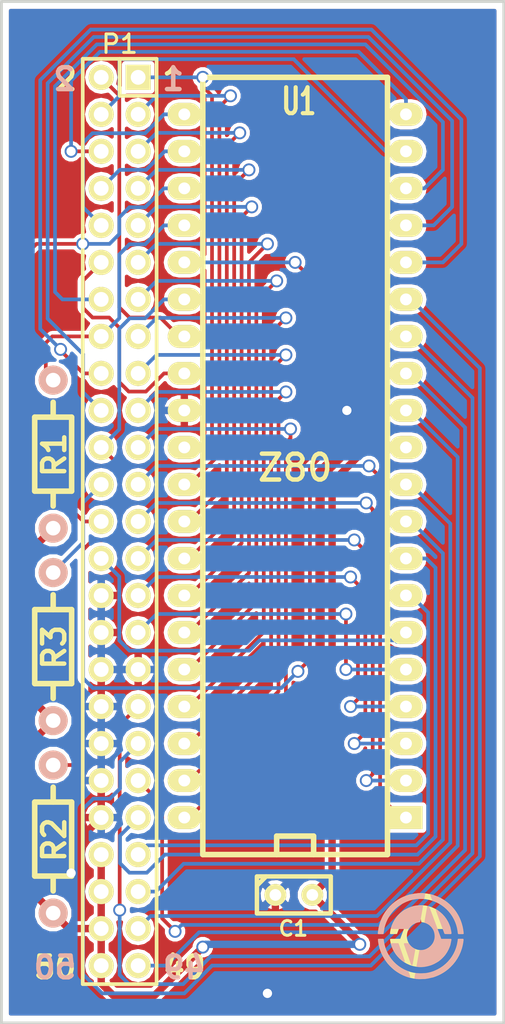
<source format=kicad_pcb>
(kicad_pcb (version 4) (host pcbnew "(2014-08-04 BZR 5053)-product")

  (general
    (links 58)
    (no_connects 0)
    (area 109.881999 68.352999 144.626001 138.657001)
    (thickness 1.6)
    (drawings 12)
    (tracks 393)
    (zones 0)
    (modules 8)
    (nets 41)
  )

  (page A4)
  (layers
    (0 F.Cu signal)
    (31 B.Cu signal)
    (32 B.Adhes user)
    (33 F.Adhes user)
    (34 B.Paste user)
    (35 F.Paste user)
    (36 B.SilkS user)
    (37 F.SilkS user)
    (38 B.Mask user)
    (39 F.Mask user)
    (40 Dwgs.User user)
    (41 Cmts.User user)
    (42 Eco1.User user)
    (43 Eco2.User user)
    (44 Edge.Cuts user)
    (45 Margin user)
    (46 B.CrtYd user)
    (47 F.CrtYd user)
    (48 B.Fab user)
    (49 F.Fab user)
  )

  (setup
    (last_trace_width 0.254)
    (trace_clearance 0.254)
    (zone_clearance 0.254)
    (zone_45_only no)
    (trace_min 0.254)
    (segment_width 0.2)
    (edge_width 0.1)
    (via_size 0.889)
    (via_drill 0.635)
    (via_min_size 0.889)
    (via_min_drill 0.508)
    (uvia_size 0.508)
    (uvia_drill 0.127)
    (uvias_allowed no)
    (uvia_min_size 0.508)
    (uvia_min_drill 0.127)
    (pcb_text_width 0.3)
    (pcb_text_size 1.5 1.5)
    (mod_edge_width 0.15)
    (mod_text_size 1 1)
    (mod_text_width 0.15)
    (pad_size 1.5 1.5)
    (pad_drill 0.6)
    (pad_to_mask_clearance 0)
    (aux_axis_origin 0 0)
    (visible_elements FFFFFF7F)
    (pcbplotparams
      (layerselection 0x00030_80000001)
      (usegerberextensions false)
      (excludeedgelayer true)
      (linewidth 0.100000)
      (plotframeref false)
      (viasonmask false)
      (mode 1)
      (useauxorigin false)
      (hpglpennumber 1)
      (hpglpenspeed 20)
      (hpglpendiameter 15)
      (hpglpenoverlay 2)
      (psnegative false)
      (psa4output false)
      (plotreference true)
      (plotvalue true)
      (plotinvisibletext false)
      (padsonsilk false)
      (subtractmaskfromsilk false)
      (outputformat 1)
      (mirror false)
      (drillshape 1)
      (scaleselection 1)
      (outputdirectory ""))
  )

  (net 0 "")
  (net 1 VSS)
  (net 2 VCC)
  (net 3 /M1)
  (net 4 /MREQ)
  (net 5 /IORQ)
  (net 6 /WR)
  (net 7 /RD)
  (net 8 /REFSH)
  (net 9 /HALT)
  (net 10 /WAIT)
  (net 11 /INT)
  (net 12 /NMI)
  (net 13 /RESET)
  (net 14 /BUSRQ)
  (net 15 /BUSAK)
  (net 16 /CLK)
  (net 17 /A0)
  (net 18 /A1)
  (net 19 /A2)
  (net 20 /A3)
  (net 21 /A4)
  (net 22 /A5)
  (net 23 /A6)
  (net 24 /A7)
  (net 25 /A8)
  (net 26 /A9)
  (net 27 /A10)
  (net 28 /A11)
  (net 29 /A12)
  (net 30 /A13)
  (net 31 /A14)
  (net 32 /A15)
  (net 33 /D0)
  (net 34 /D1)
  (net 35 /D2)
  (net 36 /D3)
  (net 37 /D4)
  (net 38 /D5)
  (net 39 /D6)
  (net 40 /D7)

  (net_class Default "This is the default net class."
    (clearance 0.254)
    (trace_width 0.254)
    (via_dia 0.889)
    (via_drill 0.635)
    (uvia_dia 0.508)
    (uvia_drill 0.127)
    (add_net /A0)
    (add_net /A1)
    (add_net /A10)
    (add_net /A11)
    (add_net /A12)
    (add_net /A13)
    (add_net /A14)
    (add_net /A15)
    (add_net /A2)
    (add_net /A3)
    (add_net /A4)
    (add_net /A5)
    (add_net /A6)
    (add_net /A7)
    (add_net /A8)
    (add_net /A9)
    (add_net /BUSAK)
    (add_net /BUSRQ)
    (add_net /CLK)
    (add_net /D0)
    (add_net /D1)
    (add_net /D2)
    (add_net /D3)
    (add_net /D4)
    (add_net /D5)
    (add_net /D6)
    (add_net /D7)
    (add_net /HALT)
    (add_net /INT)
    (add_net /IORQ)
    (add_net /M1)
    (add_net /MREQ)
    (add_net /NMI)
    (add_net /RD)
    (add_net /REFSH)
    (add_net /RESET)
    (add_net /WAIT)
    (add_net /WR)
  )

  (net_class PWR ""
    (clearance 0.254)
    (trace_width 0.508)
    (via_dia 0.889)
    (via_drill 0.635)
    (uvia_dia 0.508)
    (uvia_drill 0.127)
    (add_net VCC)
    (add_net VSS)
  )

  (module Capacitors_ThroughHole:Capacitor3MMDiscRM2.5 (layer F.Cu) (tedit 53CBAC34) (tstamp 53CBEE9C)
    (at 130.0861 129.7686)
    (descr Capacitor3MMDiscRM2.5)
    (tags C)
    (path /53CADE9F)
    (fp_text reference C1 (at -0.0381 2.3114 180) (layer F.SilkS)
      (effects (font (size 1.016 1.016) (thickness 0.2032)))
    )
    (fp_text value C (at 0 -2.286) (layer F.SilkS) hide
      (effects (font (size 1.016 1.016) (thickness 0.2032)))
    )
    (fp_line (start -2.4892 -1.27) (end 2.54 -1.27) (layer F.SilkS) (width 0.3048))
    (fp_line (start 2.54 -1.27) (end 2.54 1.27) (layer F.SilkS) (width 0.3048))
    (fp_line (start 2.54 1.27) (end -2.54 1.27) (layer F.SilkS) (width 0.3048))
    (fp_line (start -2.54 1.27) (end -2.54 -1.27) (layer F.SilkS) (width 0.3048))
    (fp_line (start -2.54 -0.635) (end -1.905 -1.27) (layer F.SilkS) (width 0.3048))
    (pad 1 thru_hole circle (at -1.27 0) (size 1.50114 1.50114) (drill 0.8001) (layers *.Cu *.Mask F.SilkS)
      (net 1 VSS))
    (pad 2 thru_hole circle (at 1.27 0) (size 1.50114 1.50114) (drill 0.8001) (layers *.Cu *.Mask F.SilkS)
      (net 2 VCC))
    (model discret/Capacitor/Capacitor3MMDiscRM2.5.wrl
      (at (xyz 0 0 0))
      (scale (xyz 1 1 1))
      (rotate (xyz 0 0 0))
    )
  )

  (module Socket_Strips:Socket_Strip_Straight_2x25 (layer F.Cu) (tedit 53CBAC34) (tstamp 53CBACB0)
    (at 118.11 104.14 90)
    (path /53C010E2)
    (fp_text reference P1 (at 32.766 0 180) (layer F.SilkS)
      (effects (font (size 1.27 1.27) (thickness 0.2032)))
    )
    (fp_text value CONN_25X2 (at 0 0 90) (layer F.SilkS) hide
      (effects (font (size 1.27 1.27) (thickness 0.2032)))
    )
    (fp_line (start 29.21 2.54) (end -31.75 2.54) (layer F.SilkS) (width 0.254))
    (fp_line (start -31.75 -2.54) (end 31.75 -2.54) (layer F.SilkS) (width 0.254))
    (fp_line (start -31.75 -2.54) (end -31.75 2.54) (layer F.SilkS) (width 0.254))
    (fp_line (start 31.75 -2.54) (end 31.75 0) (layer F.SilkS) (width 0.254))
    (fp_line (start 31.75 2.54) (end 29.21 2.54) (layer F.SilkS) (width 0.254))
    (fp_line (start 31.75 0) (end 29.21 0) (layer F.SilkS) (width 0.254))
    (fp_line (start 29.21 0) (end 29.21 2.54) (layer F.SilkS) (width 0.254))
    (fp_line (start 31.75 2.54) (end 31.75 0) (layer F.SilkS) (width 0.254))
    (pad 1 thru_hole rect (at 30.48 1.27 270) (size 1.7272 1.7272) (drill 1.016) (layers *.Cu *.Mask F.SilkS)
      (net 17 /A0))
    (pad 2 thru_hole oval (at 30.48 -1.27 270) (size 1.7272 1.7272) (drill 1.016) (layers *.Cu *.Mask F.SilkS)
      (net 3 /M1))
    (pad 3 thru_hole oval (at 27.94 1.27 270) (size 1.7272 1.7272) (drill 1.016) (layers *.Cu *.Mask F.SilkS)
      (net 18 /A1))
    (pad 4 thru_hole oval (at 27.94 -1.27 270) (size 1.7272 1.7272) (drill 1.016) (layers *.Cu *.Mask F.SilkS)
      (net 4 /MREQ))
    (pad 5 thru_hole oval (at 25.4 1.27 270) (size 1.7272 1.7272) (drill 1.016) (layers *.Cu *.Mask F.SilkS)
      (net 19 /A2))
    (pad 6 thru_hole oval (at 25.4 -1.27 270) (size 1.7272 1.7272) (drill 1.016) (layers *.Cu *.Mask F.SilkS)
      (net 5 /IORQ))
    (pad 7 thru_hole oval (at 22.86 1.27 270) (size 1.7272 1.7272) (drill 1.016) (layers *.Cu *.Mask F.SilkS)
      (net 20 /A3))
    (pad 8 thru_hole oval (at 22.86 -1.27 270) (size 1.7272 1.7272) (drill 1.016) (layers *.Cu *.Mask F.SilkS)
      (net 6 /WR))
    (pad 9 thru_hole oval (at 20.32 1.27 270) (size 1.7272 1.7272) (drill 1.016) (layers *.Cu *.Mask F.SilkS)
      (net 21 /A4))
    (pad 10 thru_hole oval (at 20.32 -1.27 270) (size 1.7272 1.7272) (drill 1.016) (layers *.Cu *.Mask F.SilkS)
      (net 7 /RD))
    (pad 11 thru_hole oval (at 17.78 1.27 270) (size 1.7272 1.7272) (drill 1.016) (layers *.Cu *.Mask F.SilkS)
      (net 22 /A5))
    (pad 12 thru_hole oval (at 17.78 -1.27 270) (size 1.7272 1.7272) (drill 1.016) (layers *.Cu *.Mask F.SilkS)
      (net 8 /REFSH))
    (pad 13 thru_hole oval (at 15.24 1.27 270) (size 1.7272 1.7272) (drill 1.016) (layers *.Cu *.Mask F.SilkS)
      (net 23 /A6))
    (pad 14 thru_hole oval (at 15.24 -1.27 270) (size 1.7272 1.7272) (drill 1.016) (layers *.Cu *.Mask F.SilkS)
      (net 9 /HALT))
    (pad 15 thru_hole oval (at 12.7 1.27 270) (size 1.7272 1.7272) (drill 1.016) (layers *.Cu *.Mask F.SilkS)
      (net 24 /A7))
    (pad 16 thru_hole oval (at 12.7 -1.27 270) (size 1.7272 1.7272) (drill 1.016) (layers *.Cu *.Mask F.SilkS)
      (net 10 /WAIT))
    (pad 17 thru_hole oval (at 10.16 1.27 270) (size 1.7272 1.7272) (drill 1.016) (layers *.Cu *.Mask F.SilkS)
      (net 25 /A8))
    (pad 18 thru_hole oval (at 10.16 -1.27 270) (size 1.7272 1.7272) (drill 1.016) (layers *.Cu *.Mask F.SilkS)
      (net 11 /INT))
    (pad 19 thru_hole oval (at 7.62 1.27 270) (size 1.7272 1.7272) (drill 1.016) (layers *.Cu *.Mask F.SilkS)
      (net 26 /A9))
    (pad 20 thru_hole oval (at 7.62 -1.27 270) (size 1.7272 1.7272) (drill 1.016) (layers *.Cu *.Mask F.SilkS)
      (net 12 /NMI))
    (pad 21 thru_hole oval (at 5.08 1.27 270) (size 1.7272 1.7272) (drill 1.016) (layers *.Cu *.Mask F.SilkS)
      (net 27 /A10))
    (pad 22 thru_hole oval (at 5.08 -1.27 270) (size 1.7272 1.7272) (drill 1.016) (layers *.Cu *.Mask F.SilkS)
      (net 13 /RESET))
    (pad 23 thru_hole oval (at 2.54 1.27 270) (size 1.7272 1.7272) (drill 1.016) (layers *.Cu *.Mask F.SilkS)
      (net 28 /A11))
    (pad 24 thru_hole oval (at 2.54 -1.27 270) (size 1.7272 1.7272) (drill 1.016) (layers *.Cu *.Mask F.SilkS)
      (net 14 /BUSRQ))
    (pad 25 thru_hole oval (at 0 1.27 270) (size 1.7272 1.7272) (drill 1.016) (layers *.Cu *.Mask F.SilkS)
      (net 29 /A12))
    (pad 26 thru_hole oval (at 0 -1.27 270) (size 1.7272 1.7272) (drill 1.016) (layers *.Cu *.Mask F.SilkS)
      (net 15 /BUSAK))
    (pad 27 thru_hole oval (at -2.54 1.27 270) (size 1.7272 1.7272) (drill 1.016) (layers *.Cu *.Mask F.SilkS)
      (net 30 /A13))
    (pad 28 thru_hole oval (at -2.54 -1.27 270) (size 1.7272 1.7272) (drill 1.016) (layers *.Cu *.Mask F.SilkS)
      (net 16 /CLK))
    (pad 29 thru_hole oval (at -5.08 1.27 270) (size 1.7272 1.7272) (drill 1.016) (layers *.Cu *.Mask F.SilkS)
      (net 31 /A14))
    (pad 30 thru_hole oval (at -5.08 -1.27 270) (size 1.7272 1.7272) (drill 1.016) (layers *.Cu *.Mask F.SilkS)
      (net 1 VSS))
    (pad 31 thru_hole oval (at -7.62 1.27 270) (size 1.7272 1.7272) (drill 1.016) (layers *.Cu *.Mask F.SilkS)
      (net 32 /A15))
    (pad 32 thru_hole oval (at -7.62 -1.27 270) (size 1.7272 1.7272) (drill 1.016) (layers *.Cu *.Mask F.SilkS)
      (net 1 VSS))
    (pad 33 thru_hole oval (at -10.16 1.27 270) (size 1.7272 1.7272) (drill 1.016) (layers *.Cu *.Mask F.SilkS)
      (net 1 VSS))
    (pad 34 thru_hole oval (at -10.16 -1.27 270) (size 1.7272 1.7272) (drill 1.016) (layers *.Cu *.Mask F.SilkS)
      (net 1 VSS))
    (pad 35 thru_hole oval (at -12.7 1.27 270) (size 1.7272 1.7272) (drill 1.016) (layers *.Cu *.Mask F.SilkS)
      (net 33 /D0))
    (pad 36 thru_hole oval (at -12.7 -1.27 270) (size 1.7272 1.7272) (drill 1.016) (layers *.Cu *.Mask F.SilkS)
      (net 1 VSS))
    (pad 37 thru_hole oval (at -15.24 1.27 270) (size 1.7272 1.7272) (drill 1.016) (layers *.Cu *.Mask F.SilkS)
      (net 34 /D1))
    (pad 38 thru_hole oval (at -15.24 -1.27 270) (size 1.7272 1.7272) (drill 1.016) (layers *.Cu *.Mask F.SilkS)
      (net 1 VSS))
    (pad 39 thru_hole oval (at -17.78 1.27 270) (size 1.7272 1.7272) (drill 1.016) (layers *.Cu *.Mask F.SilkS)
      (net 35 /D2))
    (pad 40 thru_hole oval (at -17.78 -1.27 270) (size 1.7272 1.7272) (drill 1.016) (layers *.Cu *.Mask F.SilkS)
      (net 1 VSS))
    (pad 41 thru_hole oval (at -20.32 1.27 270) (size 1.7272 1.7272) (drill 1.016) (layers *.Cu *.Mask F.SilkS)
      (net 36 /D3))
    (pad 42 thru_hole oval (at -20.32 -1.27 270) (size 1.7272 1.7272) (drill 1.016) (layers *.Cu *.Mask F.SilkS)
      (net 1 VSS))
    (pad 43 thru_hole oval (at -22.86 1.27 270) (size 1.7272 1.7272) (drill 1.016) (layers *.Cu *.Mask F.SilkS)
      (net 37 /D4))
    (pad 44 thru_hole oval (at -22.86 -1.27 270) (size 1.7272 1.7272) (drill 1.016) (layers *.Cu *.Mask F.SilkS)
      (net 2 VCC))
    (pad 45 thru_hole oval (at -25.4 1.27 270) (size 1.7272 1.7272) (drill 1.016) (layers *.Cu *.Mask F.SilkS)
      (net 38 /D5))
    (pad 46 thru_hole oval (at -25.4 -1.27 270) (size 1.7272 1.7272) (drill 1.016) (layers *.Cu *.Mask F.SilkS)
      (net 2 VCC))
    (pad 47 thru_hole oval (at -27.94 1.27 270) (size 1.7272 1.7272) (drill 1.016) (layers *.Cu *.Mask F.SilkS)
      (net 39 /D6))
    (pad 48 thru_hole oval (at -27.94 -1.27 270) (size 1.7272 1.7272) (drill 1.016) (layers *.Cu *.Mask F.SilkS)
      (net 2 VCC))
    (pad 49 thru_hole oval (at -30.48 1.27 270) (size 1.7272 1.7272) (drill 1.016) (layers *.Cu *.Mask F.SilkS)
      (net 40 /D7))
    (pad 50 thru_hole oval (at -30.48 -1.27 270) (size 1.7272 1.7272) (drill 1.016) (layers *.Cu *.Mask F.SilkS)
      (net 2 VCC))
    (model Socket_Strips/Socket_Strip_Straight_2x25.wrl
      (at (xyz 0 0 0))
      (scale (xyz 1 1 1))
      (rotate (xyz 0 0 0))
    )
  )

  (module Sockets_DIP:DIP-40__600_ELL (layer F.Cu) (tedit 53CBAC34) (tstamp 53CBACE3)
    (at 130.175 100.33 90)
    (descr "Module Dil 40 pins, pads elliptiques, e=600 mils")
    (tags DIL)
    (path /53BEF833)
    (fp_text reference U1 (at 25.019 0.254 180) (layer F.SilkS)
      (effects (font (size 1.778 1.143) (thickness 0.3048)))
    )
    (fp_text value Z80 (at -0.127 0 180) (layer F.SilkS)
      (effects (font (size 1.778 1.778) (thickness 0.3048)))
    )
    (fp_line (start -26.67 -1.27) (end -25.4 -1.27) (layer F.SilkS) (width 0.381))
    (fp_line (start -25.4 -1.27) (end -25.4 1.27) (layer F.SilkS) (width 0.381))
    (fp_line (start -25.4 1.27) (end -26.67 1.27) (layer F.SilkS) (width 0.381))
    (fp_line (start -26.67 -6.35) (end 26.67 -6.35) (layer F.SilkS) (width 0.381))
    (fp_line (start 26.67 -6.35) (end 26.67 6.35) (layer F.SilkS) (width 0.381))
    (fp_line (start 26.67 6.35) (end -26.67 6.35) (layer F.SilkS) (width 0.381))
    (fp_line (start -26.67 6.35) (end -26.67 -6.35) (layer F.SilkS) (width 0.381))
    (pad 1 thru_hole rect (at -24.13 7.62 90) (size 1.5748 2.286) (drill 0.8128) (layers *.Cu *.Mask F.SilkS)
      (net 28 /A11))
    (pad 2 thru_hole oval (at -21.59 7.62 90) (size 1.5748 2.286) (drill 0.8128) (layers *.Cu *.Mask F.SilkS)
      (net 29 /A12))
    (pad 3 thru_hole oval (at -19.05 7.62 90) (size 1.5748 2.286) (drill 0.8128) (layers *.Cu *.Mask F.SilkS)
      (net 30 /A13))
    (pad 4 thru_hole oval (at -16.51 7.62 90) (size 1.5748 2.286) (drill 0.8128) (layers *.Cu *.Mask F.SilkS)
      (net 31 /A14))
    (pad 5 thru_hole oval (at -13.97 7.62 90) (size 1.5748 2.286) (drill 0.8128) (layers *.Cu *.Mask F.SilkS)
      (net 32 /A15))
    (pad 6 thru_hole oval (at -11.43 7.62 90) (size 1.5748 2.286) (drill 0.8128) (layers *.Cu *.Mask F.SilkS)
      (net 16 /CLK))
    (pad 7 thru_hole oval (at -8.89 7.62 90) (size 1.5748 2.286) (drill 0.8128) (layers *.Cu *.Mask F.SilkS)
      (net 37 /D4))
    (pad 8 thru_hole oval (at -6.35 7.62 90) (size 1.5748 2.286) (drill 0.8128) (layers *.Cu *.Mask F.SilkS)
      (net 36 /D3))
    (pad 9 thru_hole oval (at -3.81 7.62 90) (size 1.5748 2.286) (drill 0.8128) (layers *.Cu *.Mask F.SilkS)
      (net 38 /D5))
    (pad 10 thru_hole oval (at -1.27 7.62 90) (size 1.5748 2.286) (drill 0.8128) (layers *.Cu *.Mask F.SilkS)
      (net 39 /D6))
    (pad 11 thru_hole oval (at 1.27 7.62 90) (size 1.5748 2.286) (drill 0.8128) (layers *.Cu *.Mask F.SilkS)
      (net 2 VCC))
    (pad 12 thru_hole oval (at 3.81 7.62 90) (size 1.5748 2.286) (drill 0.8128) (layers *.Cu *.Mask F.SilkS)
      (net 35 /D2))
    (pad 13 thru_hole oval (at 6.35 7.62 90) (size 1.5748 2.286) (drill 0.8128) (layers *.Cu *.Mask F.SilkS)
      (net 40 /D7))
    (pad 14 thru_hole oval (at 8.89 7.62 90) (size 1.5748 2.286) (drill 0.8128) (layers *.Cu *.Mask F.SilkS)
      (net 33 /D0))
    (pad 15 thru_hole oval (at 11.43 7.62 90) (size 1.5748 2.286) (drill 0.8128) (layers *.Cu *.Mask F.SilkS)
      (net 34 /D1))
    (pad 16 thru_hole oval (at 13.97 7.62 90) (size 1.5748 2.286) (drill 0.8128) (layers *.Cu *.Mask F.SilkS)
      (net 11 /INT))
    (pad 17 thru_hole oval (at 16.51 7.62 90) (size 1.5748 2.286) (drill 0.8128) (layers *.Cu *.Mask F.SilkS)
      (net 12 /NMI))
    (pad 18 thru_hole oval (at 19.05 7.62 90) (size 1.5748 2.286) (drill 0.8128) (layers *.Cu *.Mask F.SilkS)
      (net 9 /HALT))
    (pad 19 thru_hole oval (at 21.59 7.62 90) (size 1.5748 2.286) (drill 0.8128) (layers *.Cu *.Mask F.SilkS)
      (net 4 /MREQ))
    (pad 20 thru_hole oval (at 24.13 7.62 90) (size 1.5748 2.286) (drill 0.8128) (layers *.Cu *.Mask F.SilkS)
      (net 5 /IORQ))
    (pad 21 thru_hole oval (at 24.13 -7.62 90) (size 1.5748 2.286) (drill 0.8128) (layers *.Cu *.Mask F.SilkS)
      (net 7 /RD))
    (pad 22 thru_hole oval (at 21.59 -7.62 90) (size 1.5748 2.286) (drill 0.8128) (layers *.Cu *.Mask F.SilkS)
      (net 6 /WR))
    (pad 23 thru_hole oval (at 19.05 -7.62 90) (size 1.5748 2.286) (drill 0.8128) (layers *.Cu *.Mask F.SilkS)
      (net 15 /BUSAK))
    (pad 24 thru_hole oval (at 16.51 -7.62 90) (size 1.5748 2.286) (drill 0.8128) (layers *.Cu *.Mask F.SilkS)
      (net 10 /WAIT))
    (pad 25 thru_hole oval (at 13.97 -7.62 90) (size 1.5748 2.286) (drill 0.8128) (layers *.Cu *.Mask F.SilkS)
      (net 14 /BUSRQ))
    (pad 26 thru_hole oval (at 11.43 -7.62 90) (size 1.5748 2.286) (drill 0.8128) (layers *.Cu *.Mask F.SilkS)
      (net 13 /RESET))
    (pad 27 thru_hole oval (at 8.89 -7.62 90) (size 1.5748 2.286) (drill 0.8128) (layers *.Cu *.Mask F.SilkS)
      (net 3 /M1))
    (pad 28 thru_hole oval (at 6.35 -7.62 90) (size 1.5748 2.286) (drill 0.8128) (layers *.Cu *.Mask F.SilkS)
      (net 8 /REFSH))
    (pad 29 thru_hole oval (at 3.81 -7.62 90) (size 1.5748 2.286) (drill 0.8128) (layers *.Cu *.Mask F.SilkS)
      (net 1 VSS))
    (pad 30 thru_hole oval (at 1.27 -7.62 90) (size 1.5748 2.286) (drill 0.8128) (layers *.Cu *.Mask F.SilkS)
      (net 17 /A0))
    (pad 31 thru_hole oval (at -1.27 -7.62 90) (size 1.5748 2.286) (drill 0.8128) (layers *.Cu *.Mask F.SilkS)
      (net 18 /A1))
    (pad 32 thru_hole oval (at -3.81 -7.62 90) (size 1.5748 2.286) (drill 0.8128) (layers *.Cu *.Mask F.SilkS)
      (net 19 /A2))
    (pad 33 thru_hole oval (at -6.35 -7.62 90) (size 1.5748 2.286) (drill 0.8128) (layers *.Cu *.Mask F.SilkS)
      (net 20 /A3))
    (pad 34 thru_hole oval (at -8.89 -7.62 90) (size 1.5748 2.286) (drill 0.8128) (layers *.Cu *.Mask F.SilkS)
      (net 21 /A4))
    (pad 35 thru_hole oval (at -11.43 -7.62 90) (size 1.5748 2.286) (drill 0.8128) (layers *.Cu *.Mask F.SilkS)
      (net 22 /A5))
    (pad 36 thru_hole oval (at -13.97 -7.62 90) (size 1.5748 2.286) (drill 0.8128) (layers *.Cu *.Mask F.SilkS)
      (net 23 /A6))
    (pad 37 thru_hole oval (at -16.51 -7.62 90) (size 1.5748 2.286) (drill 0.8128) (layers *.Cu *.Mask F.SilkS)
      (net 24 /A7))
    (pad 38 thru_hole oval (at -19.05 -7.62 90) (size 1.5748 2.286) (drill 0.8128) (layers *.Cu *.Mask F.SilkS)
      (net 25 /A8))
    (pad 39 thru_hole oval (at -21.59 -7.62 90) (size 1.5748 2.286) (drill 0.8128) (layers *.Cu *.Mask F.SilkS)
      (net 26 /A9))
    (pad 40 thru_hole oval (at -24.13 -7.62 90) (size 1.5748 2.286) (drill 0.8128) (layers *.Cu *.Mask F.SilkS)
      (net 27 /A10))
    (model dil\dil_40-w600.wrl
      (at (xyz 0 0 0))
      (scale (xyz 1 1 1))
      (rotate (xyz 0 0 0))
    )
  )

  (module Resistors_ThroughHole:Resistor_Horizontal_RM10mm (layer F.Cu) (tedit 53D17526) (tstamp 53D17552)
    (at 113.538 99.441 270)
    (descr "Resistor, Axial,  RM 10mm, 1/3W,")
    (tags "Resistor, Axial, RM 10mm, 1/3W,")
    (path /53D18A07)
    (fp_text reference R1 (at 0.12192 -0.07112 270) (layer F.SilkS)
      (effects (font (thickness 0.3048)))
    )
    (fp_text value R (at 3.81 3.81 270) (layer F.SilkS) hide
      (effects (font (size 1.50114 1.50114) (thickness 0.20066)))
    )
    (fp_line (start -2.46126 0) (end -3.47726 0) (layer F.SilkS) (width 0.381))
    (fp_line (start 2.61874 0) (end 3.63474 0) (layer F.SilkS) (width 0.381))
    (fp_line (start -2.46126 -1.27) (end 2.61874 -1.27) (layer F.SilkS) (width 0.381))
    (fp_line (start 2.61874 -1.27) (end 2.61874 1.27) (layer F.SilkS) (width 0.381))
    (fp_line (start 2.61874 1.27) (end -2.46126 1.27) (layer F.SilkS) (width 0.381))
    (fp_line (start -2.46126 1.27) (end -2.46126 -1.27) (layer F.SilkS) (width 0.381))
    (pad 1 thru_hole circle (at -5.00126 0 270) (size 1.99898 1.99898) (drill 1.00076) (layers *.Cu *.SilkS *.Mask)
      (net 10 /WAIT))
    (pad 2 thru_hole circle (at 5.15874 0 270) (size 1.99898 1.99898) (drill 1.00076) (layers *.Cu *.SilkS *.Mask)
      (net 2 VCC))
  )

  (module Resistors_ThroughHole:Resistor_Horizontal_RM10mm (layer F.Cu) (tedit 53D17526) (tstamp 53D1755E)
    (at 113.538 125.857 270)
    (descr "Resistor, Axial,  RM 10mm, 1/3W,")
    (tags "Resistor, Axial, RM 10mm, 1/3W,")
    (path /53D189B4)
    (fp_text reference R2 (at 0.12192 -0.07112 270) (layer F.SilkS)
      (effects (font (thickness 0.3048)))
    )
    (fp_text value R (at 3.81 3.81 270) (layer F.SilkS) hide
      (effects (font (size 1.50114 1.50114) (thickness 0.20066)))
    )
    (fp_line (start -2.46126 0) (end -3.47726 0) (layer F.SilkS) (width 0.381))
    (fp_line (start 2.61874 0) (end 3.63474 0) (layer F.SilkS) (width 0.381))
    (fp_line (start -2.46126 -1.27) (end 2.61874 -1.27) (layer F.SilkS) (width 0.381))
    (fp_line (start 2.61874 -1.27) (end 2.61874 1.27) (layer F.SilkS) (width 0.381))
    (fp_line (start 2.61874 1.27) (end -2.46126 1.27) (layer F.SilkS) (width 0.381))
    (fp_line (start -2.46126 1.27) (end -2.46126 -1.27) (layer F.SilkS) (width 0.381))
    (pad 1 thru_hole circle (at -5.00126 0 270) (size 1.99898 1.99898) (drill 1.00076) (layers *.Cu *.SilkS *.Mask)
      (net 13 /RESET))
    (pad 2 thru_hole circle (at 5.15874 0 270) (size 1.99898 1.99898) (drill 1.00076) (layers *.Cu *.SilkS *.Mask)
      (net 2 VCC))
  )

  (module Resistors_ThroughHole:Resistor_Horizontal_RM10mm (layer F.Cu) (tedit 53D17526) (tstamp 53D1756A)
    (at 113.538 112.649 270)
    (descr "Resistor, Axial,  RM 10mm, 1/3W,")
    (tags "Resistor, Axial, RM 10mm, 1/3W,")
    (path /53D18C4E)
    (fp_text reference R3 (at 0.12192 -0.07112 270) (layer F.SilkS)
      (effects (font (thickness 0.3048)))
    )
    (fp_text value R (at 3.81 3.81 270) (layer F.SilkS) hide
      (effects (font (size 1.50114 1.50114) (thickness 0.20066)))
    )
    (fp_line (start -2.46126 0) (end -3.47726 0) (layer F.SilkS) (width 0.381))
    (fp_line (start 2.61874 0) (end 3.63474 0) (layer F.SilkS) (width 0.381))
    (fp_line (start -2.46126 -1.27) (end 2.61874 -1.27) (layer F.SilkS) (width 0.381))
    (fp_line (start 2.61874 -1.27) (end 2.61874 1.27) (layer F.SilkS) (width 0.381))
    (fp_line (start 2.61874 1.27) (end -2.46126 1.27) (layer F.SilkS) (width 0.381))
    (fp_line (start -2.46126 1.27) (end -2.46126 -1.27) (layer F.SilkS) (width 0.381))
    (pad 1 thru_hole circle (at -5.00126 0 270) (size 1.99898 1.99898) (drill 1.00076) (layers *.Cu *.SilkS *.Mask)
      (net 14 /BUSRQ))
    (pad 2 thru_hole circle (at 5.15874 0 270) (size 1.99898 1.99898) (drill 1.00076) (layers *.Cu *.SilkS *.Mask)
      (net 2 VCC))
  )

  (module Own:logo_small (layer F.Cu) (tedit 53DA8774) (tstamp 53DA8F72)
    (at 138.811 132.715)
    (fp_text reference G*** (at 0 0) (layer F.SilkS) hide
      (effects (font (thickness 0.3)))
    )
    (fp_text value LOGO (at 0.75 0) (layer F.SilkS) hide
      (effects (font (thickness 0.3)))
    )
    (fp_poly (pts (xy 0.379558 2.755547) (xy 0.379153 2.757042) (xy 0.363947 2.762071) (xy 0.330828 2.766761)
      (xy 0.283046 2.77101) (xy 0.223855 2.774718) (xy 0.156506 2.777783) (xy 0.084251 2.780104)
      (xy 0.010341 2.78158) (xy -0.061972 2.78211) (xy -0.129435 2.781592) (xy -0.188797 2.779927)
      (xy -0.236806 2.777011) (xy -0.243416 2.776403) (xy -0.498046 2.741413) (xy -0.743901 2.687171)
      (xy -0.980956 2.613687) (xy -1.209186 2.520971) (xy -1.428566 2.409032) (xy -1.63907 2.27788)
      (xy -1.769877 2.183288) (xy -1.842615 2.124325) (xy -1.923275 2.053227) (xy -2.007168 1.97456)
      (xy -2.089609 1.892885) (xy -2.165908 1.812768) (xy -2.231377 1.738772) (xy -2.251401 1.7145)
      (xy -2.398544 1.515591) (xy -2.528441 1.305854) (xy -2.640125 1.087109) (xy -2.732627 0.861176)
      (xy -2.778713 0.722285) (xy -2.800764 0.643633) (xy -2.822561 0.555237) (xy -2.842933 0.462803)
      (xy -2.86071 0.372035) (xy -2.874721 0.288638) (xy -2.883795 0.218316) (xy -2.885132 0.203729)
      (xy -2.892293 0.116417) (xy -2.742605 0.116417) (xy -2.592916 0.116417) (xy -2.592854 0.145521)
      (xy -2.590506 0.180669) (xy -2.584149 0.231294) (xy -2.574648 0.292273) (xy -2.562866 0.358487)
      (xy -2.549668 0.424812) (xy -2.535918 0.486127) (xy -2.534119 0.493531) (xy -2.468009 0.719528)
      (xy -2.383445 0.936065) (xy -2.281276 1.14227) (xy -2.162346 1.337274) (xy -2.027503 1.520204)
      (xy -1.877593 1.69019) (xy -1.713464 1.846362) (xy -1.535961 1.987848) (xy -1.345931 2.113778)
      (xy -1.144221 2.223281) (xy -0.931678 2.315485) (xy -0.709149 2.38952) (xy -0.684025 2.396537)
      (xy -0.528567 2.434629) (xy -0.378315 2.461585) (xy -0.226871 2.478134) (xy -0.067842 2.485009)
      (xy 0.079375 2.483754) (xy 0.145435 2.481582) (xy 0.205263 2.479077) (xy 0.255253 2.476433)
      (xy 0.291795 2.473845) (xy 0.311283 2.471505) (xy 0.312431 2.471213) (xy 0.321195 2.469965)
      (xy 0.328181 2.474336) (xy 0.334429 2.487389) (xy 0.340978 2.512186) (xy 0.348868 2.55179)
      (xy 0.358984 2.608381) (xy 0.367778 2.660887) (xy 0.374493 2.705535) (xy 0.378598 2.738397)
      (xy 0.379558 2.755547) (xy 0.379558 2.755547)) (layer F.SilkS) (width 0.1))
    (fp_poly (pts (xy 2.892293 0.116417) (xy 2.885132 0.203729) (xy 2.877447 0.269977) (xy 2.864537 0.350698)
      (xy 2.847575 0.440187) (xy 2.82773 0.532741) (xy 2.806174 0.622653) (xy 2.784077 0.704221)
      (xy 2.778713 0.722285) (xy 2.697058 0.955564) (xy 2.596451 1.179641) (xy 2.477334 1.393792)
      (xy 2.340147 1.597298) (xy 2.185332 1.789436) (xy 2.019828 1.963209) (xy 1.863487 2.105658)
      (xy 1.705612 2.23075) (xy 1.541275 2.34202) (xy 1.365544 2.443004) (xy 1.312468 2.470504)
      (xy 1.246832 2.502395) (xy 1.17492 2.534996) (xy 1.100001 2.567049) (xy 1.025348 2.597293)
      (xy 0.954231 2.624471) (xy 0.88992 2.647323) (xy 0.835686 2.664591) (xy 0.7948 2.675014)
      (xy 0.774538 2.677584) (xy 0.773526 2.668254) (xy 0.779167 2.642488) (xy 0.790556 2.603622)
      (xy 0.806789 2.554991) (xy 0.811158 2.542646) (xy 0.83021 2.489368) (xy 0.847782 2.440223)
      (xy 0.862079 2.400229) (xy 0.871308 2.374403) (xy 0.872135 2.372087) (xy 0.880842 2.353405)
      (xy 0.894465 2.338728) (xy 0.917592 2.32475) (xy 0.954815 2.308168) (xy 0.968949 2.302381)
      (xy 1.180705 2.205509) (xy 1.381117 2.091629) (xy 1.569362 1.961804) (xy 1.744614 1.817097)
      (xy 1.906049 1.658572) (xy 2.052844 1.487291) (xy 2.184172 1.304317) (xy 2.299211 1.110714)
      (xy 2.397135 0.907544) (xy 2.47712 0.695872) (xy 2.538342 0.476759) (xy 2.579976 0.251269)
      (xy 2.584151 0.219604) (xy 2.597094 0.116417) (xy 2.744694 0.116417) (xy 2.892293 0.116417)
      (xy 2.892293 0.116417)) (layer F.SilkS) (width 0.1))
    (fp_poly (pts (xy 0.239593 1.942042) (xy 0.170067 1.948665) (xy 0.123869 1.951748) (xy 0.065242 1.953787)
      (xy 0.001163 1.95473) (xy -0.06139 1.954523) (xy -0.115439 1.953116) (xy -0.148166 1.951062)
      (xy -0.309665 1.930472) (xy -0.46874 1.899698) (xy -0.619393 1.860096) (xy -0.75206 1.814432)
      (xy -0.942774 1.728336) (xy -1.121678 1.625198) (xy -1.287942 1.506073) (xy -1.440738 1.372012)
      (xy -1.579236 1.224071) (xy -1.702609 1.063301) (xy -1.810027 0.890757) (xy -1.900663 0.707491)
      (xy -1.973686 0.514557) (xy -2.028269 0.313009) (xy -2.056711 0.156104) (xy -2.062419 0.116417)
      (xy -1.720001 0.116417) (xy -1.377584 0.116417) (xy -1.359553 0.069204) (xy -1.353471 0.053028)
      (xy -1.340511 0.018368) (xy -1.321178 -0.033423) (xy -1.295978 -0.100989) (xy -1.265414 -0.182978)
      (xy -1.22999 -0.278035) (xy -1.190212 -0.384806) (xy -1.146584 -0.501938) (xy -1.099609 -0.628076)
      (xy -1.049794 -0.761867) (xy -0.997641 -0.901957) (xy -0.943656 -1.046991) (xy -0.942776 -1.049357)
      (xy -0.8798 -1.218511) (xy -0.823745 -1.368924) (xy -0.774173 -1.501703) (xy -0.730647 -1.617953)
      (xy -0.692727 -1.718781) (xy -0.659976 -1.805292) (xy -0.631955 -1.878593) (xy -0.608228 -1.939788)
      (xy -0.588356 -1.989985) (xy -0.571901 -2.030289) (xy -0.558424 -2.061806) (xy -0.547488 -2.085641)
      (xy -0.538656 -2.102902) (xy -0.531488 -2.114693) (xy -0.525546 -2.122121) (xy -0.520394 -2.126292)
      (xy -0.515593 -2.12831) (xy -0.515431 -2.128354) (xy -0.494076 -2.130885) (xy -0.486833 -2.125633)
      (xy -0.485017 -2.113435) (xy -0.479811 -2.082471) (xy -0.471577 -2.034805) (xy -0.460679 -1.972504)
      (xy -0.447479 -1.897632) (xy -0.432341 -1.812254) (xy -0.415626 -1.718436) (xy -0.397698 -1.618243)
      (xy -0.396875 -1.61365) (xy -0.378876 -1.512935) (xy -0.362077 -1.418265) (xy -0.346844 -1.331741)
      (xy -0.333541 -1.255467) (xy -0.322533 -1.191543) (xy -0.314183 -1.142074) (xy -0.308857 -1.10916)
      (xy -0.306919 -1.094904) (xy -0.306916 -1.094777) (xy -0.315837 -1.078633) (xy -0.329099 -1.071717)
      (xy -0.360107 -1.060521) (xy -0.403437 -1.04089) (xy -0.453533 -1.015722) (xy -0.504836 -0.987914)
      (xy -0.551792 -0.960362) (xy -0.587159 -0.937173) (xy -0.678856 -0.861186) (xy -0.765203 -0.769388)
      (xy -0.84183 -0.667112) (xy -0.904369 -0.55969) (xy -0.915672 -0.536179) (xy -0.958545 -0.422277)
      (xy -0.988121 -0.297941) (xy -1.003486 -0.169651) (xy -1.00373 -0.043886) (xy -0.995626 0.031658)
      (xy -0.963058 0.174169) (xy -0.911692 0.30805) (xy -0.842585 0.431852) (xy -0.756795 0.54413)
      (xy -0.655379 0.643435) (xy -0.539395 0.728323) (xy -0.449791 0.778545) (xy -0.343529 0.825822)
      (xy -0.24237 0.85831) (xy -0.138646 0.878099) (xy -0.056261 0.885764) (xy 0.05152 0.89211)
      (xy 0.068752 0.988451) (xy 0.074447 1.020272) (xy 0.083361 1.070051) (xy 0.094978 1.134914)
      (xy 0.108783 1.211984) (xy 0.124262 1.298386) (xy 0.140898 1.391244) (xy 0.158177 1.487682)
      (xy 0.162789 1.513417) (xy 0.239593 1.942042) (xy 0.239593 1.942042)) (layer F.SilkS) (width 0.1))
    (fp_poly (pts (xy 1.11125 0.415839) (xy 1.107828 0.427083) (xy 1.098022 0.456282) (xy 1.082521 0.501479)
      (xy 1.062016 0.560717) (xy 1.037196 0.632039) (xy 1.008751 0.713487) (xy 0.977372 0.803105)
      (xy 0.943746 0.898934) (xy 0.908565 0.999019) (xy 0.872519 1.101401) (xy 0.836297 1.204124)
      (xy 0.800588 1.30523) (xy 0.766083 1.402763) (xy 0.733472 1.494765) (xy 0.703444 1.579279)
      (xy 0.67669 1.654348) (xy 0.653898 1.718014) (xy 0.635759 1.768321) (xy 0.622963 1.803311)
      (xy 0.616199 1.821027) (xy 0.615351 1.822826) (xy 0.612049 1.814332) (xy 0.605514 1.786968)
      (xy 0.596135 1.742718) (xy 0.584302 1.683568) (xy 0.570403 1.611502) (xy 0.554828 1.528504)
      (xy 0.537966 1.43656) (xy 0.520206 1.337653) (xy 0.519911 1.335993) (xy 0.502072 1.235726)
      (xy 0.485228 1.14132) (xy 0.469768 1.054927) (xy 0.456077 0.978698) (xy 0.444544 0.914784)
      (xy 0.435555 0.865337) (xy 0.429498 0.832508) (xy 0.426797 0.818605) (xy 0.426867 0.805395)
      (xy 0.436052 0.792765) (xy 0.457791 0.777591) (xy 0.493885 0.757611) (xy 0.580412 0.703472)
      (xy 0.666893 0.633794) (xy 0.747668 0.553446) (xy 0.791353 0.50174) (xy 0.861298 0.41275)
      (xy 0.986274 0.41275) (xy 1.034881 0.412995) (xy 1.074662 0.41366) (xy 1.101492 0.414645)
      (xy 1.11125 0.415839) (xy 1.11125 0.415839)) (layer F.SilkS) (width 0.1))
    (fp_poly (pts (xy 2.00025 0.427386) (xy 1.996131 0.450142) (xy 1.984775 0.488218) (xy 1.967685 0.537658)
      (xy 1.946364 0.594505) (xy 1.922314 0.654801) (xy 1.897037 0.714589) (xy 1.872036 0.769911)
      (xy 1.863156 0.788459) (xy 1.765656 0.967216) (xy 1.652513 1.134706) (xy 1.642303 1.148292)
      (xy 1.602553 1.196917) (xy 1.550864 1.25451) (xy 1.491659 1.31661) (xy 1.429364 1.378758)
      (xy 1.3684 1.436493) (xy 1.313193 1.485357) (xy 1.285875 1.507625) (xy 1.234621 1.546977)
      (xy 1.192971 1.577636) (xy 1.162801 1.598294) (xy 1.145986 1.607642) (xy 1.143088 1.607238)
      (xy 1.146539 1.596842) (xy 1.156449 1.568245) (xy 1.172203 1.523193) (xy 1.193185 1.463434)
      (xy 1.218782 1.390715) (xy 1.248376 1.306786) (xy 1.281355 1.213391) (xy 1.317102 1.112281)
      (xy 1.353052 1.010709) (xy 1.562927 0.418042) (xy 1.781589 0.415181) (xy 1.856309 0.414406)
      (xy 1.912359 0.414392) (xy 1.952228 0.41528) (xy 1.978402 0.417207) (xy 1.993369 0.420314)
      (xy 1.999617 0.424738) (xy 2.00025 0.427386) (xy 2.00025 0.427386)) (layer F.SilkS) (width 0.1))
    (fp_poly (pts (xy -0.713244 -2.928689) (xy -0.715196 -2.917762) (xy -0.72346 -2.890364) (xy -0.736931 -2.849848)
      (xy -0.754503 -2.799567) (xy -0.769752 -2.757344) (xy -0.830791 -2.59053) (xy -0.915458 -2.559796)
      (xy -0.985083 -2.532112) (xy -1.06637 -2.495906) (xy -1.15323 -2.454191) (xy -1.239574 -2.409976)
      (xy -1.319314 -2.366273) (xy -1.380187 -2.33) (xy -1.574143 -2.195873) (xy -1.753794 -2.046517)
      (xy -1.918429 -1.882717) (xy -2.067336 -1.705261) (xy -2.199804 -1.514935) (xy -2.315122 -1.312525)
      (xy -2.333009 -1.276888) (xy -2.421834 -1.07927) (xy -2.491636 -0.885048) (xy -2.543466 -0.690893)
      (xy -2.577156 -0.502441) (xy -2.584467 -0.449429) (xy -2.591183 -0.400956) (xy -2.596519 -0.362657)
      (xy -2.599528 -0.341312) (xy -2.604459 -0.306916) (xy -2.752672 -0.306916) (xy -2.900884 -0.306916)
      (xy -2.8942 -0.373062) (xy -2.858788 -0.622745) (xy -2.804095 -0.865174) (xy -2.730732 -1.099475)
      (xy -2.639307 -1.32478) (xy -2.530431 -1.540215) (xy -2.404711 -1.74491) (xy -2.262759 -1.937993)
      (xy -2.105183 -2.118592) (xy -1.932592 -2.285838) (xy -1.745596 -2.438857) (xy -1.544804 -2.576779)
      (xy -1.330826 -2.698732) (xy -1.234607 -2.746189) (xy -1.176943 -2.772171) (xy -1.11258 -2.799186)
      (xy -1.044488 -2.826195) (xy -0.975634 -2.852158) (xy -0.908987 -2.876037) (xy -0.847514 -2.896794)
      (xy -0.794183 -2.913388) (xy -0.751964 -2.924781) (xy -0.723823 -2.929934) (xy -0.713244 -2.928689)
      (xy -0.713244 -2.928689)) (layer F.SilkS) (width 0.1))
    (fp_poly (pts (xy -1.090564 -1.884667) (xy -1.124426 -1.791646) (xy -1.133806 -1.765972) (xy -1.149792 -1.722321)
      (xy -1.171693 -1.662581) (xy -1.198814 -1.588642) (xy -1.230463 -1.502394) (xy -1.265945 -1.405726)
      (xy -1.304567 -1.300528) (xy -1.345636 -1.188689) (xy -1.388459 -1.0721) (xy -1.412955 -1.005416)
      (xy -1.66762 -0.312208) (xy -1.865685 -0.309329) (xy -2.06375 -0.306449) (xy -2.063716 -0.330495)
      (xy -2.061278 -0.360622) (xy -2.054641 -0.406338) (xy -2.044735 -0.462694) (xy -2.032492 -0.524744)
      (xy -2.01884 -0.58754) (xy -2.00471 -0.646135) (xy -2.003488 -0.650875) (xy -1.943392 -0.841103)
      (xy -1.863882 -1.025616) (xy -1.76637 -1.202395) (xy -1.652273 -1.369423) (xy -1.523005 -1.524681)
      (xy -1.379981 -1.66615) (xy -1.224617 -1.791813) (xy -1.182928 -1.821268) (xy -1.090564 -1.884667)
      (xy -1.090564 -1.884667)) (layer F.SilkS) (width 0.1))
    (fp_poly (pts (xy 2.901694 -0.306916) (xy 2.753077 -0.306916) (xy 2.604459 -0.306916) (xy 2.599528 -0.341312)
      (xy 2.596142 -0.365352) (xy 2.59066 -0.404725) (xy 2.583864 -0.453798) (xy 2.577156 -0.502441)
      (xy 2.542287 -0.696138) (xy 2.491001 -0.886757) (xy 2.422184 -1.07783) (xy 2.334724 -1.272887)
      (xy 2.333544 -1.275291) (xy 2.222019 -1.478848) (xy 2.094031 -1.669731) (xy 1.950581 -1.847227)
      (xy 1.79267 -2.010622) (xy 1.6213 -2.159203) (xy 1.437472 -2.292254) (xy 1.242188 -2.409063)
      (xy 1.036447 -2.508916) (xy 0.821252 -2.5911) (xy 0.597604 -2.654899) (xy 0.366504 -2.699601)
      (xy 0.328076 -2.705045) (xy 0.24301 -2.713891) (xy 0.142415 -2.719937) (xy 0.031779 -2.722887)
      (xy -0.005824 -2.72313) (xy -0.207441 -2.723429) (xy -0.230891 -2.85661) (xy -0.23975 -2.907859)
      (xy -0.247048 -2.951871) (xy -0.252083 -2.98428) (xy -0.254154 -3.000721) (xy -0.254171 -3.001387)
      (xy -0.244032 -3.007491) (xy -0.215937 -3.01263) (xy -0.173081 -3.016698) (xy -0.118657 -3.019586)
      (xy -0.055859 -3.021186) (xy 0.012119 -3.02139) (xy 0.082084 -3.02009) (xy 0.150841 -3.017176)
      (xy 0.172714 -3.015843) (xy 0.421799 -2.989124) (xy 0.664576 -2.942669) (xy 0.900126 -2.877056)
      (xy 1.12753 -2.79286) (xy 1.345868 -2.690658) (xy 1.554221 -2.571028) (xy 1.751668 -2.434545)
      (xy 1.937291 -2.281785) (xy 2.11017 -2.113327) (xy 2.269386 -1.929745) (xy 2.414019 -1.731617)
      (xy 2.534605 -1.53486) (xy 2.626912 -1.354011) (xy 2.708027 -1.161977) (xy 2.776418 -0.963512)
      (xy 2.830554 -0.763371) (xy 2.868907 -0.566308) (xy 2.883882 -0.449791) (xy 2.888491 -0.407227)
      (xy 2.893364 -0.366491) (xy 2.896012 -0.346604) (xy 2.901694 -0.306916) (xy 2.901694 -0.306916)) (layer F.SilkS) (width 0.1))
    (fp_poly (pts (xy 2.00025 -0.665573) (xy 1.989949 -0.663708) (xy 1.960175 -0.661987) (xy 1.912622 -0.66044)
      (xy 1.848983 -0.659092) (xy 1.770951 -0.657972) (xy 1.680221 -0.657108) (xy 1.578484 -0.656526)
      (xy 1.467436 -0.656255) (xy 1.426104 -0.656239) (xy 0.851959 -0.656311) (xy 0.8255 -0.695679)
      (xy 0.794096 -0.736742) (xy 0.751133 -0.785342) (xy 0.701867 -0.836159) (xy 0.651553 -0.883872)
      (xy 0.605447 -0.92316) (xy 0.587421 -0.936709) (xy 0.48958 -0.997183) (xy 0.381454 -1.048503)
      (xy 0.269762 -1.087987) (xy 0.161225 -1.112953) (xy 0.137369 -1.116365) (xy 0.07916 -1.123638)
      (xy -0.013567 -1.643965) (xy -0.031778 -1.74647) (xy -0.048796 -1.84286) (xy -0.064267 -1.931086)
      (xy -0.077835 -2.009101) (xy -0.089148 -2.074855) (xy -0.09785 -2.126301) (xy -0.103588 -2.161391)
      (xy -0.106008 -2.178076) (xy -0.106063 -2.178984) (xy -0.095995 -2.18483) (xy -0.068252 -2.18851)
      (xy -0.026203 -2.190157) (xy 0.026784 -2.189906) (xy 0.087344 -2.187892) (xy 0.152107 -2.184247)
      (xy 0.217707 -2.179107) (xy 0.280776 -2.172606) (xy 0.337946 -2.164877) (xy 0.365381 -2.160203)
      (xy 0.571264 -2.111395) (xy 0.768447 -2.04379) (xy 0.955928 -1.958135) (xy 1.132704 -1.855173)
      (xy 1.297773 -1.735653) (xy 1.450132 -1.600319) (xy 1.588778 -1.449917) (xy 1.712708 -1.285193)
      (xy 1.82092 -1.106893) (xy 1.846213 -1.058687) (xy 1.868473 -1.012506) (xy 1.892892 -0.957863)
      (xy 1.917957 -0.898615) (xy 1.942157 -0.838619) (xy 1.963982 -0.781731) (xy 1.981919 -0.73181)
      (xy 1.994458 -0.692712) (xy 2.000086 -0.668295) (xy 2.00025 -0.665573) (xy 2.00025 -0.665573)) (layer F.SilkS) (width 0.1))
  )

  (module Own:logo_small-back (layer B.Cu) (tedit 53DA8774) (tstamp 53DA8F7F)
    (at 138.811 132.715)
    (fp_text reference G*** (at 0 0) (layer B.SilkS) hide
      (effects (font (thickness 0.3)) (justify mirror))
    )
    (fp_text value LOGO (at 0.75 0) (layer B.SilkS) hide
      (effects (font (thickness 0.3)) (justify mirror))
    )
    (fp_poly (pts (xy 2.892293 0.116417) (xy 2.885132 0.203729) (xy 2.877447 0.269977) (xy 2.864537 0.350698)
      (xy 2.847575 0.440187) (xy 2.82773 0.532741) (xy 2.806174 0.622653) (xy 2.784077 0.704221)
      (xy 2.778713 0.722285) (xy 2.696986 0.955868) (xy 2.596396 1.180009) (xy 2.477318 1.394095)
      (xy 2.340129 1.597512) (xy 2.185204 1.789645) (xy 2.019828 1.963209) (xy 1.83329 2.130172)
      (xy 1.637909 2.278069) (xy 1.433236 2.407121) (xy 1.218825 2.517552) (xy 0.994229 2.609585)
      (xy 0.758998 2.683441) (xy 0.512687 2.739346) (xy 0.433917 2.753081) (xy 0.374071 2.760743)
      (xy 0.298192 2.767315) (xy 0.210935 2.772673) (xy 0.116949 2.776691) (xy 0.020889 2.779246)
      (xy -0.072594 2.780212) (xy -0.158847 2.779464) (xy -0.233219 2.776879) (xy -0.289781 2.772477)
      (xy -0.329596 2.767384) (xy -0.360608 2.762343) (xy -0.377359 2.758274) (xy -0.378668 2.757527)
      (xy -0.37893 2.745674) (xy -0.375859 2.716952) (xy -0.369974 2.675302) (xy -0.361795 2.624667)
      (xy -0.358984 2.608381) (xy -0.348752 2.551163) (xy -0.340886 2.511773) (xy -0.334347 2.487149)
      (xy -0.328096 2.474229) (xy -0.321093 2.469951) (xy -0.312431 2.471213) (xy -0.295583 2.473502)
      (xy -0.261181 2.476068) (xy -0.212834 2.478716) (xy -0.15415 2.481251) (xy -0.088736 2.483481)
      (xy -0.079375 2.483754) (xy 0.091248 2.484592) (xy 0.248803 2.476381) (xy 0.399685 2.458391)
      (xy 0.55029 2.42989) (xy 0.684026 2.396537) (xy 0.907605 2.324559) (xy 1.121291 2.234317)
      (xy 1.324238 2.12668) (xy 1.515597 2.00252) (xy 1.694524 1.862707) (xy 1.86017 1.708112)
      (xy 2.01169 1.539607) (xy 2.148237 1.358062) (xy 2.268963 1.164347) (xy 2.373024 0.959335)
      (xy 2.459571 0.743895) (xy 2.527758 0.518899) (xy 2.534119 0.493531) (xy 2.547877 0.433253)
      (xy 2.561196 0.367293) (xy 2.573214 0.300774) (xy 2.583064 0.238815) (xy 2.589882 0.18654)
      (xy 2.592806 0.149069) (xy 2.592854 0.145521) (xy 2.592917 0.116417) (xy 2.742605 0.116417)
      (xy 2.892293 0.116417) (xy 2.892293 0.116417)) (layer B.SilkS) (width 0.1))
    (fp_poly (pts (xy -0.773334 2.672162) (xy -0.778044 2.676835) (xy -0.780971 2.677064) (xy -0.798161 2.673631)
      (xy -0.830262 2.664773) (xy -0.872171 2.651963) (xy -0.905133 2.641259) (xy -1.136632 2.553809)
      (xy -1.356057 2.449287) (xy -1.564391 2.327095) (xy -1.762617 2.186635) (xy -1.95172 2.027308)
      (xy -2.019828 1.963209) (xy -2.191218 1.78271) (xy -2.345405 1.59015) (xy -2.481947 1.386248)
      (xy -2.600405 1.171725) (xy -2.700336 0.947305) (xy -2.778713 0.722285) (xy -2.800764 0.643633)
      (xy -2.822561 0.555237) (xy -2.842933 0.462803) (xy -2.86071 0.372035) (xy -2.874721 0.288638)
      (xy -2.883795 0.218316) (xy -2.885132 0.203729) (xy -2.892293 0.116417) (xy -2.744693 0.116417)
      (xy -2.597094 0.116417) (xy -2.58415 0.219604) (xy -2.545293 0.445894) (xy -2.486735 0.665953)
      (xy -2.409298 0.878719) (xy -2.313809 1.08313) (xy -2.201091 1.278121) (xy -2.071968 1.46263)
      (xy -1.927266 1.635593) (xy -1.767809 1.795948) (xy -1.59442 1.942632) (xy -1.407926 2.074581)
      (xy -1.209149 2.190732) (xy -0.998914 2.290022) (xy -0.968948 2.302381) (xy -0.926763 2.320342)
      (xy -0.900008 2.334736) (xy -0.884094 2.348869) (xy -0.874431 2.366045) (xy -0.872135 2.372087)
      (xy -0.86381 2.395384) (xy -0.850151 2.433595) (xy -0.832952 2.4817) (xy -0.814006 2.534682)
      (xy -0.811158 2.542646) (xy -0.791905 2.597427) (xy -0.779616 2.635348) (xy -0.773642 2.659296)
      (xy -0.773334 2.672162) (xy -0.773334 2.672162)) (layer B.SilkS) (width 0.1))
    (fp_poly (pts (xy 2.062419 0.116417) (xy 2.056711 0.156104) (xy 2.016657 0.362925) (xy 1.957553 0.562079)
      (xy 1.880249 0.752483) (xy 1.785595 0.933056) (xy 1.674441 1.102715) (xy 1.547637 1.260377)
      (xy 1.406033 1.404962) (xy 1.250479 1.535386) (xy 1.081825 1.650566) (xy 0.900921 1.749422)
      (xy 0.755384 1.813118) (xy 0.665347 1.845111) (xy 0.562606 1.875969) (xy 0.455592 1.903414)
      (xy 0.352737 1.925172) (xy 0.3175 1.931313) (xy 0.262162 1.938364) (xy 0.192884 1.944282)
      (xy 0.115289 1.948865) (xy 0.034999 1.951914) (xy -0.042363 1.953227) (xy -0.111173 1.952603)
      (xy -0.16581 1.949841) (xy -0.175357 1.948928) (xy -0.239588 1.942042) (xy -0.162786 1.513417)
      (xy -0.145423 1.416512) (xy -0.128567 1.322428) (xy -0.112733 1.234039) (xy -0.098435 1.154222)
      (xy -0.08619 1.085852) (xy -0.076512 1.031805) (xy -0.069916 0.994956) (xy -0.068752 0.988451)
      (xy -0.05152 0.89211) (xy 0.056261 0.885764) (xy 0.166766 0.873982) (xy 0.269066 0.851036)
      (xy 0.370829 0.814839) (xy 0.449792 0.778545) (xy 0.575376 0.70465) (xy 0.687135 0.61532)
      (xy 0.784011 0.512002) (xy 0.864946 0.396144) (xy 0.928883 0.26919) (xy 0.974765 0.13259)
      (xy 0.995627 0.031658) (xy 1.005452 -0.089144) (xy 0.999577 -0.216584) (xy 0.978912 -0.34418)
      (xy 0.944372 -0.465453) (xy 0.915673 -0.536179) (xy 0.856775 -0.644013) (xy 0.782839 -0.747861)
      (xy 0.698234 -0.842391) (xy 0.607328 -0.922269) (xy 0.587159 -0.937173) (xy 0.54942 -0.96182)
      (xy 0.502081 -0.989461) (xy 0.450699 -1.0172) (xy 0.400831 -1.042139) (xy 0.358034 -1.061382)
      (xy 0.329099 -1.071717) (xy 0.311347 -1.0833) (xy 0.306917 -1.094777) (xy 0.308738 -1.108387)
      (xy 0.313959 -1.140723) (xy 0.322216 -1.189684) (xy 0.333143 -1.253168) (xy 0.346377 -1.329071)
      (xy 0.361552 -1.415293) (xy 0.378305 -1.50973) (xy 0.396271 -1.61028) (xy 0.396875 -1.61365)
      (xy 0.414849 -1.71408) (xy 0.431625 -1.808227) (xy 0.446842 -1.894026) (xy 0.460136 -1.969412)
      (xy 0.471145 -2.032319) (xy 0.479505 -2.080682) (xy 0.484854 -2.112437) (xy 0.48683 -2.125518)
      (xy 0.486834 -2.125633) (xy 0.495606 -2.13103) (xy 0.515431 -2.128354) (xy 0.520229 -2.126389)
      (xy 0.525362 -2.122309) (xy 0.531269 -2.11501) (xy 0.538388 -2.103385) (xy 0.547157 -2.086328)
      (xy 0.558015 -2.062733) (xy 0.571398 -2.031494) (xy 0.587745 -1.991506) (xy 0.607495 -1.941663)
      (xy 0.631084 -1.880858) (xy 0.658951 -1.807986) (xy 0.691535 -1.721941) (xy 0.729273 -1.621616)
      (xy 0.772602 -1.505907) (xy 0.821962 -1.373706) (xy 0.87779 -1.223908) (xy 0.940524 -1.055408)
      (xy 0.942776 -1.049357) (xy 0.996786 -0.904254) (xy 1.048972 -0.764074) (xy 1.098829 -0.630171)
      (xy 1.145853 -0.503899) (xy 1.18954 -0.386612) (xy 1.229384 -0.279663) (xy 1.264881 -0.184407)
      (xy 1.295528 -0.102198) (xy 1.320819 -0.034388) (xy 1.340249 0.017666) (xy 1.353315 0.052613)
      (xy 1.359513 0.069097) (xy 1.359553 0.069204) (xy 1.377584 0.116417) (xy 1.720002 0.116417)
      (xy 2.062419 0.116417) (xy 2.062419 0.116417)) (layer B.SilkS) (width 0.1))
    (fp_poly (pts (xy -0.426732 0.817537) (xy -0.427826 0.823768) (xy -0.430818 0.839748) (xy -0.4371 0.874356)
      (xy -0.446278 0.925374) (xy -0.457955 0.990589) (xy -0.471734 1.067783) (xy -0.487219 1.154741)
      (xy -0.504015 1.249247) (xy -0.518962 1.3335) (xy -0.536437 1.4319) (xy -0.552852 1.523993)
      (xy -0.567826 1.607665) (xy -0.580979 1.680802) (xy -0.591928 1.741291) (xy -0.600294 1.78702)
      (xy -0.605695 1.815874) (xy -0.607691 1.825625) (xy -0.613616 1.82526) (xy -0.622913 1.80975)
      (xy -0.627882 1.796543) (xy -0.63903 1.765599) (xy -0.655668 1.718885) (xy -0.677106 1.658366)
      (xy -0.702657 1.586007) (xy -0.731632 1.503775) (xy -0.763342 1.413634) (xy -0.797099 1.31755)
      (xy -0.832213 1.217488) (xy -0.867996 1.115415) (xy -0.90376 1.013296) (xy -0.938816 0.913096)
      (xy -0.972476 0.81678) (xy -1.004049 0.726315) (xy -1.032849 0.643665) (xy -1.058186 0.570797)
      (xy -1.079372 0.509676) (xy -1.095718 0.462267) (xy -1.106535 0.430537) (xy -1.111135 0.416449)
      (xy -1.11125 0.415938) (xy -1.101354 0.414698) (xy -1.074415 0.413683) (xy -1.034555 0.412999)
      (xy -0.986274 0.41275) (xy -0.861297 0.41275) (xy -0.791353 0.50174) (xy -0.717041 0.585904)
      (xy -0.633633 0.662427) (xy -0.546792 0.726438) (xy -0.49413 0.757482) (xy -0.457681 0.77743)
      (xy -0.436686 0.791701) (xy -0.427563 0.803877) (xy -0.426732 0.817537) (xy -0.426732 0.817537)) (layer B.SilkS) (width 0.1))
    (fp_poly (pts (xy -1.147257 1.605869) (xy -1.15665 1.601466) (xy -1.179272 1.586806) (xy -1.211441 1.564359)
      (xy -1.239493 1.543992) (xy -1.28099 1.511398) (xy -1.331363 1.468781) (xy -1.384722 1.421282)
      (xy -1.435174 1.374042) (xy -1.443085 1.366361) (xy -1.566649 1.236808) (xy -1.673063 1.105357)
      (xy -1.766085 0.966835) (xy -1.849476 0.816068) (xy -1.863155 0.788459) (xy -1.887673 0.735792)
      (xy -1.913023 0.677195) (xy -1.937702 0.616626) (xy -1.960209 0.558041) (xy -1.979039 0.505399)
      (xy -1.992692 0.462656) (xy -1.999664 0.43377) (xy -2.00025 0.427386) (xy -1.99732 0.422276)
      (xy -1.986872 0.418551) (xy -1.966419 0.416072) (xy -1.933472 0.4147) (xy -1.885544 0.414295)
      (xy -1.820147 0.41472) (xy -1.781588 0.415181) (xy -1.562927 0.418042) (xy -1.353332 1.010195)
      (xy -1.315628 1.116938) (xy -1.280218 1.217616) (xy -1.247705 1.310482) (xy -1.218693 1.393792)
      (xy -1.193788 1.465799) (xy -1.173591 1.524757) (xy -1.158709 1.568919) (xy -1.149744 1.596541)
      (xy -1.147257 1.605869) (xy -1.147257 1.605869)) (layer B.SilkS) (width 0.1))
    (fp_poly (pts (xy 0.254171 -3.001387) (xy 0.252483 -2.987048) (xy 0.247751 -2.956242) (xy 0.240676 -2.913335)
      (xy 0.23196 -2.862693) (xy 0.230892 -2.85661) (xy 0.207441 -2.723429) (xy 0.005825 -2.72313)
      (xy -0.106912 -2.721262) (xy -0.211411 -2.7162) (xy -0.302183 -2.708241) (xy -0.328075 -2.705045)
      (xy -0.560299 -2.663534) (xy -0.785234 -2.602808) (xy -1.00188 -2.523582) (xy -1.209234 -2.426569)
      (xy -1.406297 -2.312484) (xy -1.592067 -2.182039) (xy -1.765542 -2.035949) (xy -1.925722 -1.874928)
      (xy -2.071605 -1.699689) (xy -2.20219 -1.510946) (xy -2.316476 -1.309413) (xy -2.333544 -1.275291)
      (xy -2.421237 -1.080164) (xy -2.490273 -0.889064) (xy -2.541765 -0.698461) (xy -2.576827 -0.504822)
      (xy -2.577156 -0.502441) (xy -2.584467 -0.449429) (xy -2.591183 -0.400956) (xy -2.596519 -0.362657)
      (xy -2.599528 -0.341312) (xy -2.604459 -0.306916) (xy -2.753076 -0.306916) (xy -2.901694 -0.306916)
      (xy -2.896012 -0.346604) (xy -2.891699 -0.379932) (xy -2.886763 -0.422648) (xy -2.883882 -0.449791)
      (xy -2.855895 -0.64265) (xy -2.811192 -0.841482) (xy -2.751303 -1.041533) (xy -2.677757 -1.238051)
      (xy -2.592087 -1.42628) (xy -2.534604 -1.53486) (xy -2.404355 -1.745996) (xy -2.258668 -1.943121)
      (xy -2.098463 -2.125659) (xy -1.924659 -2.293034) (xy -1.738175 -2.444669) (xy -1.539932 -2.579987)
      (xy -1.330848 -2.698412) (xy -1.111843 -2.799368) (xy -0.883837 -2.882278) (xy -0.647749 -2.946564)
      (xy -0.404499 -2.991652) (xy -0.172713 -3.015843) (xy -0.105055 -3.019312) (xy -0.035136 -3.021133)
      (xy 0.033851 -3.021413) (xy 0.098711 -3.020262) (xy 0.15625 -3.017787) (xy 0.203276 -3.014096)
      (xy 0.236593 -3.009298) (xy 0.253008 -3.003501) (xy 0.254171 -3.001387) (xy 0.254171 -3.001387)) (layer B.SilkS) (width 0.1))
    (fp_poly (pts (xy 2.06375 -0.306916) (xy 1.868583 -0.306916) (xy 1.80653 -0.307327) (xy 1.752082 -0.308467)
      (xy 1.708652 -0.310203) (xy 1.679649 -0.312398) (xy 1.668518 -0.314854) (xy 1.664322 -0.325557)
      (xy 1.653516 -0.354277) (xy 1.636784 -0.399162) (xy 1.614807 -0.458358) (xy 1.58827 -0.530013)
      (xy 1.557854 -0.612272) (xy 1.524243 -0.703284) (xy 1.488118 -0.801194) (xy 1.450164 -0.904149)
      (xy 1.411062 -1.010297) (xy 1.371495 -1.117784) (xy 1.332147 -1.224757) (xy 1.2937 -1.329363)
      (xy 1.256836 -1.429748) (xy 1.222238 -1.52406) (xy 1.190589 -1.610445) (xy 1.162573 -1.68705)
      (xy 1.138871 -1.752022) (xy 1.126408 -1.786294) (xy 1.090739 -1.884547) (xy 1.183015 -1.821208)
      (xy 1.341269 -1.699962) (xy 1.487559 -1.562385) (xy 1.620467 -1.410498) (xy 1.738577 -1.246323)
      (xy 1.840473 -1.071879) (xy 1.924738 -0.889187) (xy 1.989955 -0.700269) (xy 2.003488 -0.650875)
      (xy 2.017569 -0.593074) (xy 2.031272 -0.530594) (xy 2.043666 -0.468382) (xy 2.053821 -0.411385)
      (xy 2.060806 -0.36455) (xy 2.063689 -0.332824) (xy 2.063716 -0.330729) (xy 2.06375 -0.306916)
      (xy 2.06375 -0.306916)) (layer B.SilkS) (width 0.1))
    (fp_poly (pts (xy 2.900885 -0.306916) (xy 2.752672 -0.306916) (xy 2.604459 -0.306916) (xy 2.599528 -0.341312)
      (xy 2.596142 -0.365352) (xy 2.59066 -0.404725) (xy 2.583864 -0.453798) (xy 2.577156 -0.502441)
      (xy 2.536709 -0.719782) (xy 2.476046 -0.93418) (xy 2.396085 -1.143861) (xy 2.297745 -1.347051)
      (xy 2.181943 -1.541976) (xy 2.049598 -1.726862) (xy 1.901628 -1.899936) (xy 1.800811 -2.002096)
      (xy 1.651959 -2.133402) (xy 1.490109 -2.255449) (xy 1.319436 -2.365609) (xy 1.144115 -2.461251)
      (xy 0.968319 -2.539747) (xy 0.915459 -2.559796) (xy 0.830792 -2.59053) (xy 0.769752 -2.757344)
      (xy 0.749825 -2.81276) (xy 0.733166 -2.860932) (xy 0.720883 -2.898509) (xy 0.714081 -2.922136)
      (xy 0.713244 -2.928689) (xy 0.727297 -2.929567) (xy 0.757916 -2.923334) (xy 0.802134 -2.911029)
      (xy 0.856983 -2.893691) (xy 0.919494 -2.87236) (xy 0.986699 -2.848073) (xy 1.055631 -2.82187)
      (xy 1.123321 -2.79479) (xy 1.186802 -2.767872) (xy 1.234608 -2.746189) (xy 1.454086 -2.631393)
      (xy 1.66064 -2.500253) (xy 1.853661 -2.353639) (xy 2.032541 -2.192424) (xy 2.196668 -2.017477)
      (xy 2.345435 -1.829672) (xy 2.478231 -1.629879) (xy 2.594448 -1.41897) (xy 2.693475 -1.197816)
      (xy 2.774704 -0.967289) (xy 2.837525 -0.728259) (xy 2.881329 -0.481598) (xy 2.8942 -0.373062)
      (xy 2.900885 -0.306916) (xy 2.900885 -0.306916)) (layer B.SilkS) (width 0.1))
    (fp_poly (pts (xy 0.106064 -2.178984) (xy 0.1043 -2.165947) (xy 0.099152 -2.134124) (xy 0.090974 -2.085564)
      (xy 0.08012 -2.022315) (xy 0.066944 -1.946425) (xy 0.051801 -1.859942) (xy 0.035044 -1.764915)
      (xy 0.017027 -1.663391) (xy 0.013567 -1.643965) (xy -0.07916 -1.123638) (xy -0.137368 -1.116365)
      (xy -0.244226 -1.095125) (xy -0.355787 -1.058749) (xy -0.465331 -1.009918) (xy -0.566138 -0.951317)
      (xy -0.587421 -0.936709) (xy -0.629907 -0.902967) (xy -0.678972 -0.858397) (xy -0.729362 -0.808323)
      (xy -0.77582 -0.758063) (xy -0.813092 -0.71294) (xy -0.8255 -0.695679) (xy -0.851958 -0.656311)
      (xy -1.426104 -0.656239) (xy -1.54005 -0.656393) (xy -1.645285 -0.656868) (xy -1.740116 -0.657635)
      (xy -1.822848 -0.658667) (xy -1.89179 -0.659937) (xy -1.945246 -0.661417) (xy -1.981523 -0.663079)
      (xy -1.998929 -0.664896) (xy -2.00025 -0.665573) (xy -1.996144 -0.686681) (xy -1.984833 -0.72322)
      (xy -1.96783 -0.771334) (xy -1.946644 -0.827166) (xy -1.922788 -0.886859) (xy -1.897773 -0.946556)
      (xy -1.87311 -1.002399) (xy -1.850311 -1.050532) (xy -1.846213 -1.058687) (xy -1.742227 -1.240374)
      (xy -1.622263 -1.408679) (xy -1.487325 -1.562855) (xy -1.338415 -1.702155) (xy -1.176536 -1.825835)
      (xy -1.00269 -1.933148) (xy -0.81788 -2.023349) (xy -0.623109 -2.095691) (xy -0.419379 -2.149429)
      (xy -0.365381 -2.160203) (xy -0.312835 -2.168543) (xy -0.252559 -2.175729) (xy -0.187919 -2.181627)
      (xy -0.122282 -2.186102) (xy -0.059018 -2.18902) (xy -0.001492 -2.190247) (xy 0.046928 -2.18965)
      (xy 0.082874 -2.187093) (xy 0.102979 -2.182442) (xy 0.106064 -2.178984) (xy 0.106064 -2.178984)) (layer B.SilkS) (width 0.1))
  )

  (gr_text 50 (at 113.665 134.747 360) (layer B.SilkS)
    (effects (font (size 1.5 1.5) (thickness 0.3)) (justify mirror))
  )
  (gr_text 49 (at 122.555 134.747 360) (layer B.SilkS)
    (effects (font (size 1.5 1.5) (thickness 0.3)) (justify mirror))
  )
  (gr_text 2 (at 114.3 73.787 360) (layer B.SilkS)
    (effects (font (size 1.5 1.5) (thickness 0.3)) (justify mirror))
  )
  (gr_text 1 (at 121.793 73.787 360) (layer B.SilkS)
    (effects (font (size 1.5 1.5) (thickness 0.3)) (justify mirror))
  )
  (gr_text 50 (at 113.665 134.747 360) (layer F.SilkS)
    (effects (font (size 1.5 1.5) (thickness 0.3)))
  )
  (gr_text 49 (at 122.555 134.747 360) (layer F.SilkS)
    (effects (font (size 1.5 1.5) (thickness 0.3)))
  )
  (gr_text 2 (at 114.427 73.787 360) (layer F.SilkS)
    (effects (font (size 1.5 1.5) (thickness 0.3)))
  )
  (gr_text 1 (at 121.793 73.787 360) (layer F.SilkS) (tstamp 53E50B1F)
    (effects (font (size 1.5 1.5) (thickness 0.3)))
  )
  (gr_line (start 144.526 68.453) (end 109.982 68.453) (layer Edge.Cuts) (width 0.2))
  (gr_line (start 144.526 138.557) (end 144.526 68.453) (layer Edge.Cuts) (width 0.2))
  (gr_line (start 109.982 138.557) (end 144.526 138.557) (layer Edge.Cuts) (width 0.2))
  (gr_line (start 109.982 68.453) (end 109.982 138.557) (layer Edge.Cuts) (width 0.2))

  (segment (start 128.8161 129.7686) (end 131.82601 126.75869) (width 0.508) (layer F.Cu) (net 1))
  (segment (start 131.82601 126.75869) (end 131.82601 100.96499) (width 0.508) (layer F.Cu) (net 1))
  (segment (start 131.82601 100.96499) (end 133.731 99.06) (width 0.508) (layer F.Cu) (net 1))
  (segment (start 133.731 99.06) (end 133.731 96.52) (width 0.508) (layer F.Cu) (net 1))
  (segment (start 132.715 96.52) (end 133.731 96.52) (width 0.508) (layer B.Cu) (net 1))
  (via (at 133.731 96.52) (size 0.889) (drill 0.635) (layers F.Cu B.Cu) (net 1))
  (segment (start 122.555 96.52) (end 132.715 96.52) (width 0.508) (layer B.Cu) (net 1))
  (segment (start 112.030509 130.380763) (end 112.030509 132.550558) (width 0.508) (layer B.Cu) (net 1))
  (segment (start 114.141272 128.27) (end 112.030509 130.380763) (width 0.508) (layer B.Cu) (net 1))
  (segment (start 127.825501 136.969499) (end 128.27 136.525) (width 0.508) (layer B.Cu) (net 1))
  (segment (start 114.769889 128.27) (end 114.141272 128.27) (width 0.508) (layer B.Cu) (net 1))
  (segment (start 127.635 137.16) (end 127.825501 136.969499) (width 0.508) (layer B.Cu) (net 1))
  (segment (start 112.030509 132.550558) (end 116.639951 137.16) (width 0.508) (layer B.Cu) (net 1))
  (segment (start 116.639951 137.16) (end 127.635 137.16) (width 0.508) (layer B.Cu) (net 1))
  (segment (start 128.8161 135.9789) (end 128.714499 136.080501) (width 0.508) (layer F.Cu) (net 1))
  (segment (start 128.8161 129.7686) (end 128.8161 135.9789) (width 0.508) (layer F.Cu) (net 1))
  (segment (start 128.714499 136.080501) (end 128.27 136.525) (width 0.508) (layer F.Cu) (net 1))
  (via (at 128.27 136.525) (size 0.889) (drill 0.635) (layers F.Cu B.Cu) (net 1))
  (segment (start 116.84 124.46) (end 114.769889 126.530111) (width 0.508) (layer F.Cu) (net 1))
  (segment (start 114.769889 126.530111) (end 114.769889 128.27) (width 0.508) (layer F.Cu) (net 1))
  (via (at 114.769889 128.27) (size 0.889) (drill 0.635) (layers F.Cu B.Cu) (net 1))
  (segment (start 119.38 114.3) (end 116.84 114.3) (width 0.508) (layer B.Cu) (net 1))
  (segment (start 116.84 111.76) (end 116.84 109.22) (width 0.508) (layer F.Cu) (net 1))
  (segment (start 116.84 114.3) (end 116.84 111.76) (width 0.508) (layer F.Cu) (net 1))
  (segment (start 116.84 116.84) (end 116.84 114.3) (width 0.508) (layer F.Cu) (net 1))
  (segment (start 116.84 119.38) (end 116.84 116.84) (width 0.508) (layer F.Cu) (net 1))
  (segment (start 116.84 121.92) (end 116.84 119.38) (width 0.508) (layer F.Cu) (net 1))
  (segment (start 116.84 124.46) (end 116.84 121.92) (width 0.508) (layer F.Cu) (net 1))
  (segment (start 122.555 96.52) (end 122.1994 96.52) (width 0.254) (layer F.Cu) (net 1) (status 30))
  (segment (start 136.144 99.06) (end 137.795 99.06) (width 0.508) (layer F.Cu) (net 2))
  (segment (start 132.715 101.460298) (end 135.115298 99.06) (width 0.508) (layer F.Cu) (net 2))
  (segment (start 132.715 128.4097) (end 132.715 101.460298) (width 0.508) (layer F.Cu) (net 2))
  (segment (start 131.3561 129.7686) (end 132.715 128.4097) (width 0.508) (layer F.Cu) (net 2))
  (segment (start 135.115298 99.06) (end 136.144 99.06) (width 0.508) (layer F.Cu) (net 2))
  (segment (start 123.825 133.35) (end 124.01552 133.15948) (width 0.508) (layer B.Cu) (net 2))
  (segment (start 133.991383 133.15948) (end 134.62 133.15948) (width 0.508) (layer B.Cu) (net 2))
  (segment (start 134.62 133.0325) (end 134.62 133.15948) (width 0.508) (layer F.Cu) (net 2))
  (segment (start 124.01552 133.15948) (end 133.991383 133.15948) (width 0.508) (layer B.Cu) (net 2))
  (segment (start 131.3561 129.7686) (end 134.62 133.0325) (width 0.508) (layer F.Cu) (net 2))
  (via (at 134.62 133.15948) (size 0.889) (drill 0.635) (layers F.Cu B.Cu) (net 2))
  (segment (start 123.380501 133.794499) (end 123.825 133.35) (width 0.508) (layer F.Cu) (net 2))
  (segment (start 120.523019 136.651981) (end 123.380501 133.794499) (width 0.508) (layer F.Cu) (net 2))
  (segment (start 117.650667 136.651981) (end 120.523019 136.651981) (width 0.508) (layer F.Cu) (net 2))
  (segment (start 116.84 135.841314) (end 117.650667 136.651981) (width 0.508) (layer F.Cu) (net 2))
  (segment (start 116.84 134.62) (end 116.84 135.841314) (width 0.508) (layer F.Cu) (net 2))
  (via (at 123.825 133.35) (size 0.889) (drill 0.635) (layers F.Cu B.Cu) (net 2))
  (segment (start 116.84 129.54) (end 116.84 127) (width 0.508) (layer F.Cu) (net 2))
  (segment (start 116.84 132.08) (end 116.84 129.54) (width 0.508) (layer F.Cu) (net 2))
  (segment (start 116.84 134.62) (end 116.84 132.08) (width 0.508) (layer F.Cu) (net 2))
  (segment (start 114.60226 132.08) (end 116.84 132.08) (width 0.508) (layer F.Cu) (net 2))
  (segment (start 113.538 131.01574) (end 114.60226 132.08) (width 0.508) (layer F.Cu) (net 2))
  (segment (start 113.538 117.80774) (end 111.76 119.58574) (width 0.508) (layer F.Cu) (net 2))
  (segment (start 111.76 119.58574) (end 111.76 129.23774) (width 0.508) (layer F.Cu) (net 2))
  (segment (start 111.76 129.23774) (end 112.538511 130.016251) (width 0.508) (layer F.Cu) (net 2))
  (segment (start 112.538511 130.016251) (end 113.538 131.01574) (width 0.508) (layer F.Cu) (net 2))
  (segment (start 113.538 104.59974) (end 111.76 106.37774) (width 0.508) (layer F.Cu) (net 2))
  (segment (start 112.538511 116.808251) (end 113.538 117.80774) (width 0.508) (layer F.Cu) (net 2))
  (segment (start 111.76 106.37774) (end 111.76 116.02974) (width 0.508) (layer F.Cu) (net 2))
  (segment (start 111.76 116.02974) (end 112.538511 116.808251) (width 0.508) (layer F.Cu) (net 2))
  (segment (start 116.84 134.31774) (end 116.84 134.62) (width 0.254) (layer F.Cu) (net 2) (status 30))
  (segment (start 122.555 91.44) (end 122.1994 91.44) (width 0.254) (layer F.Cu) (net 3) (status 30))
  (segment (start 122.1994 91.44) (end 120.904001 90.144601) (width 0.254) (layer F.Cu) (net 3) (status 10))
  (segment (start 120.904001 90.144601) (end 118.782591 90.144601) (width 0.254) (layer F.Cu) (net 3))
  (segment (start 118.084601 89.446611) (end 118.084601 74.904601) (width 0.254) (layer F.Cu) (net 3))
  (segment (start 118.782591 90.144601) (end 118.084601 89.446611) (width 0.254) (layer F.Cu) (net 3))
  (segment (start 118.084601 74.904601) (end 116.84 73.66) (width 0.254) (layer F.Cu) (net 3) (status 20))
  (segment (start 130.087429 72.415399) (end 118.211599 72.415399) (width 0.254) (layer B.Cu) (net 4))
  (segment (start 137.795 78.74) (end 136.398 78.74) (width 0.254) (layer B.Cu) (net 4))
  (segment (start 136.398 78.74) (end 130.087429 72.429429) (width 0.254) (layer B.Cu) (net 4))
  (segment (start 130.087429 72.429429) (end 130.087429 72.415399) (width 0.254) (layer B.Cu) (net 4))
  (segment (start 118.211599 72.415399) (end 118.084601 72.542397) (width 0.254) (layer B.Cu) (net 4))
  (segment (start 118.084601 72.542397) (end 118.084601 74.955399) (width 0.254) (layer B.Cu) (net 4))
  (segment (start 118.084601 74.955399) (end 116.84 76.2) (width 0.254) (layer B.Cu) (net 4))
  (segment (start 137.795 76.2) (end 137.795 75.1586) (width 0.254) (layer B.Cu) (net 5))
  (segment (start 137.795 75.1586) (end 134.543789 71.907389) (width 0.254) (layer B.Cu) (net 5))
  (segment (start 134.543789 71.907389) (end 116.750601 71.907389) (width 0.254) (layer B.Cu) (net 5))
  (segment (start 116.750601 71.907389) (end 114.769879 73.888111) (width 0.254) (layer B.Cu) (net 5))
  (segment (start 114.769879 73.888111) (end 114.769879 78.74) (width 0.254) (layer B.Cu) (net 5))
  (segment (start 116.84 78.74) (end 114.769879 78.74) (width 0.254) (layer F.Cu) (net 5) (status 10))
  (via (at 114.769879 78.74) (size 0.889) (drill 0.635) (layers F.Cu B.Cu) (net 5))
  (segment (start 122.555 78.74) (end 121.201566 78.74) (width 0.254) (layer B.Cu) (net 6) (status 10))
  (segment (start 121.201566 78.74) (end 119.931566 80.01) (width 0.254) (layer B.Cu) (net 6))
  (segment (start 119.931566 80.01) (end 118.11 80.01) (width 0.254) (layer B.Cu) (net 6))
  (segment (start 118.11 80.01) (end 116.84 81.28) (width 0.254) (layer B.Cu) (net 6) (status 20))
  (segment (start 115.595399 82.575399) (end 116.84 83.82) (width 0.254) (layer B.Cu) (net 7) (status 20))
  (segment (start 115.595399 78.142591) (end 115.595399 82.575399) (width 0.254) (layer B.Cu) (net 7))
  (segment (start 116.242591 77.495399) (end 115.595399 78.142591) (width 0.254) (layer B.Cu) (net 7))
  (segment (start 121.158 76.2) (end 119.862601 77.495399) (width 0.254) (layer B.Cu) (net 7))
  (segment (start 122.555 76.2) (end 121.158 76.2) (width 0.254) (layer B.Cu) (net 7) (status 10))
  (segment (start 119.862601 77.495399) (end 116.242591 77.495399) (width 0.254) (layer B.Cu) (net 7))
  (segment (start 122.555 93.98) (end 121.158 93.98) (width 0.254) (layer F.Cu) (net 8) (status 10))
  (segment (start 121.158 93.98) (end 119.913399 95.224601) (width 0.254) (layer F.Cu) (net 8))
  (segment (start 119.913399 95.224601) (end 118.731793 95.224601) (width 0.254) (layer F.Cu) (net 8))
  (segment (start 118.731793 95.224601) (end 118.084601 94.577409) (width 0.254) (layer F.Cu) (net 8))
  (segment (start 118.084601 94.577409) (end 118.084601 90.842591) (width 0.254) (layer F.Cu) (net 8))
  (segment (start 118.084601 90.842591) (end 117.386611 90.144601) (width 0.254) (layer F.Cu) (net 8))
  (segment (start 117.386611 90.144601) (end 116.242591 90.144601) (width 0.254) (layer F.Cu) (net 8))
  (segment (start 115.595399 89.497409) (end 115.595399 87.604601) (width 0.254) (layer F.Cu) (net 8))
  (segment (start 116.242591 90.144601) (end 115.595399 89.497409) (width 0.254) (layer F.Cu) (net 8))
  (segment (start 115.595399 87.604601) (end 116.84 86.36) (width 0.254) (layer F.Cu) (net 8) (status 20))
  (segment (start 137.795 81.28) (end 139.065 81.28) (width 0.254) (layer B.Cu) (net 9))
  (segment (start 113.665 88.392) (end 114.173 88.9) (width 0.254) (layer B.Cu) (net 9))
  (segment (start 139.065 81.28) (end 140.335 80.01) (width 0.254) (layer B.Cu) (net 9))
  (segment (start 135.002359 71.39938) (end 116.540176 71.39938) (width 0.254) (layer B.Cu) (net 9))
  (segment (start 113.665 74.274556) (end 113.665 88.392) (width 0.254) (layer B.Cu) (net 9))
  (segment (start 114.173 88.9) (end 116.84 88.9) (width 0.254) (layer B.Cu) (net 9))
  (segment (start 140.335 80.01) (end 140.335 76.732021) (width 0.254) (layer B.Cu) (net 9))
  (segment (start 140.335 76.732021) (end 135.002359 71.39938) (width 0.254) (layer B.Cu) (net 9))
  (segment (start 116.540176 71.39938) (end 113.665 74.274556) (width 0.254) (layer B.Cu) (net 9))
  (segment (start 122.555 83.82) (end 121.158 83.82) (width 0.254) (layer B.Cu) (net 10) (status 10))
  (segment (start 121.158 83.82) (end 119.862601 85.115399) (width 0.254) (layer B.Cu) (net 10))
  (segment (start 119.862601 85.115399) (end 118.782591 85.115399) (width 0.254) (layer B.Cu) (net 10))
  (segment (start 118.782591 85.115399) (end 118.084601 85.813389) (width 0.254) (layer B.Cu) (net 10))
  (segment (start 118.084601 85.813389) (end 118.084601 90.195399) (width 0.254) (layer B.Cu) (net 10))
  (segment (start 118.084601 90.195399) (end 116.84 91.44) (width 0.254) (layer B.Cu) (net 10) (status 20))
  (segment (start 113.03 93.93174) (end 113.538 94.43974) (width 0.254) (layer F.Cu) (net 10) (status 30))
  (segment (start 113.03 91.887453) (end 113.03 93.93174) (width 0.254) (layer F.Cu) (net 10) (status 20))
  (segment (start 113.477453 91.44) (end 113.03 91.887453) (width 0.254) (layer F.Cu) (net 10))
  (segment (start 116.84 91.44) (end 113.477453 91.44) (width 0.254) (layer F.Cu) (net 10) (status 10))
  (segment (start 137.795 86.36) (end 140.335 86.36) (width 0.254) (layer B.Cu) (net 11))
  (segment (start 140.335 86.36) (end 141.605 85.09) (width 0.254) (layer B.Cu) (net 11))
  (segment (start 141.605 76.565155) (end 135.423206 70.383361) (width 0.254) (layer B.Cu) (net 11))
  (segment (start 141.605 85.09) (end 141.605 76.565155) (width 0.254) (layer B.Cu) (net 11))
  (segment (start 135.423206 70.383361) (end 116.119326 70.383362) (width 0.254) (layer B.Cu) (net 11))
  (segment (start 116.119326 70.383362) (end 112.648981 73.853707) (width 0.254) (layer B.Cu) (net 11))
  (segment (start 112.648981 73.853707) (end 112.648981 90.931981) (width 0.254) (layer B.Cu) (net 11))
  (segment (start 112.648981 90.931981) (end 114.046 92.329) (width 0.254) (layer B.Cu) (net 11))
  (via (at 114.046 92.329) (size 0.889) (drill 0.635) (layers F.Cu B.Cu) (net 11))
  (segment (start 114.046 92.407314) (end 114.046 92.329) (width 0.254) (layer F.Cu) (net 11))
  (segment (start 115.618686 93.98) (end 114.046 92.407314) (width 0.254) (layer F.Cu) (net 11))
  (segment (start 116.84 93.98) (end 115.618686 93.98) (width 0.254) (layer F.Cu) (net 11) (status 10))
  (segment (start 137.795 83.82) (end 139.7 83.82) (width 0.254) (layer B.Cu) (net 12))
  (segment (start 139.7 83.82) (end 140.97 82.55) (width 0.254) (layer B.Cu) (net 12))
  (segment (start 140.97 76.648589) (end 135.212782 70.891371) (width 0.254) (layer B.Cu) (net 12))
  (segment (start 140.97 82.55) (end 140.97 76.648589) (width 0.254) (layer B.Cu) (net 12))
  (segment (start 116.329751 70.891371) (end 113.156991 74.064131) (width 0.254) (layer B.Cu) (net 12))
  (segment (start 135.212782 70.891371) (end 116.329751 70.891371) (width 0.254) (layer B.Cu) (net 12))
  (segment (start 113.156991 74.064131) (end 113.156991 90.218249) (width 0.254) (layer B.Cu) (net 12))
  (segment (start 113.156991 90.218249) (end 115.595399 92.656657) (width 0.254) (layer B.Cu) (net 12))
  (segment (start 115.595399 92.656657) (end 115.595399 95.275399) (width 0.254) (layer B.Cu) (net 12))
  (segment (start 115.595399 95.275399) (end 116.84 96.52) (width 0.254) (layer B.Cu) (net 12))
  (segment (start 122.555 88.9) (end 121.158 88.9) (width 0.254) (layer B.Cu) (net 13) (status 10))
  (segment (start 121.158 88.9) (end 119.862601 90.195399) (width 0.254) (layer B.Cu) (net 13))
  (segment (start 118.084601 97.815399) (end 116.84 99.06) (width 0.254) (layer B.Cu) (net 13) (status 20))
  (segment (start 119.862601 90.195399) (end 118.803035 90.195399) (width 0.254) (layer B.Cu) (net 13))
  (segment (start 118.803035 90.195399) (end 118.084601 90.913833) (width 0.254) (layer B.Cu) (net 13))
  (segment (start 118.084601 90.913833) (end 118.084601 97.815399) (width 0.254) (layer B.Cu) (net 13))
  (segment (start 114.98326 120.85574) (end 113.538 120.85574) (width 0.254) (layer F.Cu) (net 13) (status 20))
  (segment (start 115.57 120.269) (end 114.98326 120.85574) (width 0.254) (layer F.Cu) (net 13))
  (segment (start 115.57 106.10799) (end 115.57 120.269) (width 0.254) (layer F.Cu) (net 13))
  (segment (start 116.242591 105.435399) (end 115.57 106.10799) (width 0.254) (layer F.Cu) (net 13))
  (segment (start 117.437409 105.435399) (end 116.242591 105.435399) (width 0.254) (layer F.Cu) (net 13))
  (segment (start 118.084601 104.788207) (end 117.437409 105.435399) (width 0.254) (layer F.Cu) (net 13))
  (segment (start 118.084601 100.304601) (end 118.084601 104.788207) (width 0.254) (layer F.Cu) (net 13))
  (segment (start 116.84 99.06) (end 118.084601 100.304601) (width 0.254) (layer F.Cu) (net 13) (status 10))
  (segment (start 130.175 86.36) (end 132.715 88.9) (width 0.254) (layer F.Cu) (net 14))
  (segment (start 132.715 88.9) (end 132.715 98.933) (width 0.254) (layer F.Cu) (net 14))
  (segment (start 132.715 98.933) (end 131.191 100.457) (width 0.254) (layer F.Cu) (net 14))
  (segment (start 131.191 100.457) (end 131.191 113.601613) (width 0.254) (layer F.Cu) (net 14))
  (segment (start 131.191 113.601613) (end 130.365613 114.427) (width 0.254) (layer F.Cu) (net 14))
  (segment (start 129.222613 115.57) (end 129.921114 114.871499) (width 0.254) (layer B.Cu) (net 14))
  (segment (start 116.26799 115.57) (end 129.222613 115.57) (width 0.254) (layer B.Cu) (net 14))
  (segment (start 115.595399 114.897409) (end 116.26799 115.57) (width 0.254) (layer B.Cu) (net 14))
  (segment (start 115.595399 102.844601) (end 115.595399 114.897409) (width 0.254) (layer B.Cu) (net 14))
  (via (at 130.365613 114.427) (size 0.889) (drill 0.635) (layers F.Cu B.Cu) (net 14))
  (segment (start 129.921114 114.871499) (end 130.365613 114.427) (width 0.254) (layer B.Cu) (net 14))
  (segment (start 122.555 86.36) (end 130.175 86.36) (width 0.254) (layer B.Cu) (net 14))
  (via (at 130.175 86.36) (size 0.889) (drill 0.635) (layers F.Cu B.Cu) (net 14))
  (segment (start 116.84 101.6) (end 115.595399 102.844601) (width 0.254) (layer B.Cu) (net 14) (status 10))
  (segment (start 115.595399 105.590341) (end 113.538 107.64774) (width 0.254) (layer B.Cu) (net 14) (status 20))
  (segment (start 115.595399 102.844601) (end 115.595399 105.590341) (width 0.254) (layer B.Cu) (net 14))
  (segment (start 116.84 104.14) (end 115.618686 104.14) (width 0.254) (layer F.Cu) (net 15))
  (segment (start 111.633 85.852) (end 112.395 85.09) (width 0.254) (layer F.Cu) (net 15))
  (segment (start 115.618686 104.14) (end 111.633 100.154314) (width 0.254) (layer F.Cu) (net 15))
  (segment (start 111.633 100.154314) (end 111.633 85.852) (width 0.254) (layer F.Cu) (net 15))
  (segment (start 112.395 85.09) (end 115.57 85.09) (width 0.254) (layer F.Cu) (net 15))
  (segment (start 117.41201 85.09) (end 115.57 85.09) (width 0.254) (layer B.Cu) (net 15))
  (segment (start 118.084601 84.417409) (end 117.41201 85.09) (width 0.254) (layer B.Cu) (net 15))
  (segment (start 118.084601 83.273389) (end 118.084601 84.417409) (width 0.254) (layer B.Cu) (net 15))
  (segment (start 118.782591 82.575399) (end 118.084601 83.273389) (width 0.254) (layer B.Cu) (net 15))
  (segment (start 119.862601 82.575399) (end 118.782591 82.575399) (width 0.254) (layer B.Cu) (net 15))
  (segment (start 122.555 81.28) (end 121.158 81.28) (width 0.254) (layer B.Cu) (net 15) (status 10))
  (segment (start 121.158 81.28) (end 119.862601 82.575399) (width 0.254) (layer B.Cu) (net 15))
  (via (at 115.57 85.09) (size 0.889) (drill 0.635) (layers F.Cu B.Cu) (net 15))
  (segment (start 127.73093 112.29907) (end 127.025399 113.004601) (width 0.254) (layer B.Cu) (net 16))
  (segment (start 137.16 112.395) (end 137.06407 112.29907) (width 0.254) (layer B.Cu) (net 16))
  (segment (start 137.06407 112.29907) (end 127.73093 112.29907) (width 0.254) (layer B.Cu) (net 16))
  (segment (start 137.795 111.76) (end 137.16 112.395) (width 0.254) (layer B.Cu) (net 16))
  (segment (start 127.025399 113.004601) (end 118.782591 113.004601) (width 0.254) (layer B.Cu) (net 16))
  (segment (start 118.782591 113.004601) (end 118.084601 112.306611) (width 0.254) (layer B.Cu) (net 16))
  (segment (start 118.084601 112.306611) (end 118.084601 107.924601) (width 0.254) (layer B.Cu) (net 16))
  (segment (start 118.084601 107.924601) (end 116.84 106.68) (width 0.254) (layer B.Cu) (net 16))
  (segment (start 123.698 99.06) (end 122.555 99.06) (width 0.254) (layer F.Cu) (net 17))
  (segment (start 124.46 98.298) (end 123.698 99.06) (width 0.254) (layer F.Cu) (net 17))
  (segment (start 123.825 73.66) (end 123.825 74.288617) (width 0.254) (layer F.Cu) (net 17))
  (segment (start 124.46 74.923617) (end 124.46 98.298) (width 0.254) (layer F.Cu) (net 17))
  (segment (start 123.825 74.288617) (end 124.46 74.923617) (width 0.254) (layer F.Cu) (net 17))
  (segment (start 119.38 73.66) (end 123.825 73.66) (width 0.254) (layer B.Cu) (net 17) (status 10))
  (via (at 123.825 73.66) (size 0.889) (drill 0.635) (layers F.Cu B.Cu) (net 17))
  (segment (start 122.9106 101.6) (end 122.555 101.6) (width 0.254) (layer F.Cu) (net 18))
  (segment (start 125.73 74.93) (end 124.96801 75.69199) (width 0.254) (layer F.Cu) (net 18))
  (segment (start 124.96801 99.54259) (end 122.9106 101.6) (width 0.254) (layer F.Cu) (net 18))
  (segment (start 124.96801 75.69199) (end 124.96801 99.54259) (width 0.254) (layer F.Cu) (net 18))
  (segment (start 119.38 76.2) (end 120.65 74.93) (width 0.254) (layer B.Cu) (net 18) (status 10))
  (segment (start 120.65 74.93) (end 125.73 74.93) (width 0.254) (layer B.Cu) (net 18))
  (via (at 125.73 74.93) (size 0.889) (drill 0.635) (layers F.Cu B.Cu) (net 18))
  (segment (start 125.476019 78.358981) (end 125.476019 101.574581) (width 0.254) (layer F.Cu) (net 19))
  (segment (start 125.476019 101.574581) (end 122.9106 104.14) (width 0.254) (layer F.Cu) (net 19))
  (segment (start 126.365 77.47) (end 125.476019 78.358981) (width 0.254) (layer F.Cu) (net 19))
  (segment (start 122.9106 104.14) (end 122.555 104.14) (width 0.254) (layer F.Cu) (net 19))
  (via (at 126.365 77.47) (size 0.889) (drill 0.635) (layers F.Cu B.Cu) (net 19))
  (segment (start 119.38 78.74) (end 120.65 77.47) (width 0.254) (layer B.Cu) (net 19) (status 10))
  (segment (start 120.65 77.47) (end 126.365 77.47) (width 0.254) (layer B.Cu) (net 19))
  (segment (start 125.984028 81.025972) (end 125.984028 103.606572) (width 0.254) (layer F.Cu) (net 20))
  (segment (start 122.9106 106.68) (end 122.555 106.68) (width 0.254) (layer F.Cu) (net 20))
  (segment (start 125.984028 103.606572) (end 122.9106 106.68) (width 0.254) (layer F.Cu) (net 20))
  (segment (start 127 80.01) (end 125.984028 81.025972) (width 0.254) (layer F.Cu) (net 20))
  (segment (start 119.38 81.28) (end 120.65 80.01) (width 0.254) (layer B.Cu) (net 20) (status 10))
  (segment (start 120.65 80.01) (end 127 80.01) (width 0.254) (layer B.Cu) (net 20))
  (via (at 127 80.01) (size 0.889) (drill 0.635) (layers F.Cu B.Cu) (net 20))
  (segment (start 127.19052 82.55) (end 126.492037 83.248483) (width 0.254) (layer F.Cu) (net 21))
  (segment (start 126.492037 83.248483) (end 126.492037 105.638563) (width 0.254) (layer F.Cu) (net 21))
  (segment (start 126.492037 105.638563) (end 122.9106 109.22) (width 0.254) (layer F.Cu) (net 21))
  (segment (start 122.9106 109.22) (end 122.555 109.22) (width 0.254) (layer F.Cu) (net 21))
  (segment (start 120.65 82.55) (end 127.19052 82.55) (width 0.254) (layer B.Cu) (net 21))
  (segment (start 119.38 83.82) (end 120.65 82.55) (width 0.254) (layer B.Cu) (net 21) (status 10))
  (via (at 127.19052 82.55) (size 0.889) (drill 0.635) (layers F.Cu B.Cu) (net 21))
  (segment (start 127.000046 86.359954) (end 127.000046 107.670554) (width 0.254) (layer F.Cu) (net 22))
  (segment (start 128.27 85.09) (end 127.000046 86.359954) (width 0.254) (layer F.Cu) (net 22))
  (segment (start 122.9106 111.76) (end 122.555 111.76) (width 0.254) (layer F.Cu) (net 22))
  (segment (start 127.000046 107.670554) (end 122.9106 111.76) (width 0.254) (layer F.Cu) (net 22))
  (segment (start 119.38 86.36) (end 120.65 85.09) (width 0.254) (layer B.Cu) (net 22) (status 10))
  (segment (start 120.65 85.09) (end 128.27 85.09) (width 0.254) (layer B.Cu) (net 22))
  (via (at 128.27 85.09) (size 0.889) (drill 0.635) (layers F.Cu B.Cu) (net 22))
  (segment (start 127.508055 89.026945) (end 127.508055 109.702545) (width 0.254) (layer F.Cu) (net 23))
  (segment (start 128.905 87.63) (end 127.508055 89.026945) (width 0.254) (layer F.Cu) (net 23))
  (segment (start 122.9106 114.3) (end 122.555 114.3) (width 0.254) (layer F.Cu) (net 23))
  (segment (start 127.508055 109.702545) (end 122.9106 114.3) (width 0.254) (layer F.Cu) (net 23))
  (segment (start 120.65 87.63) (end 128.905 87.63) (width 0.254) (layer B.Cu) (net 23))
  (segment (start 119.38 88.9) (end 120.65 87.63) (width 0.254) (layer B.Cu) (net 23) (status 10))
  (via (at 128.905 87.63) (size 0.889) (drill 0.635) (layers F.Cu B.Cu) (net 23))
  (segment (start 129.54 90.17) (end 128.016064 91.693936) (width 0.254) (layer F.Cu) (net 24))
  (segment (start 128.016 111.7346) (end 122.9106 116.84) (width 0.254) (layer F.Cu) (net 24))
  (segment (start 128.016064 111.378936) (end 128.016 111.379) (width 0.254) (layer F.Cu) (net 24))
  (segment (start 128.016 111.379) (end 128.016 111.7346) (width 0.254) (layer F.Cu) (net 24))
  (segment (start 128.016064 91.693936) (end 128.016064 111.378936) (width 0.254) (layer F.Cu) (net 24))
  (segment (start 122.9106 116.84) (end 122.555 116.84) (width 0.254) (layer F.Cu) (net 24))
  (segment (start 120.65 90.17) (end 129.54 90.17) (width 0.254) (layer B.Cu) (net 24))
  (segment (start 119.38 91.44) (end 120.65 90.17) (width 0.254) (layer B.Cu) (net 24) (status 10))
  (via (at 129.54 90.17) (size 0.889) (drill 0.635) (layers F.Cu B.Cu) (net 24))
  (segment (start 129.54 92.71) (end 128.524074 93.725926) (width 0.254) (layer F.Cu) (net 25))
  (segment (start 128.524074 113.766526) (end 122.9106 119.38) (width 0.254) (layer F.Cu) (net 25))
  (segment (start 128.524074 93.725926) (end 128.524074 113.766526) (width 0.254) (layer F.Cu) (net 25))
  (segment (start 122.9106 119.38) (end 122.555 119.38) (width 0.254) (layer F.Cu) (net 25))
  (segment (start 120.65 92.71) (end 129.54 92.71) (width 0.254) (layer B.Cu) (net 25))
  (segment (start 119.38 93.98) (end 120.65 92.71) (width 0.254) (layer B.Cu) (net 25) (status 10))
  (via (at 129.54 92.71) (size 0.889) (drill 0.635) (layers F.Cu B.Cu) (net 25))
  (segment (start 122.9106 121.92) (end 122.555 121.92) (width 0.254) (layer F.Cu) (net 26))
  (segment (start 129.54 95.25) (end 129.032083 95.757917) (width 0.254) (layer F.Cu) (net 26))
  (segment (start 129.032083 95.757917) (end 129.032083 115.798517) (width 0.254) (layer F.Cu) (net 26))
  (segment (start 129.032083 115.798517) (end 122.9106 121.92) (width 0.254) (layer F.Cu) (net 26))
  (segment (start 120.65 95.25) (end 129.54 95.25) (width 0.254) (layer B.Cu) (net 26))
  (segment (start 119.38 96.52) (end 120.65 95.25) (width 0.254) (layer B.Cu) (net 26) (status 10))
  (via (at 129.54 95.25) (size 0.889) (drill 0.635) (layers F.Cu B.Cu) (net 26))
  (segment (start 122.9106 124.46) (end 129.540093 117.830507) (width 0.254) (layer F.Cu) (net 27))
  (segment (start 122.555 124.46) (end 122.9106 124.46) (width 0.254) (layer F.Cu) (net 27))
  (segment (start 129.857601 98.418617) (end 129.857601 97.79) (width 0.254) (layer F.Cu) (net 27))
  (segment (start 129.540093 117.830507) (end 129.540093 98.736125) (width 0.254) (layer F.Cu) (net 27))
  (segment (start 129.540093 98.736125) (end 129.857601 98.418617) (width 0.254) (layer F.Cu) (net 27))
  (segment (start 129.228984 97.79) (end 129.857601 97.79) (width 0.254) (layer B.Cu) (net 27))
  (segment (start 119.38 99.06) (end 120.65 97.79) (width 0.254) (layer B.Cu) (net 27))
  (segment (start 120.65 97.79) (end 129.228984 97.79) (width 0.254) (layer B.Cu) (net 27))
  (via (at 129.857601 97.79) (size 0.889) (drill 0.635) (layers F.Cu B.Cu) (net 27))
  (segment (start 135.699499 100.774499) (end 135.255 100.33) (width 0.254) (layer F.Cu) (net 28))
  (segment (start 136.017049 101.092049) (end 135.699499 100.774499) (width 0.254) (layer F.Cu) (net 28))
  (segment (start 136.017049 123.037649) (end 136.017049 101.092049) (width 0.254) (layer F.Cu) (net 28))
  (segment (start 137.4394 124.46) (end 136.017049 123.037649) (width 0.254) (layer F.Cu) (net 28))
  (segment (start 137.795 124.46) (end 137.4394 124.46) (width 0.254) (layer F.Cu) (net 28))
  (segment (start 120.65 100.33) (end 134.626383 100.33) (width 0.254) (layer B.Cu) (net 28))
  (segment (start 119.38 101.6) (end 120.65 100.33) (width 0.254) (layer B.Cu) (net 28))
  (segment (start 134.626383 100.33) (end 135.255 100.33) (width 0.254) (layer B.Cu) (net 28))
  (via (at 135.255 100.33) (size 0.889) (drill 0.635) (layers F.Cu B.Cu) (net 28))
  (segment (start 135.50904 121.47545) (end 135.50904 103.31455) (width 0.254) (layer F.Cu) (net 29))
  (segment (start 135.06449 121.92) (end 135.50904 121.47545) (width 0.254) (layer F.Cu) (net 29))
  (segment (start 135.508989 103.314499) (end 135.06449 102.87) (width 0.254) (layer F.Cu) (net 29))
  (segment (start 135.50904 103.31455) (end 135.508989 103.314499) (width 0.254) (layer F.Cu) (net 29))
  (segment (start 135.06449 102.87) (end 120.65 102.87) (width 0.254) (layer B.Cu) (net 29))
  (segment (start 120.65 102.87) (end 119.38 104.14) (width 0.254) (layer B.Cu) (net 29) (status 20))
  (via (at 135.06449 102.87) (size 0.889) (drill 0.635) (layers F.Cu B.Cu) (net 29))
  (segment (start 137.795 121.92) (end 135.06449 121.92) (width 0.254) (layer B.Cu) (net 29) (status 10))
  (via (at 135.06449 121.92) (size 0.889) (drill 0.635) (layers F.Cu B.Cu) (net 29))
  (segment (start 134.683479 105.854499) (end 134.23898 105.41) (width 0.254) (layer F.Cu) (net 30))
  (segment (start 135.001031 106.172051) (end 134.683479 105.854499) (width 0.254) (layer F.Cu) (net 30))
  (segment (start 135.001031 118.617949) (end 135.001031 106.172051) (width 0.254) (layer F.Cu) (net 30))
  (segment (start 134.23898 119.38) (end 135.001031 118.617949) (width 0.254) (layer F.Cu) (net 30))
  (segment (start 134.23898 105.41) (end 120.65 105.41) (width 0.254) (layer B.Cu) (net 30))
  (segment (start 120.65 105.41) (end 119.38 106.68) (width 0.254) (layer B.Cu) (net 30) (status 20))
  (via (at 134.23898 105.41) (size 0.889) (drill 0.635) (layers F.Cu B.Cu) (net 30))
  (segment (start 137.795 119.38) (end 134.23898 119.38) (width 0.254) (layer B.Cu) (net 30) (status 10))
  (via (at 134.23898 119.38) (size 0.889) (drill 0.635) (layers F.Cu B.Cu) (net 30))
  (segment (start 134.429499 116.395501) (end 133.985 116.84) (width 0.254) (layer F.Cu) (net 31))
  (segment (start 133.985 107.95) (end 134.493021 108.458021) (width 0.254) (layer F.Cu) (net 31))
  (segment (start 134.493021 108.458021) (end 134.493021 116.331979) (width 0.254) (layer F.Cu) (net 31))
  (segment (start 134.493021 116.331979) (end 134.429499 116.395501) (width 0.254) (layer F.Cu) (net 31))
  (segment (start 137.795 116.84) (end 133.985 116.84) (width 0.254) (layer B.Cu) (net 31) (status 10))
  (via (at 133.985 116.84) (size 0.889) (drill 0.635) (layers F.Cu B.Cu) (net 31))
  (segment (start 119.38 109.22) (end 120.65 107.95) (width 0.254) (layer B.Cu) (net 31) (status 10))
  (segment (start 120.65 107.95) (end 133.985 107.95) (width 0.254) (layer B.Cu) (net 31))
  (via (at 133.985 107.95) (size 0.889) (drill 0.635) (layers F.Cu B.Cu) (net 31))
  (segment (start 133.66752 114.3) (end 133.66752 113.671383) (width 0.254) (layer F.Cu) (net 32))
  (segment (start 133.038903 110.49) (end 133.66752 110.49) (width 0.254) (layer B.Cu) (net 32))
  (segment (start 120.65 110.49) (end 133.038903 110.49) (width 0.254) (layer B.Cu) (net 32))
  (segment (start 119.38 111.76) (end 120.65 110.49) (width 0.254) (layer B.Cu) (net 32))
  (via (at 133.66752 110.49) (size 0.889) (drill 0.635) (layers F.Cu B.Cu) (net 32))
  (segment (start 137.795 114.3) (end 133.66752 114.3) (width 0.254) (layer B.Cu) (net 32))
  (via (at 133.66752 114.3) (size 0.889) (drill 0.635) (layers F.Cu B.Cu) (net 32))
  (segment (start 133.66752 113.671383) (end 133.66752 110.49) (width 0.254) (layer F.Cu) (net 32))
  (segment (start 138.1506 91.44) (end 142.367053 95.656453) (width 0.254) (layer B.Cu) (net 33))
  (segment (start 124.376566 133.985) (end 122.471566 135.89) (width 0.254) (layer B.Cu) (net 33))
  (segment (start 118.745 135.89) (end 118.11 135.255) (width 0.254) (layer B.Cu) (net 33))
  (segment (start 122.471566 135.89) (end 118.745 135.89) (width 0.254) (layer B.Cu) (net 33))
  (segment (start 142.367053 126.908123) (end 135.290176 133.985) (width 0.254) (layer B.Cu) (net 33))
  (segment (start 137.795 91.44) (end 138.1506 91.44) (width 0.254) (layer B.Cu) (net 33))
  (segment (start 142.367053 95.656453) (end 142.367053 126.908123) (width 0.254) (layer B.Cu) (net 33))
  (segment (start 135.290176 133.985) (end 124.376566 133.985) (width 0.254) (layer B.Cu) (net 33))
  (segment (start 118.11 135.255) (end 118.11 130.81) (width 0.254) (layer B.Cu) (net 33))
  (segment (start 118.11 118.11) (end 118.11 120.015) (width 0.254) (layer F.Cu) (net 33))
  (segment (start 118.11 120.015) (end 118.11 130.81) (width 0.254) (layer F.Cu) (net 33))
  (via (at 118.11 130.81) (size 0.889) (drill 0.635) (layers F.Cu B.Cu) (net 33))
  (segment (start 119.38 116.84) (end 118.11 118.11) (width 0.254) (layer F.Cu) (net 33) (status 10))
  (segment (start 137.795 88.9) (end 138.1506 88.9) (width 0.254) (layer B.Cu) (net 34))
  (segment (start 116.293389 123.164601) (end 117.437409 123.164601) (width 0.254) (layer B.Cu) (net 34))
  (segment (start 138.1506 88.9) (end 142.875063 93.624463) (width 0.254) (layer B.Cu) (net 34))
  (segment (start 142.875063 93.624463) (end 142.875063 127.118547) (width 0.254) (layer B.Cu) (net 34))
  (segment (start 142.875063 127.118547) (end 135.37361 134.62) (width 0.254) (layer B.Cu) (net 34))
  (segment (start 135.37361 134.62) (end 124.46 134.62) (width 0.254) (layer B.Cu) (net 34))
  (segment (start 124.46 134.62) (end 122.55501 136.52499) (width 0.254) (layer B.Cu) (net 34))
  (segment (start 117.437409 123.164601) (end 118.135399 122.466611) (width 0.254) (layer B.Cu) (net 34))
  (segment (start 122.55501 136.52499) (end 116.90298 136.52499) (width 0.254) (layer B.Cu) (net 34))
  (segment (start 116.90298 136.52499) (end 115.595399 135.217409) (width 0.254) (layer B.Cu) (net 34))
  (segment (start 115.595399 135.217409) (end 115.595399 123.862591) (width 0.254) (layer B.Cu) (net 34))
  (segment (start 118.516401 120.243599) (end 119.38 119.38) (width 0.254) (layer B.Cu) (net 34))
  (segment (start 115.595399 123.862591) (end 116.293389 123.164601) (width 0.254) (layer B.Cu) (net 34))
  (segment (start 118.135399 122.466611) (end 118.135399 120.624601) (width 0.254) (layer B.Cu) (net 34))
  (segment (start 118.135399 120.624601) (end 118.516401 120.243599) (width 0.254) (layer B.Cu) (net 34))
  (segment (start 122.364499 131.826021) (end 121.92 132.27052) (width 0.254) (layer B.Cu) (net 35))
  (segment (start 135.918969 131.825969) (end 122.364551 131.825969) (width 0.254) (layer B.Cu) (net 35))
  (segment (start 122.364551 131.825969) (end 122.364499 131.826021) (width 0.254) (layer B.Cu) (net 35))
  (segment (start 138.1506 96.52) (end 141.351034 99.720434) (width 0.254) (layer B.Cu) (net 35))
  (segment (start 137.795 96.52) (end 138.1506 96.52) (width 0.254) (layer B.Cu) (net 35))
  (segment (start 141.351034 99.720434) (end 141.351034 126.393904) (width 0.254) (layer B.Cu) (net 35))
  (segment (start 141.351034 126.393904) (end 135.918969 131.825969) (width 0.254) (layer B.Cu) (net 35))
  (segment (start 119.38 121.92) (end 121.03099 123.57099) (width 0.254) (layer F.Cu) (net 35))
  (segment (start 121.475501 131.826021) (end 121.92 132.27052) (width 0.254) (layer F.Cu) (net 35))
  (segment (start 121.03099 123.57099) (end 121.03099 131.38151) (width 0.254) (layer F.Cu) (net 35))
  (segment (start 121.03099 131.38151) (end 121.475501 131.826021) (width 0.254) (layer F.Cu) (net 35))
  (via (at 121.92 132.27052) (size 0.889) (drill 0.635) (layers F.Cu B.Cu) (net 35))
  (segment (start 119.38 124.46) (end 118.135399 125.704601) (width 0.254) (layer B.Cu) (net 36))
  (segment (start 118.135399 125.704601) (end 118.135399 127.597409) (width 0.254) (layer B.Cu) (net 36))
  (segment (start 121.22201 127) (end 138.589636 127) (width 0.254) (layer B.Cu) (net 36))
  (segment (start 139.827011 107.315011) (end 139.192 106.68) (width 0.254) (layer B.Cu) (net 36))
  (segment (start 118.135399 127.597409) (end 118.782591 128.244601) (width 0.254) (layer B.Cu) (net 36))
  (segment (start 119.977409 128.244601) (end 121.22201 127) (width 0.254) (layer B.Cu) (net 36))
  (segment (start 139.192 106.68) (end 137.795 106.68) (width 0.254) (layer B.Cu) (net 36))
  (segment (start 118.782591 128.244601) (end 119.977409 128.244601) (width 0.254) (layer B.Cu) (net 36))
  (segment (start 138.589636 127) (end 139.82701 125.762626) (width 0.254) (layer B.Cu) (net 36))
  (segment (start 139.82701 125.762626) (end 139.827011 107.315011) (width 0.254) (layer B.Cu) (net 36))
  (segment (start 119.38 127) (end 120.015 126.365) (width 0.254) (layer B.Cu) (net 37))
  (segment (start 120.015 126.365) (end 138.506202 126.365) (width 0.254) (layer B.Cu) (net 37))
  (segment (start 138.506202 126.365) (end 139.319001 125.552201) (width 0.254) (layer B.Cu) (net 37))
  (segment (start 139.319001 125.552201) (end 139.319001 110.388401) (width 0.254) (layer B.Cu) (net 37))
  (segment (start 139.319001 110.388401) (end 138.1506 109.22) (width 0.254) (layer B.Cu) (net 37))
  (segment (start 138.1506 109.22) (end 137.795 109.22) (width 0.254) (layer B.Cu) (net 37))
  (segment (start 119.38 129.54) (end 120.601314 129.54) (width 0.254) (layer B.Cu) (net 38))
  (segment (start 120.601314 129.54) (end 122.506314 127.635) (width 0.254) (layer B.Cu) (net 38))
  (segment (start 122.506314 127.635) (end 138.67307 127.635) (width 0.254) (layer B.Cu) (net 38))
  (segment (start 138.67307 127.635) (end 140.335019 125.973051) (width 0.254) (layer B.Cu) (net 38))
  (segment (start 140.335019 125.973051) (end 140.335019 106.324419) (width 0.254) (layer B.Cu) (net 38))
  (segment (start 140.335019 106.324419) (end 138.1506 104.14) (width 0.254) (layer B.Cu) (net 38))
  (segment (start 138.1506 104.14) (end 137.795 104.14) (width 0.254) (layer B.Cu) (net 38))
  (segment (start 120.243599 131.216401) (end 119.38 132.08) (width 0.254) (layer B.Cu) (net 39))
  (segment (start 135.810103 131.216401) (end 120.243599 131.216401) (width 0.254) (layer B.Cu) (net 39))
  (segment (start 140.843024 126.18348) (end 135.810103 131.216401) (width 0.254) (layer B.Cu) (net 39))
  (segment (start 140.843024 104.292424) (end 140.843024 126.18348) (width 0.254) (layer B.Cu) (net 39))
  (segment (start 138.1506 101.6) (end 140.843024 104.292424) (width 0.254) (layer B.Cu) (net 39))
  (segment (start 137.795 101.6) (end 138.1506 101.6) (width 0.254) (layer B.Cu) (net 39))
  (segment (start 123.571021 132.333979) (end 136.222763 132.333979) (width 0.254) (layer B.Cu) (net 40))
  (segment (start 141.859044 97.688444) (end 138.1506 93.98) (width 0.254) (layer B.Cu) (net 40))
  (segment (start 138.1506 93.98) (end 137.795 93.98) (width 0.254) (layer B.Cu) (net 40))
  (segment (start 119.38 134.62) (end 121.285 134.62) (width 0.254) (layer B.Cu) (net 40))
  (segment (start 121.285 134.62) (end 123.571021 132.333979) (width 0.254) (layer B.Cu) (net 40))
  (segment (start 136.222763 132.333979) (end 141.859044 126.697698) (width 0.254) (layer B.Cu) (net 40))
  (segment (start 141.859044 126.697698) (end 141.859044 97.688444) (width 0.254) (layer B.Cu) (net 40))

  (zone (net 1) (net_name VSS) (layer F.Cu) (tstamp 0) (hatch edge 0.508)
    (connect_pads (clearance 0.254))
    (min_thickness 0.254)
    (fill yes (arc_segments 16) (thermal_gap 0.254) (thermal_bridge_width 0.508))
    (polygon
      (pts
        (xy 110.49 138.049) (xy 110.49 68.961) (xy 144.018 68.961) (xy 144.018 138.049)
      )
    )
    (filled_polygon
      (pts
        (xy 129.032093 117.620087) (xy 123.290877 123.361302) (xy 122.940457 123.2916) (xy 122.169543 123.2916) (xy 121.722416 123.380539)
        (xy 121.52707 123.511064) (xy 121.500321 123.376587) (xy 121.50032 123.376586) (xy 121.46378 123.3219) (xy 121.3902 123.21178)
        (xy 121.3902 123.211779) (xy 120.541346 122.362925) (xy 120.6246 121.944383) (xy 120.6246 121.895617) (xy 120.52986 121.419329)
        (xy 120.260065 121.015552) (xy 119.856288 120.745757) (xy 119.38 120.651017) (xy 118.903712 120.745757) (xy 118.618 120.936663)
        (xy 118.618 120.363336) (xy 118.903712 120.554243) (xy 119.38 120.648983) (xy 119.856288 120.554243) (xy 120.260065 120.284448)
        (xy 120.52986 119.880671) (xy 120.6246 119.404383) (xy 120.6246 119.355617) (xy 120.52986 118.879329) (xy 120.260065 118.475552)
        (xy 119.856288 118.205757) (xy 119.38 118.111017) (xy 118.903712 118.205757) (xy 118.618 118.396663) (xy 118.618 118.32042)
        (xy 118.920781 118.017638) (xy 119.38 118.108983) (xy 119.856288 118.014243) (xy 120.260065 117.744448) (xy 120.52986 117.340671)
        (xy 120.6246 116.864383) (xy 120.6246 116.815617) (xy 120.6246 111.784383) (xy 120.6246 111.735617) (xy 120.6246 109.244383)
        (xy 120.6246 109.195617) (xy 120.6246 106.704383) (xy 120.6246 106.655617) (xy 120.52986 106.179329) (xy 120.260065 105.775552)
        (xy 119.856288 105.505757) (xy 119.38 105.411017) (xy 118.903712 105.505757) (xy 118.499935 105.775552) (xy 118.23014 106.179329)
        (xy 118.1354 106.655617) (xy 118.1354 106.704383) (xy 118.23014 107.180671) (xy 118.499935 107.584448) (xy 118.903712 107.854243)
        (xy 119.38 107.948983) (xy 119.856288 107.854243) (xy 120.260065 107.584448) (xy 120.52986 107.180671) (xy 120.6246 106.704383)
        (xy 120.6246 109.195617) (xy 120.52986 108.719329) (xy 120.260065 108.315552) (xy 119.856288 108.045757) (xy 119.38 107.951017)
        (xy 118.903712 108.045757) (xy 118.499935 108.315552) (xy 118.23014 108.719329) (xy 118.1354 109.195617) (xy 118.1354 109.244383)
        (xy 118.23014 109.720671) (xy 118.499935 110.124448) (xy 118.903712 110.394243) (xy 119.38 110.488983) (xy 119.856288 110.394243)
        (xy 120.260065 110.124448) (xy 120.52986 109.720671) (xy 120.6246 109.244383) (xy 120.6246 111.735617) (xy 120.52986 111.259329)
        (xy 120.260065 110.855552) (xy 119.856288 110.585757) (xy 119.38 110.491017) (xy 118.903712 110.585757) (xy 118.499935 110.855552)
        (xy 118.23014 111.259329) (xy 118.1354 111.735617) (xy 118.1354 111.784383) (xy 118.23014 112.260671) (xy 118.499935 112.664448)
        (xy 118.903712 112.934243) (xy 119.38 113.028983) (xy 119.856288 112.934243) (xy 120.260065 112.664448) (xy 120.52986 112.260671)
        (xy 120.6246 111.784383) (xy 120.6246 116.815617) (xy 120.583005 116.606505) (xy 120.583005 114.61912) (xy 120.583005 113.98088)
        (xy 120.36931 113.544801) (xy 120.005001 113.223695) (xy 119.699118 113.097007) (xy 119.507 113.157688) (xy 119.507 114.173)
        (xy 120.522865 114.173) (xy 120.583005 113.98088) (xy 120.583005 114.61912) (xy 120.522865 114.427) (xy 119.507 114.427)
        (xy 119.507 115.442312) (xy 119.699118 115.502993) (xy 120.005001 115.376305) (xy 120.36931 115.055199) (xy 120.583005 114.61912)
        (xy 120.583005 116.606505) (xy 120.52986 116.339329) (xy 120.260065 115.935552) (xy 119.856288 115.665757) (xy 119.38 115.571017)
        (xy 119.253 115.596278) (xy 119.253 115.442312) (xy 119.253 114.427) (xy 119.253 114.173) (xy 119.253 113.157688)
        (xy 119.060882 113.097007) (xy 118.754999 113.223695) (xy 118.39069 113.544801) (xy 118.176995 113.98088) (xy 118.237135 114.173)
        (xy 119.253 114.173) (xy 119.253 114.427) (xy 118.237135 114.427) (xy 118.176995 114.61912) (xy 118.39069 115.055199)
        (xy 118.754999 115.376305) (xy 119.060882 115.502993) (xy 119.253 115.442312) (xy 119.253 115.596278) (xy 118.903712 115.665757)
        (xy 118.499935 115.935552) (xy 118.23014 116.339329) (xy 118.1354 116.815617) (xy 118.1354 116.864383) (xy 118.218653 117.282926)
        (xy 118.043005 117.458574) (xy 118.043005 117.15912) (xy 118.043005 116.52088) (xy 118.043005 114.61912) (xy 118.043005 113.98088)
        (xy 118.043005 112.07912) (xy 118.043005 111.44088) (xy 118.043005 109.53912) (xy 118.043005 108.90088) (xy 117.82931 108.464801)
        (xy 117.465001 108.143695) (xy 117.159118 108.017007) (xy 116.967 108.077688) (xy 116.967 109.093) (xy 117.982865 109.093)
        (xy 118.043005 108.90088) (xy 118.043005 109.53912) (xy 117.982865 109.347) (xy 116.967 109.347) (xy 116.967 110.362312)
        (xy 117.159118 110.422993) (xy 117.465001 110.296305) (xy 117.82931 109.975199) (xy 118.043005 109.53912) (xy 118.043005 111.44088)
        (xy 117.82931 111.004801) (xy 117.465001 110.683695) (xy 117.159118 110.557007) (xy 116.967 110.617688) (xy 116.967 111.633)
        (xy 117.982865 111.633) (xy 118.043005 111.44088) (xy 118.043005 112.07912) (xy 117.982865 111.887) (xy 116.967 111.887)
        (xy 116.967 112.902312) (xy 117.159118 112.962993) (xy 117.465001 112.836305) (xy 117.82931 112.515199) (xy 118.043005 112.07912)
        (xy 118.043005 113.98088) (xy 117.82931 113.544801) (xy 117.465001 113.223695) (xy 117.159118 113.097007) (xy 116.967 113.157688)
        (xy 116.967 114.173) (xy 117.982865 114.173) (xy 118.043005 113.98088) (xy 118.043005 114.61912) (xy 117.982865 114.427)
        (xy 116.967 114.427) (xy 116.967 115.442312) (xy 117.159118 115.502993) (xy 117.465001 115.376305) (xy 117.82931 115.055199)
        (xy 118.043005 114.61912) (xy 118.043005 116.52088) (xy 117.82931 116.084801) (xy 117.465001 115.763695) (xy 117.159118 115.637007)
        (xy 116.967 115.697688) (xy 116.967 116.713) (xy 117.982865 116.713) (xy 118.043005 116.52088) (xy 118.043005 117.15912)
        (xy 117.982865 116.967) (xy 116.967 116.967) (xy 116.967 117.982312) (xy 117.159118 118.042993) (xy 117.465001 117.916305)
        (xy 117.82931 117.595199) (xy 118.043005 117.15912) (xy 118.043005 117.458574) (xy 117.75079 117.75079) (xy 117.640669 117.915597)
        (xy 117.602 118.11) (xy 117.602 118.424447) (xy 117.465001 118.303695) (xy 117.159118 118.177007) (xy 116.967 118.237688)
        (xy 116.967 119.253) (xy 116.987 119.253) (xy 116.987 119.507) (xy 116.967 119.507) (xy 116.967 120.522312)
        (xy 117.159118 120.582993) (xy 117.465001 120.456305) (xy 117.602 120.335552) (xy 117.602 120.964447) (xy 117.465001 120.843695)
        (xy 117.159118 120.717007) (xy 116.967 120.777688) (xy 116.967 121.793) (xy 116.987 121.793) (xy 116.987 122.047)
        (xy 116.967 122.047) (xy 116.967 123.062312) (xy 117.159118 123.122993) (xy 117.465001 122.996305) (xy 117.602 122.875552)
        (xy 117.602 123.504447) (xy 117.465001 123.383695) (xy 117.159118 123.257007) (xy 116.967 123.317688) (xy 116.967 124.333)
        (xy 116.987 124.333) (xy 116.987 124.587) (xy 116.967 124.587) (xy 116.967 125.602312) (xy 117.159118 125.662993)
        (xy 117.465001 125.536305) (xy 117.602 125.415552) (xy 117.602 126.016663) (xy 117.316288 125.825757) (xy 116.84 125.731017)
        (xy 116.713 125.756278) (xy 116.713 125.602312) (xy 116.713 124.587) (xy 116.713 124.333) (xy 116.713 123.317688)
        (xy 116.713 123.062312) (xy 116.713 122.047) (xy 116.713 121.793) (xy 116.713 120.777688) (xy 116.520882 120.717007)
        (xy 116.214999 120.843695) (xy 115.85069 121.164801) (xy 115.636995 121.60088) (xy 115.697135 121.793) (xy 116.713 121.793)
        (xy 116.713 122.047) (xy 115.697135 122.047) (xy 115.636995 122.23912) (xy 115.85069 122.675199) (xy 116.214999 122.996305)
        (xy 116.520882 123.122993) (xy 116.713 123.062312) (xy 116.713 123.317688) (xy 116.520882 123.257007) (xy 116.214999 123.383695)
        (xy 115.85069 123.704801) (xy 115.636995 124.14088) (xy 115.697135 124.333) (xy 116.713 124.333) (xy 116.713 124.587)
        (xy 115.697135 124.587) (xy 115.636995 124.77912) (xy 115.85069 125.215199) (xy 116.214999 125.536305) (xy 116.520882 125.662993)
        (xy 116.713 125.602312) (xy 116.713 125.756278) (xy 116.363712 125.825757) (xy 115.959935 126.095552) (xy 115.69014 126.499329)
        (xy 115.5954 126.975617) (xy 115.5954 127.024383) (xy 115.69014 127.500671) (xy 115.959935 127.904448) (xy 116.205 128.068195)
        (xy 116.205 128.471804) (xy 115.959935 128.635552) (xy 115.69014 129.039329) (xy 115.5954 129.515617) (xy 115.5954 129.564383)
        (xy 115.69014 130.040671) (xy 115.959935 130.444448) (xy 116.205 130.608195) (xy 116.205 131.011804) (xy 115.959935 131.175552)
        (xy 115.779895 131.445) (xy 114.865286 131.445) (xy 114.857684 131.437398) (xy 114.918249 131.291541) (xy 114.918729 130.742348)
        (xy 114.709005 130.234777) (xy 114.321006 129.8461) (xy 113.813801 129.635491) (xy 113.264608 129.635011) (xy 113.116495 129.696209)
        (xy 112.987524 129.567238) (xy 112.395 128.974714) (xy 112.395 121.664756) (xy 112.754994 122.02538) (xy 113.262199 122.235989)
        (xy 113.811392 122.236469) (xy 114.318963 122.026745) (xy 114.70764 121.638746) (xy 114.821831 121.36374) (xy 114.98326 121.36374)
        (xy 115.177663 121.325071) (xy 115.34247 121.21495) (xy 115.92921 120.62821) (xy 116.039331 120.463403) (xy 116.066736 120.325624)
        (xy 116.214999 120.456305) (xy 116.520882 120.582993) (xy 116.713 120.522312) (xy 116.713 119.507) (xy 116.693 119.507)
        (xy 116.693 119.253) (xy 116.713 119.253) (xy 116.713 118.237688) (xy 116.520882 118.177007) (xy 116.214999 118.303695)
        (xy 116.078 118.424447) (xy 116.078 117.795552) (xy 116.214999 117.916305) (xy 116.520882 118.042993) (xy 116.713 117.982312)
        (xy 116.713 116.967) (xy 116.693 116.967) (xy 116.693 116.713) (xy 116.713 116.713) (xy 116.713 115.697688)
        (xy 116.520882 115.637007) (xy 116.214999 115.763695) (xy 116.078 115.884447) (xy 116.078 115.255552) (xy 116.214999 115.376305)
        (xy 116.520882 115.502993) (xy 116.713 115.442312) (xy 116.713 114.427) (xy 116.693 114.427) (xy 116.693 114.173)
        (xy 116.713 114.173) (xy 116.713 113.157688) (xy 116.520882 113.097007) (xy 116.214999 113.223695) (xy 116.078 113.344447)
        (xy 116.078 112.715552) (xy 116.214999 112.836305) (xy 116.520882 112.962993) (xy 116.713 112.902312) (xy 116.713 111.887)
        (xy 116.693 111.887) (xy 116.693 111.633) (xy 116.713 111.633) (xy 116.713 110.617688) (xy 116.520882 110.557007)
        (xy 116.214999 110.683695) (xy 116.078 110.804447) (xy 116.078 110.175552) (xy 116.214999 110.296305) (xy 116.520882 110.422993)
        (xy 116.713 110.362312) (xy 116.713 109.347) (xy 116.693 109.347) (xy 116.693 109.093) (xy 116.713 109.093)
        (xy 116.713 108.077688) (xy 116.520882 108.017007) (xy 116.214999 108.143695) (xy 116.078 108.264447) (xy 116.078 107.663336)
        (xy 116.363712 107.854243) (xy 116.84 107.948983) (xy 117.316288 107.854243) (xy 117.720065 107.584448) (xy 117.98986 107.180671)
        (xy 118.0846 106.704383) (xy 118.0846 106.655617) (xy 117.98986 106.179329) (xy 117.752497 105.82409) (xy 117.796619 105.794609)
        (xy 118.443811 105.147417) (xy 118.508699 105.050304) (xy 118.903712 105.314243) (xy 119.38 105.408983) (xy 119.856288 105.314243)
        (xy 120.260065 105.044448) (xy 120.52986 104.640671) (xy 120.6246 104.164383) (xy 120.6246 104.115617) (xy 120.52986 103.639329)
        (xy 120.260065 103.235552) (xy 119.856288 102.965757) (xy 119.38 102.871017) (xy 118.903712 102.965757) (xy 118.592601 103.173634)
        (xy 118.592601 102.566365) (xy 118.903712 102.774243) (xy 119.38 102.868983) (xy 119.856288 102.774243) (xy 120.260065 102.504448)
        (xy 120.52986 102.100671) (xy 120.6246 101.624383) (xy 120.6246 101.575617) (xy 120.6246 99.084383) (xy 120.6246 99.035617)
        (xy 120.52986 98.559329) (xy 120.260065 98.155552) (xy 119.856288 97.885757) (xy 119.38 97.791017) (xy 118.903712 97.885757)
        (xy 118.499935 98.155552) (xy 118.23014 98.559329) (xy 118.1354 99.035617) (xy 118.1354 99.084383) (xy 118.23014 99.560671)
        (xy 118.499935 99.964448) (xy 118.903712 100.234243) (xy 119.38 100.328983) (xy 119.856288 100.234243) (xy 120.260065 99.964448)
        (xy 120.52986 99.560671) (xy 120.6246 99.084383) (xy 120.6246 101.575617) (xy 120.52986 101.099329) (xy 120.260065 100.695552)
        (xy 119.856288 100.425757) (xy 119.38 100.331017) (xy 118.903712 100.425757) (xy 118.592601 100.633634) (xy 118.592601 100.304601)
        (xy 118.553932 100.110198) (xy 118.443812 99.945391) (xy 118.001346 99.502925) (xy 118.0846 99.084383) (xy 118.0846 99.035617)
        (xy 118.0846 96.544383) (xy 118.0846 96.495617) (xy 117.98986 96.019329) (xy 117.720065 95.615552) (xy 117.316288 95.345757)
        (xy 116.84 95.251017) (xy 116.363712 95.345757) (xy 115.959935 95.615552) (xy 115.69014 96.019329) (xy 115.5954 96.495617)
        (xy 115.5954 96.544383) (xy 115.69014 97.020671) (xy 115.959935 97.424448) (xy 116.363712 97.694243) (xy 116.84 97.788983)
        (xy 117.316288 97.694243) (xy 117.720065 97.424448) (xy 117.98986 97.020671) (xy 118.0846 96.544383) (xy 118.0846 99.035617)
        (xy 117.98986 98.559329) (xy 117.720065 98.155552) (xy 117.316288 97.885757) (xy 116.84 97.791017) (xy 116.363712 97.885757)
        (xy 115.959935 98.155552) (xy 115.69014 98.559329) (xy 115.5954 99.035617) (xy 115.5954 99.084383) (xy 115.69014 99.560671)
        (xy 115.959935 99.964448) (xy 116.363712 100.234243) (xy 116.84 100.328983) (xy 117.299217 100.237638) (xy 117.576601 100.515021)
        (xy 117.576601 100.599692) (xy 117.316288 100.425757) (xy 116.84 100.331017) (xy 116.363712 100.425757) (xy 115.959935 100.695552)
        (xy 115.69014 101.099329) (xy 115.5954 101.575617) (xy 115.5954 101.624383) (xy 115.69014 102.100671) (xy 115.959935 102.504448)
        (xy 116.363712 102.774243) (xy 116.84 102.868983) (xy 117.316288 102.774243) (xy 117.576601 102.600307) (xy 117.576601 103.139692)
        (xy 117.316288 102.965757) (xy 116.84 102.871017) (xy 116.363712 102.965757) (xy 115.959935 103.235552) (xy 115.748737 103.551631)
        (xy 112.141 99.943894) (xy 112.141 86.06242) (xy 112.60542 85.598) (xy 114.910697 85.598) (xy 115.101781 85.789417)
        (xy 115.405077 85.915357) (xy 115.678947 85.915595) (xy 115.5954 86.335617) (xy 115.5954 86.384383) (xy 115.678653 86.802925)
        (xy 115.236189 87.245391) (xy 115.126068 87.410198) (xy 115.087399 87.604601) (xy 115.087399 89.497409) (xy 115.126068 89.691812)
        (xy 115.236189 89.856619) (xy 115.883381 90.503811) (xy 115.950968 90.548971) (xy 115.695037 90.932) (xy 113.477453 90.932)
        (xy 113.283049 90.970669) (xy 113.118243 91.08079) (xy 112.67079 91.528243) (xy 112.560669 91.69305) (xy 112.522 91.887453)
        (xy 112.522 93.503362) (xy 112.36836 93.656734) (xy 112.157751 94.163939) (xy 112.157271 94.713132) (xy 112.366995 95.220703)
        (xy 112.754994 95.60938) (xy 113.262199 95.819989) (xy 113.811392 95.820469) (xy 114.318963 95.610745) (xy 114.70764 95.222746)
        (xy 114.918249 94.715541) (xy 114.918729 94.166348) (xy 114.800515 93.880249) (xy 115.259476 94.33921) (xy 115.424283 94.449331)
        (xy 115.618686 94.488) (xy 115.695037 94.488) (xy 115.959935 94.884448) (xy 116.363712 95.154243) (xy 116.84 95.248983)
        (xy 117.316288 95.154243) (xy 117.699647 94.89809) (xy 117.725391 94.936619) (xy 118.372583 95.583811) (xy 118.475289 95.652437)
        (xy 118.23014 96.019329) (xy 118.1354 96.495617) (xy 118.1354 96.544383) (xy 118.23014 97.020671) (xy 118.499935 97.424448)
        (xy 118.903712 97.694243) (xy 119.38 97.788983) (xy 119.856288 97.694243) (xy 120.260065 97.424448) (xy 120.52986 97.020671)
        (xy 120.6246 96.544383) (xy 120.6246 96.495617) (xy 120.52986 96.019329) (xy 120.260065 95.615552) (xy 120.242585 95.603872)
        (xy 120.272609 95.583811) (xy 121.22595 94.630469) (xy 121.343359 94.806184) (xy 121.722416 95.059461) (xy 122.169543 95.1484)
        (xy 122.940457 95.1484) (xy 123.387584 95.059461) (xy 123.766641 94.806184) (xy 123.952 94.528773) (xy 123.952 96.038365)
        (xy 123.826586 95.783619) (xy 123.47506 95.48914) (xy 123.0376 95.3516) (xy 122.682 95.3516) (xy 122.682 96.393)
        (xy 122.702 96.393) (xy 122.702 96.647) (xy 122.682 96.647) (xy 122.682 97.6884) (xy 123.0376 97.6884)
        (xy 123.47506 97.55086) (xy 123.826586 97.256381) (xy 123.952 97.001634) (xy 123.952 98.08758) (xy 123.782311 98.257268)
        (xy 123.766641 98.233816) (xy 123.387584 97.980539) (xy 122.940457 97.8916) (xy 122.428 97.8916) (xy 122.428 97.6884)
        (xy 122.428 96.647) (xy 122.428 96.393) (xy 122.428 95.3516) (xy 122.0724 95.3516) (xy 121.63494 95.48914)
        (xy 121.283414 95.783619) (xy 121.07209 96.212869) (xy 121.133791 96.393) (xy 122.428 96.393) (xy 122.428 96.647)
        (xy 121.133791 96.647) (xy 121.07209 96.827131) (xy 121.283414 97.256381) (xy 121.63494 97.55086) (xy 122.0724 97.6884)
        (xy 122.428 97.6884) (xy 122.428 97.8916) (xy 122.169543 97.8916) (xy 121.722416 97.980539) (xy 121.343359 98.233816)
        (xy 121.090082 98.612873) (xy 121.001143 99.06) (xy 121.090082 99.507127) (xy 121.343359 99.886184) (xy 121.722416 100.139461)
        (xy 122.169543 100.2284) (xy 122.940457 100.2284) (xy 123.387584 100.139461) (xy 123.766641 99.886184) (xy 124.019918 99.507127)
        (xy 124.03437 99.434471) (xy 124.05721 99.41921) (xy 124.46001 99.01641) (xy 124.46001 99.33217) (xy 123.290877 100.501302)
        (xy 122.940457 100.4316) (xy 122.169543 100.4316) (xy 121.722416 100.520539) (xy 121.343359 100.773816) (xy 121.090082 101.152873)
        (xy 121.001143 101.6) (xy 121.090082 102.047127) (xy 121.343359 102.426184) (xy 121.722416 102.679461) (xy 122.169543 102.7684)
        (xy 122.940457 102.7684) (xy 123.387584 102.679461) (xy 123.766641 102.426184) (xy 124.019918 102.047127) (xy 124.108857 101.6)
        (xy 124.029246 101.199773) (xy 124.968019 100.261001) (xy 124.968019 101.364161) (xy 123.290877 103.041302) (xy 122.940457 102.9716)
        (xy 122.169543 102.9716) (xy 121.722416 103.060539) (xy 121.343359 103.313816) (xy 121.090082 103.692873) (xy 121.001143 104.14)
        (xy 121.090082 104.587127) (xy 121.343359 104.966184) (xy 121.722416 105.219461) (xy 122.169543 105.3084) (xy 122.940457 105.3084)
        (xy 123.387584 105.219461) (xy 123.766641 104.966184) (xy 124.019918 104.587127) (xy 124.108857 104.14) (xy 124.029246 103.739773)
        (xy 125.476028 102.292992) (xy 125.476028 103.396151) (xy 123.290876 105.581302) (xy 122.940457 105.5116) (xy 122.169543 105.5116)
        (xy 121.722416 105.600539) (xy 121.343359 105.853816) (xy 121.090082 106.232873) (xy 121.001143 106.68) (xy 121.090082 107.127127)
        (xy 121.343359 107.506184) (xy 121.722416 107.759461) (xy 122.169543 107.8484) (xy 122.940457 107.8484) (xy 123.387584 107.759461)
        (xy 123.766641 107.506184) (xy 124.019918 107.127127) (xy 124.108857 106.68) (xy 124.029247 106.279773) (xy 125.984037 104.324983)
        (xy 125.984037 105.428143) (xy 123.290877 108.121302) (xy 122.940457 108.0516) (xy 122.169543 108.0516) (xy 121.722416 108.140539)
        (xy 121.343359 108.393816) (xy 121.090082 108.772873) (xy 121.001143 109.22) (xy 121.090082 109.667127) (xy 121.343359 110.046184)
        (xy 121.722416 110.299461) (xy 122.169543 110.3884) (xy 122.940457 110.3884) (xy 123.387584 110.299461) (xy 123.766641 110.046184)
        (xy 124.019918 109.667127) (xy 124.108857 109.22) (xy 124.029246 108.819773) (xy 126.492046 106.356974) (xy 126.492046 107.460134)
        (xy 123.290877 110.661302) (xy 122.940457 110.5916) (xy 122.169543 110.5916) (xy 121.722416 110.680539) (xy 121.343359 110.933816)
        (xy 121.090082 111.312873) (xy 121.001143 111.76) (xy 121.090082 112.207127) (xy 121.343359 112.586184) (xy 121.722416 112.839461)
        (xy 122.169543 112.9284) (xy 122.940457 112.9284) (xy 123.387584 112.839461) (xy 123.766641 112.586184) (xy 124.019918 112.207127)
        (xy 124.108857 111.76) (xy 124.029246 111.359773) (xy 127.000055 108.388965) (xy 127.000055 109.492125) (xy 123.290877 113.201302)
        (xy 122.940457 113.1316) (xy 122.169543 113.1316) (xy 121.722416 113.220539) (xy 121.343359 113.473816) (xy 121.090082 113.852873)
        (xy 121.001143 114.3) (xy 121.090082 114.747127) (xy 121.343359 115.126184) (xy 121.722416 115.379461) (xy 122.169543 115.4684)
        (xy 122.940457 115.4684) (xy 123.387584 115.379461) (xy 123.766641 115.126184) (xy 124.019918 114.747127) (xy 124.108857 114.3)
        (xy 124.029246 113.899773) (xy 127.508064 110.420956) (xy 127.508064 111.378678) (xy 127.508 111.379) (xy 127.508 111.52418)
        (xy 123.290877 115.741302) (xy 122.940457 115.6716) (xy 122.169543 115.6716) (xy 121.722416 115.760539) (xy 121.343359 116.013816)
        (xy 121.090082 116.392873) (xy 121.001143 116.84) (xy 121.090082 117.287127) (xy 121.343359 117.666184) (xy 121.722416 117.919461)
        (xy 122.169543 118.0084) (xy 122.940457 118.0084) (xy 123.387584 117.919461) (xy 123.766641 117.666184) (xy 124.019918 117.287127)
        (xy 124.108857 116.84) (xy 124.029246 116.439773) (xy 128.016074 112.452946) (xy 128.016074 113.556106) (xy 123.290877 118.281302)
        (xy 122.940457 118.2116) (xy 122.169543 118.2116) (xy 121.722416 118.300539) (xy 121.343359 118.553816) (xy 121.090082 118.932873)
        (xy 121.001143 119.38) (xy 121.090082 119.827127) (xy 121.343359 120.206184) (xy 121.722416 120.459461) (xy 122.169543 120.5484)
        (xy 122.940457 120.5484) (xy 123.387584 120.459461) (xy 123.766641 120.206184) (xy 124.019918 119.827127) (xy 124.108857 119.38)
        (xy 124.029246 118.979773) (xy 128.524083 114.484937) (xy 128.524083 115.588097) (xy 123.290877 120.821302) (xy 122.940457 120.7516)
        (xy 122.169543 120.7516) (xy 121.722416 120.840539) (xy 121.343359 121.093816) (xy 121.090082 121.472873) (xy 121.001143 121.92)
        (xy 121.090082 122.367127) (xy 121.343359 122.746184) (xy 121.722416 122.999461) (xy 122.169543 123.0884) (xy 122.940457 123.0884)
        (xy 123.387584 122.999461) (xy 123.766641 122.746184) (xy 124.019918 122.367127) (xy 124.108857 121.92) (xy 124.029246 121.519773)
        (xy 129.032093 116.516927) (xy 129.032093 117.620087)
      )
    )
    (filled_polygon
      (pts
        (xy 143.891 137.922) (xy 139.348857 137.922) (xy 139.348857 121.92) (xy 139.259918 121.472873) (xy 139.006641 121.093816)
        (xy 138.627584 120.840539) (xy 138.180457 120.7516) (xy 137.409543 120.7516) (xy 136.962416 120.840539) (xy 136.583359 121.093816)
        (xy 136.525049 121.181083) (xy 136.525049 120.118916) (xy 136.583359 120.206184) (xy 136.962416 120.459461) (xy 137.409543 120.5484)
        (xy 138.180457 120.5484) (xy 138.627584 120.459461) (xy 139.006641 120.206184) (xy 139.259918 119.827127) (xy 139.348857 119.38)
        (xy 139.259918 118.932873) (xy 139.006641 118.553816) (xy 138.627584 118.300539) (xy 138.180457 118.2116) (xy 137.409543 118.2116)
        (xy 136.962416 118.300539) (xy 136.583359 118.553816) (xy 136.525049 118.641083) (xy 136.525049 117.578916) (xy 136.583359 117.666184)
        (xy 136.962416 117.919461) (xy 137.409543 118.0084) (xy 138.180457 118.0084) (xy 138.627584 117.919461) (xy 139.006641 117.666184)
        (xy 139.259918 117.287127) (xy 139.348857 116.84) (xy 139.259918 116.392873) (xy 139.006641 116.013816) (xy 138.627584 115.760539)
        (xy 138.180457 115.6716) (xy 137.409543 115.6716) (xy 136.962416 115.760539) (xy 136.583359 116.013816) (xy 136.525049 116.101083)
        (xy 136.525049 115.038916) (xy 136.583359 115.126184) (xy 136.962416 115.379461) (xy 137.409543 115.4684) (xy 138.180457 115.4684)
        (xy 138.627584 115.379461) (xy 139.006641 115.126184) (xy 139.259918 114.747127) (xy 139.348857 114.3) (xy 139.259918 113.852873)
        (xy 139.006641 113.473816) (xy 138.627584 113.220539) (xy 138.180457 113.1316) (xy 137.409543 113.1316) (xy 136.962416 113.220539)
        (xy 136.583359 113.473816) (xy 136.525049 113.561083) (xy 136.525049 112.498916) (xy 136.583359 112.586184) (xy 136.962416 112.839461)
        (xy 137.409543 112.9284) (xy 138.180457 112.9284) (xy 138.627584 112.839461) (xy 139.006641 112.586184) (xy 139.259918 112.207127)
        (xy 139.348857 111.76) (xy 139.259918 111.312873) (xy 139.006641 110.933816) (xy 138.627584 110.680539) (xy 138.180457 110.5916)
        (xy 137.409543 110.5916) (xy 136.962416 110.680539) (xy 136.583359 110.933816) (xy 136.525049 111.021083) (xy 136.525049 109.958916)
        (xy 136.583359 110.046184) (xy 136.962416 110.299461) (xy 137.409543 110.3884) (xy 138.180457 110.3884) (xy 138.627584 110.299461)
        (xy 139.006641 110.046184) (xy 139.259918 109.667127) (xy 139.348857 109.22) (xy 139.259918 108.772873) (xy 139.006641 108.393816)
        (xy 138.627584 108.140539) (xy 138.180457 108.0516) (xy 137.409543 108.0516) (xy 136.962416 108.140539) (xy 136.583359 108.393816)
        (xy 136.525049 108.481083) (xy 136.525049 107.418916) (xy 136.583359 107.506184) (xy 136.962416 107.759461) (xy 137.409543 107.8484)
        (xy 138.180457 107.8484) (xy 138.627584 107.759461) (xy 139.006641 107.506184) (xy 139.259918 107.127127) (xy 139.348857 106.68)
        (xy 139.259918 106.232873) (xy 139.006641 105.853816) (xy 138.627584 105.600539) (xy 138.180457 105.5116) (xy 137.409543 105.5116)
        (xy 136.962416 105.600539) (xy 136.583359 105.853816) (xy 136.525049 105.941083) (xy 136.525049 104.878916) (xy 136.583359 104.966184)
        (xy 136.962416 105.219461) (xy 137.409543 105.3084) (xy 138.180457 105.3084) (xy 138.627584 105.219461) (xy 139.006641 104.966184)
        (xy 139.259918 104.587127) (xy 139.348857 104.14) (xy 139.259918 103.692873) (xy 139.006641 103.313816) (xy 138.627584 103.060539)
        (xy 138.180457 102.9716) (xy 137.409543 102.9716) (xy 136.962416 103.060539) (xy 136.583359 103.313816) (xy 136.525049 103.401083)
        (xy 136.525049 102.338916) (xy 136.583359 102.426184) (xy 136.962416 102.679461) (xy 137.409543 102.7684) (xy 138.180457 102.7684)
        (xy 138.627584 102.679461) (xy 139.006641 102.426184) (xy 139.259918 102.047127) (xy 139.348857 101.6) (xy 139.259918 101.152873)
        (xy 139.006641 100.773816) (xy 138.627584 100.520539) (xy 138.180457 100.4316) (xy 137.409543 100.4316) (xy 136.962416 100.520539)
        (xy 136.583359 100.773816) (xy 136.489646 100.914067) (xy 136.48638 100.897646) (xy 136.37626 100.732839) (xy 136.080407 100.436987)
        (xy 136.080643 100.166518) (xy 135.955233 99.863002) (xy 135.787523 99.695) (xy 136.144 99.695) (xy 136.455614 99.695)
        (xy 136.583359 99.886184) (xy 136.962416 100.139461) (xy 137.409543 100.2284) (xy 138.180457 100.2284) (xy 138.627584 100.139461)
        (xy 139.006641 99.886184) (xy 139.259918 99.507127) (xy 139.348857 99.06) (xy 139.348857 96.52) (xy 139.348857 93.98)
        (xy 139.348857 91.44) (xy 139.348857 88.9) (xy 139.348857 86.36) (xy 139.348857 83.82) (xy 139.348857 81.28)
        (xy 139.348857 78.74) (xy 139.348857 76.2) (xy 139.259918 75.752873) (xy 139.006641 75.373816) (xy 138.627584 75.120539)
        (xy 138.180457 75.0316) (xy 137.409543 75.0316) (xy 136.962416 75.120539) (xy 136.583359 75.373816) (xy 136.330082 75.752873)
        (xy 136.241143 76.2) (xy 136.330082 76.647127) (xy 136.583359 77.026184) (xy 136.962416 77.279461) (xy 137.409543 77.3684)
        (xy 138.180457 77.3684) (xy 138.627584 77.279461) (xy 139.006641 77.026184) (xy 139.259918 76.647127) (xy 139.348857 76.2)
        (xy 139.348857 78.74) (xy 139.259918 78.292873) (xy 139.006641 77.913816) (xy 138.627584 77.660539) (xy 138.180457 77.5716)
        (xy 137.409543 77.5716) (xy 136.962416 77.660539) (xy 136.583359 77.913816) (xy 136.330082 78.292873) (xy 136.241143 78.74)
        (xy 136.330082 79.187127) (xy 136.583359 79.566184) (xy 136.962416 79.819461) (xy 137.409543 79.9084) (xy 138.180457 79.9084)
        (xy 138.627584 79.819461) (xy 139.006641 79.566184) (xy 139.259918 79.187127) (xy 139.348857 78.74) (xy 139.348857 81.28)
        (xy 139.259918 80.832873) (xy 139.006641 80.453816) (xy 138.627584 80.200539) (xy 138.180457 80.1116) (xy 137.409543 80.1116)
        (xy 136.962416 80.200539) (xy 136.583359 80.453816) (xy 136.330082 80.832873) (xy 136.241143 81.28) (xy 136.330082 81.727127)
        (xy 136.583359 82.106184) (xy 136.962416 82.359461) (xy 137.409543 82.4484) (xy 138.180457 82.4484) (xy 138.627584 82.359461)
        (xy 139.006641 82.106184) (xy 139.259918 81.727127) (xy 139.348857 81.28) (xy 139.348857 83.82) (xy 139.259918 83.372873)
        (xy 139.006641 82.993816) (xy 138.627584 82.740539) (xy 138.180457 82.6516) (xy 137.409543 82.6516) (xy 136.962416 82.740539)
        (xy 136.583359 82.993816) (xy 136.330082 83.372873) (xy 136.241143 83.82) (xy 136.330082 84.267127) (xy 136.583359 84.646184)
        (xy 136.962416 84.899461) (xy 137.409543 84.9884) (xy 138.180457 84.9884) (xy 138.627584 84.899461) (xy 139.006641 84.646184)
        (xy 139.259918 84.267127) (xy 139.348857 83.82) (xy 139.348857 86.36) (xy 139.259918 85.912873) (xy 139.006641 85.533816)
        (xy 138.627584 85.280539) (xy 138.180457 85.1916) (xy 137.409543 85.1916) (xy 136.962416 85.280539) (xy 136.583359 85.533816)
        (xy 136.330082 85.912873) (xy 136.241143 86.36) (xy 136.330082 86.807127) (xy 136.583359 87.186184) (xy 136.962416 87.439461)
        (xy 137.409543 87.5284) (xy 138.180457 87.5284) (xy 138.627584 87.439461) (xy 139.006641 87.186184) (xy 139.259918 86.807127)
        (xy 139.348857 86.36) (xy 139.348857 88.9) (xy 139.259918 88.452873) (xy 139.006641 88.073816) (xy 138.627584 87.820539)
        (xy 138.180457 87.7316) (xy 137.409543 87.7316) (xy 136.962416 87.820539) (xy 136.583359 88.073816) (xy 136.330082 88.452873)
        (xy 136.241143 88.9) (xy 136.330082 89.347127) (xy 136.583359 89.726184) (xy 136.962416 89.979461) (xy 137.409543 90.0684)
        (xy 138.180457 90.0684) (xy 138.627584 89.979461) (xy 139.006641 89.726184) (xy 139.259918 89.347127) (xy 139.348857 88.9)
        (xy 139.348857 91.44) (xy 139.259918 90.992873) (xy 139.006641 90.613816) (xy 138.627584 90.360539) (xy 138.180457 90.2716)
        (xy 137.409543 90.2716) (xy 136.962416 90.360539) (xy 136.583359 90.613816) (xy 136.330082 90.992873) (xy 136.241143 91.44)
        (xy 136.330082 91.887127) (xy 136.583359 92.266184) (xy 136.962416 92.519461) (xy 137.409543 92.6084) (xy 138.180457 92.6084)
        (xy 138.627584 92.519461) (xy 139.006641 92.266184) (xy 139.259918 91.887127) (xy 139.348857 91.44) (xy 139.348857 93.98)
        (xy 139.259918 93.532873) (xy 139.006641 93.153816) (xy 138.627584 92.900539) (xy 138.180457 92.8116) (xy 137.409543 92.8116)
        (xy 136.962416 92.900539) (xy 136.583359 93.153816) (xy 136.330082 93.532873) (xy 136.241143 93.98) (xy 136.330082 94.427127)
        (xy 136.583359 94.806184) (xy 136.962416 95.059461) (xy 137.409543 95.1484) (xy 138.180457 95.1484) (xy 138.627584 95.059461)
        (xy 139.006641 94.806184) (xy 139.259918 94.427127) (xy 139.348857 93.98) (xy 139.348857 96.52) (xy 139.259918 96.072873)
        (xy 139.006641 95.693816) (xy 138.627584 95.440539) (xy 138.180457 95.3516) (xy 137.409543 95.3516) (xy 136.962416 95.440539)
        (xy 136.583359 95.693816) (xy 136.330082 96.072873) (xy 136.241143 96.52) (xy 136.330082 96.967127) (xy 136.583359 97.346184)
        (xy 136.962416 97.599461) (xy 137.409543 97.6884) (xy 138.180457 97.6884) (xy 138.627584 97.599461) (xy 139.006641 97.346184)
        (xy 139.259918 96.967127) (xy 139.348857 96.52) (xy 139.348857 99.06) (xy 139.259918 98.612873) (xy 139.006641 98.233816)
        (xy 138.627584 97.980539) (xy 138.180457 97.8916) (xy 137.409543 97.8916) (xy 136.962416 97.980539) (xy 136.583359 98.233816)
        (xy 136.455614 98.425) (xy 136.144 98.425) (xy 135.115298 98.425) (xy 134.872294 98.473336) (xy 134.666285 98.610987)
        (xy 133.223 100.054272) (xy 133.223 98.933) (xy 133.223 88.9) (xy 133.184331 88.705597) (xy 133.18433 88.705596)
        (xy 133.14779 88.65091) (xy 133.07421 88.54079) (xy 133.07421 88.540789) (xy 131.000407 86.466987) (xy 131.000643 86.196518)
        (xy 130.875233 85.893002) (xy 130.643219 85.660583) (xy 130.339923 85.534643) (xy 130.011518 85.534357) (xy 129.708002 85.659767)
        (xy 129.475583 85.891781) (xy 129.349643 86.195077) (xy 129.349357 86.523482) (xy 129.474767 86.826998) (xy 129.706781 87.059417)
        (xy 130.010077 87.185357) (xy 130.282173 87.185593) (xy 132.207 89.11042) (xy 132.207 98.722579) (xy 130.83179 100.09779)
        (xy 130.721669 100.262597) (xy 130.683 100.457) (xy 130.683 113.391192) (xy 130.472599 113.601592) (xy 130.202131 113.601357)
        (xy 130.048093 113.665004) (xy 130.048093 98.946545) (xy 130.216811 98.777827) (xy 130.326932 98.613021) (xy 130.326932 98.61302)
        (xy 130.357985 98.456905) (xy 130.557018 98.258219) (xy 130.682958 97.954923) (xy 130.683244 97.626518) (xy 130.557834 97.323002)
        (xy 130.32582 97.090583) (xy 130.022524 96.964643) (xy 129.694119 96.964357) (xy 129.540083 97.028003) (xy 129.540083 96.0755)
        (xy 129.703482 96.075643) (xy 130.006998 95.950233) (xy 130.239417 95.718219) (xy 130.365357 95.414923) (xy 130.365643 95.086518)
        (xy 130.240233 94.783002) (xy 130.008219 94.550583) (xy 129.704923 94.424643) (xy 129.376518 94.424357) (xy 129.073002 94.549767)
        (xy 129.032074 94.590623) (xy 129.032074 93.936346) (xy 129.433012 93.535407) (xy 129.703482 93.535643) (xy 130.006998 93.410233)
        (xy 130.239417 93.178219) (xy 130.365357 92.874923) (xy 130.365643 92.546518) (xy 130.240233 92.243002) (xy 130.008219 92.010583)
        (xy 129.704923 91.884643) (xy 129.376518 91.884357) (xy 129.073002 92.009767) (xy 128.840583 92.241781) (xy 128.714643 92.545077)
        (xy 128.714406 92.817173) (xy 128.524064 93.007516) (xy 128.524064 91.904356) (xy 129.433012 90.995407) (xy 129.703482 90.995643)
        (xy 130.006998 90.870233) (xy 130.239417 90.638219) (xy 130.365357 90.334923) (xy 130.365643 90.006518) (xy 130.240233 89.703002)
        (xy 130.008219 89.470583) (xy 129.704923 89.344643) (xy 129.376518 89.344357) (xy 129.073002 89.469767) (xy 128.840583 89.701781)
        (xy 128.714643 90.005077) (xy 128.714406 90.277173) (xy 128.016055 90.975525) (xy 128.016055 89.237365) (xy 128.798013 88.455407)
        (xy 129.068482 88.455643) (xy 129.371998 88.330233) (xy 129.604417 88.098219) (xy 129.730357 87.794923) (xy 129.730643 87.466518)
        (xy 129.605233 87.163002) (xy 129.373219 86.930583) (xy 129.069923 86.804643) (xy 128.741518 86.804357) (xy 128.438002 86.929767)
        (xy 128.205583 87.161781) (xy 128.079643 87.465077) (xy 128.079406 87.737173) (xy 127.508046 88.308533) (xy 127.508046 86.570374)
        (xy 128.163012 85.915407) (xy 128.433482 85.915643) (xy 128.736998 85.790233) (xy 128.969417 85.558219) (xy 129.095357 85.254923)
        (xy 129.095643 84.926518) (xy 128.970233 84.623002) (xy 128.738219 84.390583) (xy 128.434923 84.264643) (xy 128.106518 84.264357)
        (xy 127.803002 84.389767) (xy 127.570583 84.621781) (xy 127.444643 84.925077) (xy 127.444406 85.197173) (xy 127.000037 85.641543)
        (xy 127.000037 83.458903) (xy 127.083532 83.375407) (xy 127.354002 83.375643) (xy 127.657518 83.250233) (xy 127.889937 83.018219)
        (xy 128.015877 82.714923) (xy 128.016163 82.386518) (xy 127.890753 82.083002) (xy 127.658739 81.850583) (xy 127.355443 81.724643)
        (xy 127.027038 81.724357) (xy 126.723522 81.849767) (xy 126.492028 82.080857) (xy 126.492028 81.236392) (xy 126.893013 80.835407)
        (xy 127.163482 80.835643) (xy 127.466998 80.710233) (xy 127.699417 80.478219) (xy 127.825357 80.174923) (xy 127.825643 79.846518)
        (xy 127.700233 79.543002) (xy 127.468219 79.310583) (xy 127.164923 79.184643) (xy 126.836518 79.184357) (xy 126.533002 79.309767)
        (xy 126.300583 79.541781) (xy 126.174643 79.845077) (xy 126.174406 80.117173) (xy 125.984019 80.30756) (xy 125.984019 78.569401)
        (xy 126.258012 78.295407) (xy 126.528482 78.295643) (xy 126.831998 78.170233) (xy 127.064417 77.938219) (xy 127.190357 77.634923)
        (xy 127.190643 77.306518) (xy 127.065233 77.003002) (xy 126.833219 76.770583) (xy 126.529923 76.644643) (xy 126.201518 76.644357)
        (xy 125.898002 76.769767) (xy 125.665583 77.001781) (xy 125.539643 77.305077) (xy 125.539406 77.577173) (xy 125.47601 77.64057)
        (xy 125.47601 75.90241) (xy 125.623012 75.755407) (xy 125.893482 75.755643) (xy 126.196998 75.630233) (xy 126.429417 75.398219)
        (xy 126.555357 75.094923) (xy 126.555643 74.766518) (xy 126.430233 74.463002) (xy 126.198219 74.230583) (xy 125.894923 74.104643)
        (xy 125.566518 74.104357) (xy 125.263002 74.229767) (xy 125.030583 74.461781) (xy 124.923289 74.720171) (xy 124.819211 74.564407)
        (xy 124.453658 74.198854) (xy 124.524417 74.128219) (xy 124.650357 73.824923) (xy 124.650643 73.496518) (xy 124.525233 73.193002)
        (xy 124.293219 72.960583) (xy 123.989923 72.834643) (xy 123.661518 72.834357) (xy 123.358002 72.959767) (xy 123.125583 73.191781)
        (xy 122.999643 73.495077) (xy 122.999357 73.823482) (xy 123.124767 74.126998) (xy 123.324688 74.327268) (xy 123.355669 74.48302)
        (xy 123.46579 74.647827) (xy 123.952 75.134037) (xy 123.952 75.651226) (xy 123.766641 75.373816) (xy 123.387584 75.120539)
        (xy 122.940457 75.0316) (xy 122.169543 75.0316) (xy 121.722416 75.120539) (xy 121.343359 75.373816) (xy 121.090082 75.752873)
        (xy 121.001143 76.2) (xy 121.090082 76.647127) (xy 121.343359 77.026184) (xy 121.722416 77.279461) (xy 122.169543 77.3684)
        (xy 122.940457 77.3684) (xy 123.387584 77.279461) (xy 123.766641 77.026184) (xy 123.952 76.748773) (xy 123.952 78.191226)
        (xy 123.766641 77.913816) (xy 123.387584 77.660539) (xy 122.940457 77.5716) (xy 122.169543 77.5716) (xy 121.722416 77.660539)
        (xy 121.343359 77.913816) (xy 121.090082 78.292873) (xy 121.001143 78.74) (xy 121.090082 79.187127) (xy 121.343359 79.566184)
        (xy 121.722416 79.819461) (xy 122.169543 79.9084) (xy 122.940457 79.9084) (xy 123.387584 79.819461) (xy 123.766641 79.566184)
        (xy 123.952 79.288773) (xy 123.952 80.731226) (xy 123.766641 80.453816) (xy 123.387584 80.200539) (xy 122.940457 80.1116)
        (xy 122.169543 80.1116) (xy 121.722416 80.200539) (xy 121.343359 80.453816) (xy 121.090082 80.832873) (xy 121.001143 81.28)
        (xy 121.090082 81.727127) (xy 121.343359 82.106184) (xy 121.722416 82.359461) (xy 122.169543 82.4484) (xy 122.940457 82.4484)
        (xy 123.387584 82.359461) (xy 123.766641 82.106184) (xy 123.952 81.828773) (xy 123.952 83.271226) (xy 123.766641 82.993816)
        (xy 123.387584 82.740539) (xy 122.940457 82.6516) (xy 122.169543 82.6516) (xy 121.722416 82.740539) (xy 121.343359 82.993816)
        (xy 121.090082 83.372873) (xy 121.001143 83.82) (xy 121.090082 84.267127) (xy 121.343359 84.646184) (xy 121.722416 84.899461)
        (xy 122.169543 84.9884) (xy 122.940457 84.9884) (xy 123.387584 84.899461) (xy 123.766641 84.646184) (xy 123.952 84.368773)
        (xy 123.952 85.811226) (xy 123.766641 85.533816) (xy 123.387584 85.280539) (xy 122.940457 85.1916) (xy 122.169543 85.1916)
        (xy 121.722416 85.280539) (xy 121.343359 85.533816) (xy 121.090082 85.912873) (xy 121.001143 86.36) (xy 121.090082 86.807127)
        (xy 121.343359 87.186184) (xy 121.722416 87.439461) (xy 122.169543 87.5284) (xy 122.940457 87.5284) (xy 123.387584 87.439461)
        (xy 123.766641 87.186184) (xy 123.952 86.908773) (xy 123.952 88.351226) (xy 123.766641 88.073816) (xy 123.387584 87.820539)
        (xy 122.940457 87.7316) (xy 122.169543 87.7316) (xy 121.722416 87.820539) (xy 121.343359 88.073816) (xy 121.090082 88.452873)
        (xy 121.001143 88.9) (xy 121.090082 89.347127) (xy 121.343359 89.726184) (xy 121.722416 89.979461) (xy 122.169543 90.0684)
        (xy 122.940457 90.0684) (xy 123.387584 89.979461) (xy 123.766641 89.726184) (xy 123.952 89.448773) (xy 123.952 90.891226)
        (xy 123.766641 90.613816) (xy 123.387584 90.360539) (xy 122.940457 90.2716) (xy 122.169543 90.2716) (xy 121.819122 90.341302)
        (xy 121.263211 89.785391) (xy 121.098404 89.67527) (xy 120.904001 89.636601) (xy 120.372216 89.636601) (xy 120.52986 89.400671)
        (xy 120.6246 88.924383) (xy 120.6246 88.875617) (xy 120.52986 88.399329) (xy 120.260065 87.995552) (xy 119.856288 87.725757)
        (xy 119.38 87.631017) (xy 118.903712 87.725757) (xy 118.592601 87.933634) (xy 118.592601 87.326365) (xy 118.903712 87.534243)
        (xy 119.38 87.628983) (xy 119.856288 87.534243) (xy 120.260065 87.264448) (xy 120.52986 86.860671) (xy 120.6246 86.384383)
        (xy 120.6246 86.335617) (xy 120.52986 85.859329) (xy 120.260065 85.455552) (xy 119.856288 85.185757) (xy 119.38 85.091017)
        (xy 118.903712 85.185757) (xy 118.592601 85.393634) (xy 118.592601 84.786365) (xy 118.903712 84.994243) (xy 119.38 85.088983)
        (xy 119.856288 84.994243) (xy 120.260065 84.724448) (xy 120.52986 84.320671) (xy 120.6246 83.844383) (xy 120.6246 83.795617)
        (xy 120.52986 83.319329) (xy 120.260065 82.915552) (xy 119.856288 82.645757) (xy 119.38 82.551017) (xy 118.903712 82.645757)
        (xy 118.592601 82.853634) (xy 118.592601 82.246365) (xy 118.903712 82.454243) (xy 119.38 82.548983) (xy 119.856288 82.454243)
        (xy 120.260065 82.184448) (xy 120.52986 81.780671) (xy 120.6246 81.304383) (xy 120.6246 81.255617) (xy 120.52986 80.779329)
        (xy 120.260065 80.375552) (xy 119.856288 80.105757) (xy 119.38 80.011017) (xy 118.903712 80.105757) (xy 118.592601 80.313634)
        (xy 118.592601 79.706365) (xy 118.903712 79.914243) (xy 119.38 80.008983) (xy 119.856288 79.914243) (xy 120.260065 79.644448)
        (xy 120.52986 79.240671) (xy 120.6246 78.764383) (xy 120.6246 78.715617) (xy 120.52986 78.239329) (xy 120.260065 77.835552)
        (xy 119.856288 77.565757) (xy 119.38 77.471017) (xy 118.903712 77.565757) (xy 118.592601 77.773634) (xy 118.592601 77.166365)
        (xy 118.903712 77.374243) (xy 119.38 77.468983) (xy 119.856288 77.374243) (xy 120.260065 77.104448) (xy 120.52986 76.700671)
        (xy 120.6246 76.224383) (xy 120.6246 76.175617) (xy 120.52986 75.699329) (xy 120.260065 75.295552) (xy 119.856288 75.025757)
        (xy 119.38 74.931017) (xy 118.903712 75.025757) (xy 118.592601 75.233634) (xy 118.592601 74.904601) (xy 118.5926 74.9046)
        (xy 120.319386 74.9046) (xy 120.45942 74.846596) (xy 120.566596 74.739419) (xy 120.6246 74.599385) (xy 120.6246 74.447814)
        (xy 120.6246 72.720614) (xy 120.566596 72.58058) (xy 120.459419 72.473404) (xy 120.319385 72.4154) (xy 120.167814 72.4154)
        (xy 118.440614 72.4154) (xy 118.30058 72.473404) (xy 118.193404 72.580581) (xy 118.1354 72.720615) (xy 118.1354 72.872186)
        (xy 118.1354 74.236979) (xy 118.001346 74.102925) (xy 118.0846 73.684383) (xy 118.0846 73.635617) (xy 117.98986 73.159329)
        (xy 117.720065 72.755552) (xy 117.316288 72.485757) (xy 116.84 72.391017) (xy 116.363712 72.485757) (xy 115.959935 72.755552)
        (xy 115.69014 73.159329) (xy 115.5954 73.635617) (xy 115.5954 73.684383) (xy 115.69014 74.160671) (xy 115.959935 74.564448)
        (xy 116.363712 74.834243) (xy 116.84 74.928983) (xy 117.299217 74.837638) (xy 117.576601 75.115021) (xy 117.576601 75.199692)
        (xy 117.316288 75.025757) (xy 116.84 74.931017) (xy 116.363712 75.025757) (xy 115.959935 75.295552) (xy 115.69014 75.699329)
        (xy 115.5954 76.175617) (xy 115.5954 76.224383) (xy 115.69014 76.700671) (xy 115.959935 77.104448) (xy 116.363712 77.374243)
        (xy 116.84 77.468983) (xy 117.316288 77.374243) (xy 117.576601 77.200307) (xy 117.576601 77.739692) (xy 117.316288 77.565757)
        (xy 116.84 77.471017) (xy 116.363712 77.565757) (xy 115.959935 77.835552) (xy 115.695037 78.232) (xy 115.429181 78.232)
        (xy 115.238098 78.040583) (xy 114.934802 77.914643) (xy 114.606397 77.914357) (xy 114.302881 78.039767) (xy 114.070462 78.271781)
        (xy 113.944522 78.575077) (xy 113.944236 78.903482) (xy 114.069646 79.206998) (xy 114.30166 79.439417) (xy 114.604956 79.565357)
        (xy 114.933361 79.565643) (xy 115.236877 79.440233) (xy 115.429445 79.248) (xy 115.695037 79.248) (xy 115.959935 79.644448)
        (xy 116.363712 79.914243) (xy 116.84 80.008983) (xy 117.316288 79.914243) (xy 117.576601 79.740307) (xy 117.576601 80.279692)
        (xy 117.316288 80.105757) (xy 116.84 80.011017) (xy 116.363712 80.105757) (xy 115.959935 80.375552) (xy 115.69014 80.779329)
        (xy 115.5954 81.255617) (xy 115.5954 81.304383) (xy 115.69014 81.780671) (xy 115.959935 82.184448) (xy 116.363712 82.454243)
        (xy 116.84 82.548983) (xy 117.316288 82.454243) (xy 117.576601 82.280307) (xy 117.576601 82.819692) (xy 117.316288 82.645757)
        (xy 116.84 82.551017) (xy 116.363712 82.645757) (xy 115.959935 82.915552) (xy 115.69014 83.319329) (xy 115.5954 83.795617)
        (xy 115.5954 83.844383) (xy 115.678985 84.264594) (xy 115.406518 84.264357) (xy 115.103002 84.389767) (xy 114.910433 84.582)
        (xy 112.395 84.582) (xy 112.200597 84.620669) (xy 112.03579 84.73079) (xy 111.27379 85.49279) (xy 111.163669 85.657597)
        (xy 111.125 85.852) (xy 111.125 100.154314) (xy 111.163669 100.348717) (xy 111.27379 100.513524) (xy 114.0976 103.337334)
        (xy 113.813801 103.219491) (xy 113.264608 103.219011) (xy 112.757037 103.428735) (xy 112.36836 103.816734) (xy 112.157751 104.323939)
        (xy 112.157271 104.873132) (xy 112.218469 105.021244) (xy 111.310987 105.928727) (xy 111.173336 106.134736) (xy 111.125 106.37774)
        (xy 111.125 116.02974) (xy 111.173336 116.272744) (xy 111.310987 116.478753) (xy 112.089498 117.257264) (xy 112.218315 117.386081)
        (xy 112.157751 117.531939) (xy 112.157271 118.081132) (xy 112.218469 118.229244) (xy 111.310987 119.136727) (xy 111.173336 119.342736)
        (xy 111.125 119.58574) (xy 111.125 129.23774) (xy 111.173336 129.480744) (xy 111.310987 129.686753) (xy 112.089498 130.465264)
        (xy 112.218315 130.594081) (xy 112.157751 130.739939) (xy 112.157271 131.289132) (xy 112.366995 131.796703) (xy 112.754994 132.18538)
        (xy 113.262199 132.395989) (xy 113.811392 132.396469) (xy 113.959504 132.33527) (xy 114.153247 132.529013) (xy 114.359256 132.666664)
        (xy 114.60226 132.715) (xy 115.779895 132.715) (xy 115.959935 132.984448) (xy 116.205 133.148195) (xy 116.205 133.551804)
        (xy 115.959935 133.715552) (xy 115.69014 134.119329) (xy 115.5954 134.595617) (xy 115.5954 134.644383) (xy 115.69014 135.120671)
        (xy 115.959935 135.524448) (xy 116.205 135.688195) (xy 116.205 135.841314) (xy 116.253336 136.084318) (xy 116.390987 136.290327)
        (xy 117.201654 137.100994) (xy 117.407662 137.238645) (xy 117.407663 137.238645) (xy 117.650667 137.286981) (xy 120.523019 137.286981)
        (xy 120.766023 137.238645) (xy 120.972032 137.100994) (xy 123.829514 134.243512) (xy 123.897462 134.175563) (xy 123.988482 134.175643)
        (xy 124.291998 134.050233) (xy 124.524417 133.818219) (xy 124.650357 133.514923) (xy 124.650643 133.186518) (xy 124.525233 132.883002)
        (xy 124.293219 132.650583) (xy 123.989923 132.524643) (xy 123.661518 132.524357) (xy 123.358002 132.649767) (xy 123.125583 132.881781)
        (xy 122.999643 133.185077) (xy 122.999562 133.277411) (xy 122.931488 133.345486) (xy 120.6246 135.652374) (xy 120.6246 134.644383)
        (xy 120.6246 134.595617) (xy 120.52986 134.119329) (xy 120.260065 133.715552) (xy 119.856288 133.445757) (xy 119.38 133.351017)
        (xy 118.903712 133.445757) (xy 118.499935 133.715552) (xy 118.23014 134.119329) (xy 118.1354 134.595617) (xy 118.1354 134.644383)
        (xy 118.23014 135.120671) (xy 118.499935 135.524448) (xy 118.903712 135.794243) (xy 119.38 135.888983) (xy 119.856288 135.794243)
        (xy 120.260065 135.524448) (xy 120.52986 135.120671) (xy 120.6246 134.644383) (xy 120.6246 135.652374) (xy 120.259993 136.016981)
        (xy 117.913693 136.016981) (xy 117.540884 135.644172) (xy 117.720065 135.524448) (xy 117.98986 135.120671) (xy 118.0846 134.644383)
        (xy 118.0846 134.595617) (xy 117.98986 134.119329) (xy 117.720065 133.715552) (xy 117.475 133.551804) (xy 117.475 133.148195)
        (xy 117.720065 132.984448) (xy 117.98986 132.580671) (xy 118.0846 132.104383) (xy 118.0846 132.055617) (xy 118.001014 131.635405)
        (xy 118.218947 131.635595) (xy 118.1354 132.055617) (xy 118.1354 132.104383) (xy 118.23014 132.580671) (xy 118.499935 132.984448)
        (xy 118.903712 133.254243) (xy 119.38 133.348983) (xy 119.856288 133.254243) (xy 120.260065 132.984448) (xy 120.52986 132.580671)
        (xy 120.6246 132.104383) (xy 120.6246 132.055617) (xy 120.52986 131.579329) (xy 120.260065 131.175552) (xy 119.856288 130.905757)
        (xy 119.38 130.811017) (xy 118.935422 130.899449) (xy 118.935578 130.720581) (xy 119.38 130.808983) (xy 119.856288 130.714243)
        (xy 120.260065 130.444448) (xy 120.52299 130.050952) (xy 120.52299 131.38151) (xy 120.561659 131.575913) (xy 120.67178 131.74072)
        (xy 121.094592 132.163533) (xy 121.094357 132.434002) (xy 121.219767 132.737518) (xy 121.451781 132.969937) (xy 121.755077 133.095877)
        (xy 122.083482 133.096163) (xy 122.386998 132.970753) (xy 122.619417 132.738739) (xy 122.745357 132.435443) (xy 122.745643 132.107038)
        (xy 122.620233 131.803522) (xy 122.388219 131.571103) (xy 122.084923 131.445163) (xy 121.812826 131.444926) (xy 121.53899 131.171089)
        (xy 121.53899 125.4169) (xy 121.722416 125.539461) (xy 122.169543 125.6284) (xy 122.940457 125.6284) (xy 123.387584 125.539461)
        (xy 123.766641 125.286184) (xy 124.019918 124.907127) (xy 124.108857 124.46) (xy 124.029246 124.059773) (xy 129.899303 118.189717)
        (xy 130.009424 118.02491) (xy 130.048093 117.830507) (xy 130.048093 115.188992) (xy 130.20069 115.252357) (xy 130.529095 115.252643)
        (xy 130.832611 115.127233) (xy 131.06503 114.895219) (xy 131.19097 114.591923) (xy 131.191206 114.319826) (xy 131.55021 113.960824)
        (xy 131.55021 113.960823) (xy 131.62379 113.850703) (xy 131.66033 113.796017) (xy 131.660331 113.796016) (xy 131.698999 113.601613)
        (xy 131.699 113.601613) (xy 131.699 100.66742) (xy 133.07421 99.292211) (xy 133.07421 99.29221) (xy 133.14779 99.18209)
        (xy 133.18433 99.127404) (xy 133.184331 99.127403) (xy 133.222999 98.933) (xy 133.223 98.933) (xy 133.223 100.054272)
        (xy 132.265987 101.011285) (xy 132.128336 101.217294) (xy 132.08 101.460298) (xy 132.08 128.146674) (xy 131.587312 128.639361)
        (xy 131.582171 128.637227) (xy 131.132004 128.636834) (xy 130.715954 128.808742) (xy 130.397361 129.12678) (xy 130.224727 129.542529)
        (xy 130.224334 129.992696) (xy 130.396242 130.408746) (xy 130.71428 130.727339) (xy 131.130029 130.899973) (xy 131.580196 130.900366)
        (xy 131.58702 130.897546) (xy 133.794546 133.105072) (xy 133.794357 133.322962) (xy 133.919767 133.626478) (xy 134.151781 133.858897)
        (xy 134.455077 133.984837) (xy 134.783482 133.985123) (xy 135.086998 133.859713) (xy 135.319417 133.627699) (xy 135.445357 133.324403)
        (xy 135.445643 132.995998) (xy 135.320233 132.692482) (xy 135.088219 132.460063) (xy 134.844307 132.358781) (xy 132.485338 129.999812)
        (xy 132.487473 129.994671) (xy 132.487866 129.544504) (xy 132.485046 129.537679) (xy 133.164013 128.858713) (xy 133.301664 128.652704)
        (xy 133.35 128.4097) (xy 133.35 117.372344) (xy 133.516781 117.539417) (xy 133.820077 117.665357) (xy 134.148482 117.665643)
        (xy 134.451998 117.540233) (xy 134.493031 117.499271) (xy 134.493031 118.407529) (xy 134.345967 118.554592) (xy 134.075498 118.554357)
        (xy 133.771982 118.679767) (xy 133.539563 118.911781) (xy 133.413623 119.215077) (xy 133.413337 119.543482) (xy 133.538747 119.846998)
        (xy 133.770761 120.079417) (xy 134.074057 120.205357) (xy 134.402462 120.205643) (xy 134.705978 120.080233) (xy 134.938397 119.848219)
        (xy 135.00104 119.697358) (xy 135.00104 121.094444) (xy 134.901008 121.094357) (xy 134.597492 121.219767) (xy 134.365073 121.451781)
        (xy 134.239133 121.755077) (xy 134.238847 122.083482) (xy 134.364257 122.386998) (xy 134.596271 122.619417) (xy 134.899567 122.745357)
        (xy 135.227972 122.745643) (xy 135.509049 122.629504) (xy 135.509049 123.037649) (xy 135.547718 123.232052) (xy 135.657839 123.396859)
        (xy 136.271 124.01002) (xy 136.271 125.323186) (xy 136.329004 125.46322) (xy 136.436181 125.570396) (xy 136.576215 125.6284)
        (xy 136.727786 125.6284) (xy 139.013786 125.6284) (xy 139.15382 125.570396) (xy 139.260996 125.463219) (xy 139.319 125.323185)
        (xy 139.319 125.171614) (xy 139.319 123.596814) (xy 139.260996 123.45678) (xy 139.153819 123.349604) (xy 139.013785 123.2916)
        (xy 138.862214 123.2916) (xy 136.98942 123.2916) (xy 136.525049 122.827229) (xy 136.525049 122.658916) (xy 136.583359 122.746184)
        (xy 136.962416 122.999461) (xy 137.409543 123.0884) (xy 138.180457 123.0884) (xy 138.627584 122.999461) (xy 139.006641 122.746184)
        (xy 139.259918 122.367127) (xy 139.348857 121.92) (xy 139.348857 137.922) (xy 129.960791 137.922) (xy 129.960791 129.912807)
        (xy 129.928843 129.463776) (xy 129.818471 129.197315) (xy 129.648961 129.115344) (xy 129.469356 129.294949) (xy 129.469356 128.935739)
        (xy 129.387385 128.766229) (xy 128.960307 128.623909) (xy 128.511276 128.655857) (xy 128.244815 128.766229) (xy 128.162844 128.935739)
        (xy 128.8161 129.588995) (xy 129.469356 128.935739) (xy 129.469356 129.294949) (xy 128.995705 129.7686) (xy 129.648961 130.421856)
        (xy 129.818471 130.339885) (xy 129.960791 129.912807) (xy 129.960791 137.922) (xy 129.469356 137.922) (xy 129.469356 130.601461)
        (xy 128.8161 129.948205) (xy 128.636495 130.12781) (xy 128.636495 129.7686) (xy 127.983239 129.115344) (xy 127.813729 129.197315)
        (xy 127.671409 129.624393) (xy 127.703357 130.073424) (xy 127.813729 130.339885) (xy 127.983239 130.421856) (xy 128.636495 129.7686)
        (xy 128.636495 130.12781) (xy 128.162844 130.601461) (xy 128.244815 130.770971) (xy 128.671893 130.913291) (xy 129.120924 130.881343)
        (xy 129.387385 130.770971) (xy 129.469356 130.601461) (xy 129.469356 137.922) (xy 110.617 137.922) (xy 110.617 69.088)
        (xy 143.891 69.088) (xy 143.891 137.922)
      )
    )
  )
  (zone (net 1) (net_name VSS) (layer B.Cu) (tstamp 0) (hatch edge 0.508)
    (connect_pads (clearance 0.254))
    (min_thickness 0.254)
    (fill yes (arc_segments 16) (thermal_gap 0.254) (thermal_bridge_width 0.508))
    (polygon
      (pts
        (xy 110.49 138.049) (xy 110.49 68.961) (xy 144.018 68.961) (xy 144.018 138.049)
      )
    )
    (filled_polygon
      (pts
        (xy 121.317443 113.512601) (xy 121.090082 113.852873) (xy 121.001143 114.3) (xy 121.090082 114.747127) (xy 121.300472 115.062)
        (xy 120.361593 115.062) (xy 120.36931 115.055199) (xy 120.583005 114.61912) (xy 120.522865 114.427) (xy 119.507 114.427)
        (xy 119.507 114.447) (xy 119.253 114.447) (xy 119.253 114.427) (xy 118.237135 114.427) (xy 118.176995 114.61912)
        (xy 118.39069 115.055199) (xy 118.398406 115.062) (xy 117.821593 115.062) (xy 117.82931 115.055199) (xy 118.043005 114.61912)
        (xy 118.043005 113.98088) (xy 117.82931 113.544801) (xy 117.465001 113.223695) (xy 117.159118 113.097007) (xy 116.967 113.157688)
        (xy 116.967 114.173) (xy 117.982865 114.173) (xy 118.043005 113.98088) (xy 118.043005 114.61912) (xy 117.982865 114.427)
        (xy 116.967 114.427) (xy 116.967 114.447) (xy 116.713 114.447) (xy 116.713 114.427) (xy 116.693 114.427)
        (xy 116.693 114.173) (xy 116.713 114.173) (xy 116.713 113.157688) (xy 116.520882 113.097007) (xy 116.214999 113.223695)
        (xy 116.103399 113.32206) (xy 116.103399 112.737939) (xy 116.214999 112.836305) (xy 116.520882 112.962993) (xy 116.713 112.902312)
        (xy 116.713 111.887) (xy 116.693 111.887) (xy 116.693 111.633) (xy 116.713 111.633) (xy 116.713 110.617688)
        (xy 116.520882 110.557007) (xy 116.214999 110.683695) (xy 116.103399 110.78206) (xy 116.103399 110.197939) (xy 116.214999 110.296305)
        (xy 116.520882 110.422993) (xy 116.713 110.362312) (xy 116.713 109.347) (xy 116.693 109.347) (xy 116.693 109.093)
        (xy 116.713 109.093) (xy 116.713 108.077688) (xy 116.520882 108.017007) (xy 116.214999 108.143695) (xy 116.103399 108.24206)
        (xy 116.103399 107.680307) (xy 116.363712 107.854243) (xy 116.84 107.948983) (xy 117.299217 107.857638) (xy 117.576601 108.135021)
        (xy 117.576601 108.24206) (xy 117.465001 108.143695) (xy 117.159118 108.017007) (xy 116.967 108.077688) (xy 116.967 109.093)
        (xy 116.987 109.093) (xy 116.987 109.347) (xy 116.967 109.347) (xy 116.967 110.362312) (xy 117.159118 110.422993)
        (xy 117.465001 110.296305) (xy 117.576601 110.197939) (xy 117.576601 110.78206) (xy 117.465001 110.683695) (xy 117.159118 110.557007)
        (xy 116.967 110.617688) (xy 116.967 111.633) (xy 116.987 111.633) (xy 116.987 111.887) (xy 116.967 111.887)
        (xy 116.967 112.902312) (xy 117.159118 112.962993) (xy 117.465001 112.836305) (xy 117.700569 112.628672) (xy 117.725391 112.665821)
        (xy 118.423381 113.363811) (xy 118.521584 113.429428) (xy 118.39069 113.544801) (xy 118.176995 113.98088) (xy 118.237135 114.173)
        (xy 119.253 114.173) (xy 119.253 114.153) (xy 119.507 114.153) (xy 119.507 114.173) (xy 120.522865 114.173)
        (xy 120.583005 113.98088) (xy 120.36931 113.544801) (xy 120.332777 113.512601) (xy 121.317443 113.512601)
      )
    )
    (filled_polygon
      (pts
        (xy 138.165083 128.143) (xy 135.599682 130.708401) (xy 132.016338 130.708401) (xy 132.314839 130.41042) (xy 132.487473 129.994671)
        (xy 132.487866 129.544504) (xy 132.315958 129.128454) (xy 131.99792 128.809861) (xy 131.582171 128.637227) (xy 131.132004 128.636834)
        (xy 130.715954 128.808742) (xy 130.397361 129.12678) (xy 130.224727 129.542529) (xy 130.224334 129.992696) (xy 130.396242 130.408746)
        (xy 130.695374 130.708401) (xy 129.960791 130.708401) (xy 129.960791 129.912807) (xy 129.928843 129.463776) (xy 129.818471 129.197315)
        (xy 129.648961 129.115344) (xy 129.469356 129.294949) (xy 129.469356 128.935739) (xy 129.387385 128.766229) (xy 128.960307 128.623909)
        (xy 128.511276 128.655857) (xy 128.244815 128.766229) (xy 128.162844 128.935739) (xy 128.8161 129.588995) (xy 129.469356 128.935739)
        (xy 129.469356 129.294949) (xy 128.995705 129.7686) (xy 129.648961 130.421856) (xy 129.818471 130.339885) (xy 129.960791 129.912807)
        (xy 129.960791 130.708401) (xy 129.417642 130.708401) (xy 129.469356 130.601461) (xy 128.8161 129.948205) (xy 128.636495 130.12781)
        (xy 128.636495 129.7686) (xy 127.983239 129.115344) (xy 127.813729 129.197315) (xy 127.671409 129.624393) (xy 127.703357 130.073424)
        (xy 127.813729 130.339885) (xy 127.983239 130.421856) (xy 128.636495 129.7686) (xy 128.636495 130.12781) (xy 128.162844 130.601461)
        (xy 128.214557 130.708401) (xy 120.243599 130.708401) (xy 120.081448 130.740654) (xy 120.049195 130.74707) (xy 119.884388 130.857191)
        (xy 119.839217 130.902361) (xy 119.38 130.811017) (xy 118.935422 130.899449) (xy 118.935578 130.720581) (xy 119.38 130.808983)
        (xy 119.856288 130.714243) (xy 120.260065 130.444448) (xy 120.524962 130.048) (xy 120.601314 130.048) (xy 120.795717 130.009331)
        (xy 120.960524 129.89921) (xy 122.716734 128.143) (xy 138.165083 128.143)
      )
    )
    (filled_polygon
      (pts
        (xy 143.891 137.922) (xy 143.383063 137.922) (xy 143.383063 127.118547) (xy 143.383063 93.624463) (xy 143.344394 93.43006)
        (xy 143.234273 93.265253) (xy 142.113 92.14398) (xy 142.113 85.09) (xy 142.113 76.565155) (xy 142.074331 76.370752)
        (xy 141.96421 76.205945) (xy 135.782416 70.024151) (xy 135.617609 69.91403) (xy 135.423206 69.875361) (xy 116.119326 69.875362)
        (xy 115.924923 69.914031) (xy 115.760116 70.024152) (xy 112.289771 73.494497) (xy 112.17965 73.659304) (xy 112.140981 73.853707)
        (xy 112.140981 90.931981) (xy 112.17965 91.126384) (xy 112.289771 91.291191) (xy 113.220592 92.222012) (xy 113.220357 92.492482)
        (xy 113.345767 92.795998) (xy 113.577781 93.028417) (xy 113.652275 93.059349) (xy 113.264608 93.059011) (xy 112.757037 93.268735)
        (xy 112.36836 93.656734) (xy 112.157751 94.163939) (xy 112.157271 94.713132) (xy 112.366995 95.220703) (xy 112.754994 95.60938)
        (xy 113.262199 95.819989) (xy 113.811392 95.820469) (xy 114.318963 95.610745) (xy 114.70764 95.222746) (xy 114.918249 94.715541)
        (xy 114.918729 94.166348) (xy 114.709005 93.658777) (xy 114.321006 93.2701) (xy 114.042603 93.154497) (xy 114.209482 93.154643)
        (xy 114.512998 93.029233) (xy 114.745417 92.797219) (xy 114.825259 92.604937) (xy 115.087399 92.867077) (xy 115.087399 95.275399)
        (xy 115.126068 95.469802) (xy 115.236189 95.634609) (xy 115.678653 96.077074) (xy 115.5954 96.495617) (xy 115.5954 96.544383)
        (xy 115.69014 97.020671) (xy 115.959935 97.424448) (xy 116.363712 97.694243) (xy 116.84 97.788983) (xy 117.316288 97.694243)
        (xy 117.576601 97.520307) (xy 117.576601 97.604978) (xy 117.299217 97.882361) (xy 116.84 97.791017) (xy 116.363712 97.885757)
        (xy 115.959935 98.155552) (xy 115.69014 98.559329) (xy 115.5954 99.035617) (xy 115.5954 99.084383) (xy 115.69014 99.560671)
        (xy 115.959935 99.964448) (xy 116.363712 100.234243) (xy 116.84 100.328983) (xy 117.316288 100.234243) (xy 117.720065 99.964448)
        (xy 117.98986 99.560671) (xy 118.0846 99.084383) (xy 118.0846 99.035617) (xy 118.001346 98.617074) (xy 118.443811 98.174609)
        (xy 118.443812 98.174609) (xy 118.553932 98.009802) (xy 118.592601 97.815399) (xy 118.592601 97.486365) (xy 118.903712 97.694243)
        (xy 119.38 97.788983) (xy 119.856288 97.694243) (xy 120.260065 97.424448) (xy 120.52986 97.020671) (xy 120.6246 96.544383)
        (xy 120.6246 96.495617) (xy 120.541346 96.077073) (xy 120.86042 95.758) (xy 121.313995 95.758) (xy 121.283414 95.783619)
        (xy 121.07209 96.212869) (xy 121.133791 96.393) (xy 122.428 96.393) (xy 122.428 96.373) (xy 122.682 96.373)
        (xy 122.682 96.393) (xy 123.976209 96.393) (xy 124.03791 96.212869) (xy 123.826586 95.783619) (xy 123.796004 95.758)
        (xy 128.880697 95.758) (xy 129.071781 95.949417) (xy 129.375077 96.075357) (xy 129.703482 96.075643) (xy 130.006998 95.950233)
        (xy 130.239417 95.718219) (xy 130.365357 95.414923) (xy 130.365643 95.086518) (xy 130.240233 94.783002) (xy 130.008219 94.550583)
        (xy 129.704923 94.424643) (xy 129.376518 94.424357) (xy 129.073002 94.549767) (xy 128.880433 94.742) (xy 123.809527 94.742)
        (xy 124.019918 94.427127) (xy 124.108857 93.98) (xy 124.019918 93.532873) (xy 123.809527 93.218) (xy 128.880697 93.218)
        (xy 129.071781 93.409417) (xy 129.375077 93.535357) (xy 129.703482 93.535643) (xy 130.006998 93.410233) (xy 130.239417 93.178219)
        (xy 130.365357 92.874923) (xy 130.365643 92.546518) (xy 130.240233 92.243002) (xy 130.008219 92.010583) (xy 129.704923 91.884643)
        (xy 129.376518 91.884357) (xy 129.073002 92.009767) (xy 128.880433 92.202) (xy 123.809527 92.202) (xy 124.019918 91.887127)
        (xy 124.108857 91.44) (xy 124.019918 90.992873) (xy 123.809527 90.678) (xy 128.880697 90.678) (xy 129.071781 90.869417)
        (xy 129.375077 90.995357) (xy 129.703482 90.995643) (xy 130.006998 90.870233) (xy 130.239417 90.638219) (xy 130.365357 90.334923)
        (xy 130.365643 90.006518) (xy 130.240233 89.703002) (xy 130.008219 89.470583) (xy 129.704923 89.344643) (xy 129.376518 89.344357)
        (xy 129.073002 89.469767) (xy 128.880433 89.662) (xy 123.809527 89.662) (xy 124.019918 89.347127) (xy 124.108857 88.9)
        (xy 124.019918 88.452873) (xy 123.809527 88.138) (xy 128.245697 88.138) (xy 128.436781 88.329417) (xy 128.740077 88.455357)
        (xy 129.068482 88.455643) (xy 129.371998 88.330233) (xy 129.604417 88.098219) (xy 129.730357 87.794923) (xy 129.730643 87.466518)
        (xy 129.605233 87.163002) (xy 129.373219 86.930583) (xy 129.222502 86.868) (xy 129.515697 86.868) (xy 129.706781 87.059417)
        (xy 130.010077 87.185357) (xy 130.338482 87.185643) (xy 130.641998 87.060233) (xy 130.874417 86.828219) (xy 131.000357 86.524923)
        (xy 131.000643 86.196518) (xy 130.875233 85.893002) (xy 130.643219 85.660583) (xy 130.339923 85.534643) (xy 130.011518 85.534357)
        (xy 129.708002 85.659767) (xy 129.515433 85.852) (xy 128.58751 85.852) (xy 128.736998 85.790233) (xy 128.969417 85.558219)
        (xy 129.095357 85.254923) (xy 129.095643 84.926518) (xy 128.970233 84.623002) (xy 128.738219 84.390583) (xy 128.434923 84.264643)
        (xy 128.106518 84.264357) (xy 127.803002 84.389767) (xy 127.610433 84.582) (xy 123.809527 84.582) (xy 124.019918 84.267127)
        (xy 124.108857 83.82) (xy 124.019918 83.372873) (xy 123.809527 83.058) (xy 126.531217 83.058) (xy 126.722301 83.249417)
        (xy 127.025597 83.375357) (xy 127.354002 83.375643) (xy 127.657518 83.250233) (xy 127.889937 83.018219) (xy 128.015877 82.714923)
        (xy 128.016163 82.386518) (xy 127.890753 82.083002) (xy 127.658739 81.850583) (xy 127.355443 81.724643) (xy 127.027038 81.724357)
        (xy 126.723522 81.849767) (xy 126.530953 82.042) (xy 123.809527 82.042) (xy 124.019918 81.727127) (xy 124.108857 81.28)
        (xy 124.019918 80.832873) (xy 123.809527 80.518) (xy 126.340697 80.518) (xy 126.531781 80.709417) (xy 126.835077 80.835357)
        (xy 127.163482 80.835643) (xy 127.466998 80.710233) (xy 127.699417 80.478219) (xy 127.825357 80.174923) (xy 127.825643 79.846518)
        (xy 127.700233 79.543002) (xy 127.468219 79.310583) (xy 127.164923 79.184643) (xy 126.836518 79.184357) (xy 126.533002 79.309767)
        (xy 126.340433 79.502) (xy 123.809527 79.502) (xy 124.019918 79.187127) (xy 124.108857 78.74) (xy 124.019918 78.292873)
        (xy 123.809527 77.978) (xy 125.705697 77.978) (xy 125.896781 78.169417) (xy 126.200077 78.295357) (xy 126.528482 78.295643)
        (xy 126.831998 78.170233) (xy 127.064417 77.938219) (xy 127.190357 77.634923) (xy 127.190643 77.306518) (xy 127.065233 77.003002)
        (xy 126.833219 76.770583) (xy 126.529923 76.644643) (xy 126.201518 76.644357) (xy 125.898002 76.769767) (xy 125.705433 76.962)
        (xy 123.809527 76.962) (xy 124.019918 76.647127) (xy 124.108857 76.2) (xy 124.019918 75.752873) (xy 123.809527 75.438)
        (xy 125.070697 75.438) (xy 125.261781 75.629417) (xy 125.565077 75.755357) (xy 125.893482 75.755643) (xy 126.196998 75.630233)
        (xy 126.429417 75.398219) (xy 126.555357 75.094923) (xy 126.555643 74.766518) (xy 126.430233 74.463002) (xy 126.198219 74.230583)
        (xy 125.894923 74.104643) (xy 125.566518 74.104357) (xy 125.263002 74.229767) (xy 125.070433 74.422) (xy 124.14251 74.422)
        (xy 124.291998 74.360233) (xy 124.524417 74.128219) (xy 124.650357 73.824923) (xy 124.650643 73.496518) (xy 124.525233 73.193002)
        (xy 124.293219 72.960583) (xy 124.20367 72.923399) (xy 129.862979 72.923399) (xy 136.03879 79.09921) (xy 136.203596 79.209331)
        (xy 136.203597 79.209331) (xy 136.366579 79.24175) (xy 136.583359 79.566184) (xy 136.962416 79.819461) (xy 137.409543 79.9084)
        (xy 138.180457 79.9084) (xy 138.627584 79.819461) (xy 139.006641 79.566184) (xy 139.259918 79.187127) (xy 139.348857 78.74)
        (xy 139.259918 78.292873) (xy 139.006641 77.913816) (xy 138.627584 77.660539) (xy 138.180457 77.5716) (xy 137.409543 77.5716)
        (xy 136.962416 77.660539) (xy 136.583359 77.913816) (xy 136.46595 78.08953) (xy 130.791809 72.415389) (xy 134.333369 72.415389)
        (xy 137.025892 75.107912) (xy 136.962416 75.120539) (xy 136.583359 75.373816) (xy 136.330082 75.752873) (xy 136.241143 76.2)
        (xy 136.330082 76.647127) (xy 136.583359 77.026184) (xy 136.962416 77.279461) (xy 137.409543 77.3684) (xy 138.180457 77.3684)
        (xy 138.627584 77.279461) (xy 139.006641 77.026184) (xy 139.259918 76.647127) (xy 139.305007 76.420448) (xy 139.827 76.942441)
        (xy 139.827 79.79958) (xy 139.07318 80.553399) (xy 139.006641 80.453816) (xy 138.627584 80.200539) (xy 138.180457 80.1116)
        (xy 137.409543 80.1116) (xy 136.962416 80.200539) (xy 136.583359 80.453816) (xy 136.330082 80.832873) (xy 136.241143 81.28)
        (xy 136.330082 81.727127) (xy 136.583359 82.106184) (xy 136.962416 82.359461) (xy 137.409543 82.4484) (xy 138.180457 82.4484)
        (xy 138.627584 82.359461) (xy 139.006641 82.106184) (xy 139.242886 81.752616) (xy 139.259403 81.749331) (xy 139.42421 81.63921)
        (xy 140.462 80.60142) (xy 140.462 82.33958) (xy 139.48958 83.312) (xy 139.219244 83.312) (xy 139.006641 82.993816)
        (xy 138.627584 82.740539) (xy 138.180457 82.6516) (xy 137.409543 82.6516) (xy 136.962416 82.740539) (xy 136.583359 82.993816)
        (xy 136.330082 83.372873) (xy 136.241143 83.82) (xy 136.330082 84.267127) (xy 136.583359 84.646184) (xy 136.962416 84.899461)
        (xy 137.409543 84.9884) (xy 138.180457 84.9884) (xy 138.627584 84.899461) (xy 139.006641 84.646184) (xy 139.219244 84.328)
        (xy 139.7 84.328) (xy 139.894403 84.289331) (xy 140.05921 84.17921) (xy 141.097 83.14142) (xy 141.097 84.87958)
        (xy 140.12458 85.852) (xy 139.219244 85.852) (xy 139.006641 85.533816) (xy 138.627584 85.280539) (xy 138.180457 85.1916)
        (xy 137.409543 85.1916) (xy 136.962416 85.280539) (xy 136.583359 85.533816) (xy 136.330082 85.912873) (xy 136.241143 86.36)
        (xy 136.330082 86.807127) (xy 136.583359 87.186184) (xy 136.962416 87.439461) (xy 137.409543 87.5284) (xy 138.180457 87.5284)
        (xy 138.627584 87.439461) (xy 139.006641 87.186184) (xy 139.219244 86.868) (xy 140.335 86.868) (xy 140.529403 86.829331)
        (xy 140.69421 86.71921) (xy 141.96421 85.44921) (xy 142.074331 85.284404) (xy 142.074331 85.284403) (xy 142.080746 85.25215)
        (xy 142.112999 85.09) (xy 142.113 85.09) (xy 142.113 92.14398) (xy 139.269246 89.300226) (xy 139.348857 88.9)
        (xy 139.259918 88.452873) (xy 139.006641 88.073816) (xy 138.627584 87.820539) (xy 138.180457 87.7316) (xy 137.409543 87.7316)
        (xy 136.962416 87.820539) (xy 136.583359 88.073816) (xy 136.330082 88.452873) (xy 136.241143 88.9) (xy 136.330082 89.347127)
        (xy 136.583359 89.726184) (xy 136.962416 89.979461) (xy 137.409543 90.0684) (xy 138.180457 90.0684) (xy 138.530877 89.998697)
        (xy 142.367063 93.834883) (xy 142.367063 94.938043) (xy 139.269246 91.840226) (xy 139.348857 91.44) (xy 139.259918 90.992873)
        (xy 139.006641 90.613816) (xy 138.627584 90.360539) (xy 138.180457 90.2716) (xy 137.409543 90.2716) (xy 136.962416 90.360539)
        (xy 136.583359 90.613816) (xy 136.330082 90.992873) (xy 136.241143 91.44) (xy 136.330082 91.887127) (xy 136.583359 92.266184)
        (xy 136.962416 92.519461) (xy 137.409543 92.6084) (xy 138.180457 92.6084) (xy 138.530877 92.538697) (xy 141.859053 95.866873)
        (xy 141.859053 96.970033) (xy 139.269246 94.380226) (xy 139.348857 93.98) (xy 139.259918 93.532873) (xy 139.006641 93.153816)
        (xy 138.627584 92.900539) (xy 138.180457 92.8116) (xy 137.409543 92.8116) (xy 136.962416 92.900539) (xy 136.583359 93.153816)
        (xy 136.330082 93.532873) (xy 136.241143 93.98) (xy 136.330082 94.427127) (xy 136.583359 94.806184) (xy 136.962416 95.059461)
        (xy 137.409543 95.1484) (xy 138.180457 95.1484) (xy 138.530877 95.078697) (xy 141.351044 97.898864) (xy 141.351044 99.002024)
        (xy 139.269246 96.920226) (xy 139.348857 96.52) (xy 139.259918 96.072873) (xy 139.006641 95.693816) (xy 138.627584 95.440539)
        (xy 138.180457 95.3516) (xy 137.409543 95.3516) (xy 136.962416 95.440539) (xy 136.583359 95.693816) (xy 136.330082 96.072873)
        (xy 136.241143 96.52) (xy 136.330082 96.967127) (xy 136.583359 97.346184) (xy 136.962416 97.599461) (xy 137.409543 97.6884)
        (xy 138.180457 97.6884) (xy 138.530877 97.618697) (xy 140.843034 99.930854) (xy 140.843034 103.574013) (xy 139.269247 102.000226)
        (xy 139.348857 101.6) (xy 139.348857 99.06) (xy 139.259918 98.612873) (xy 139.006641 98.233816) (xy 138.627584 97.980539)
        (xy 138.180457 97.8916) (xy 137.409543 97.8916) (xy 136.962416 97.980539) (xy 136.583359 98.233816) (xy 136.330082 98.612873)
        (xy 136.241143 99.06) (xy 136.330082 99.507127) (xy 136.583359 99.886184) (xy 136.962416 100.139461) (xy 137.409543 100.2284)
        (xy 138.180457 100.2284) (xy 138.627584 100.139461) (xy 139.006641 99.886184) (xy 139.259918 99.507127) (xy 139.348857 99.06)
        (xy 139.348857 101.6) (xy 139.259918 101.152873) (xy 139.006641 100.773816) (xy 138.627584 100.520539) (xy 138.180457 100.4316)
        (xy 137.409543 100.4316) (xy 136.962416 100.520539) (xy 136.583359 100.773816) (xy 136.330082 101.152873) (xy 136.241143 101.6)
        (xy 136.330082 102.047127) (xy 136.583359 102.426184) (xy 136.962416 102.679461) (xy 137.409543 102.7684) (xy 138.180457 102.7684)
        (xy 138.530876 102.698697) (xy 140.335024 104.502844) (xy 140.335024 105.606004) (xy 139.269246 104.540226) (xy 139.348857 104.14)
        (xy 139.259918 103.692873) (xy 139.006641 103.313816) (xy 138.627584 103.060539) (xy 138.180457 102.9716) (xy 137.409543 102.9716)
        (xy 136.962416 103.060539) (xy 136.583359 103.313816) (xy 136.330082 103.692873) (xy 136.241143 104.14) (xy 136.330082 104.587127)
        (xy 136.583359 104.966184) (xy 136.962416 105.219461) (xy 137.409543 105.3084) (xy 138.180457 105.3084) (xy 138.530877 105.238697)
        (xy 139.827019 106.534839) (xy 139.827019 106.596599) (xy 139.55121 106.32079) (xy 139.386403 106.210669) (xy 139.22342 106.178249)
        (xy 139.006641 105.853816) (xy 138.627584 105.600539) (xy 138.180457 105.5116) (xy 137.409543 105.5116) (xy 136.962416 105.600539)
        (xy 136.583359 105.853816) (xy 136.330082 106.232873) (xy 136.241143 106.68) (xy 136.330082 107.127127) (xy 136.583359 107.506184)
        (xy 136.962416 107.759461) (xy 137.409543 107.8484) (xy 138.180457 107.8484) (xy 138.627584 107.759461) (xy 139.006641 107.506184)
        (xy 139.124049 107.330469) (xy 139.31901 107.52543) (xy 139.31901 109.069953) (xy 139.259918 108.772873) (xy 139.006641 108.393816)
        (xy 138.627584 108.140539) (xy 138.180457 108.0516) (xy 137.409543 108.0516) (xy 136.962416 108.140539) (xy 136.583359 108.393816)
        (xy 136.330082 108.772873) (xy 136.241143 109.22) (xy 136.330082 109.667127) (xy 136.583359 110.046184) (xy 136.962416 110.299461)
        (xy 137.409543 110.3884) (xy 138.180457 110.3884) (xy 138.530876 110.318697) (xy 138.811001 110.598821) (xy 138.811001 110.803093)
        (xy 138.627584 110.680539) (xy 138.180457 110.5916) (xy 137.409543 110.5916) (xy 136.962416 110.680539) (xy 136.583359 110.933816)
        (xy 136.330082 111.312873) (xy 136.241143 111.76) (xy 136.247323 111.79107) (xy 127.73093 111.79107) (xy 127.536527 111.829739)
        (xy 127.37172 111.939859) (xy 126.814978 112.496601) (xy 123.826498 112.496601) (xy 124.019918 112.207127) (xy 124.108857 111.76)
        (xy 124.019918 111.312873) (xy 123.809527 110.998) (xy 133.008217 110.998) (xy 133.199301 111.189417) (xy 133.502597 111.315357)
        (xy 133.831002 111.315643) (xy 134.134518 111.190233) (xy 134.366937 110.958219) (xy 134.492877 110.654923) (xy 134.493163 110.326518)
        (xy 134.367753 110.023002) (xy 134.135739 109.790583) (xy 133.832443 109.664643) (xy 133.504038 109.664357) (xy 133.200522 109.789767)
        (xy 133.007953 109.982) (xy 123.809527 109.982) (xy 124.019918 109.667127) (xy 124.108857 109.22) (xy 124.019918 108.772873)
        (xy 123.809527 108.458) (xy 133.325697 108.458) (xy 133.516781 108.649417) (xy 133.820077 108.775357) (xy 134.148482 108.775643)
        (xy 134.451998 108.650233) (xy 134.684417 108.418219) (xy 134.810357 108.114923) (xy 134.810643 107.786518) (xy 134.685233 107.483002)
        (xy 134.453219 107.250583) (xy 134.149923 107.124643) (xy 133.821518 107.124357) (xy 133.518002 107.249767) (xy 133.325433 107.442)
        (xy 123.809527 107.442) (xy 124.019918 107.127127) (xy 124.108857 106.68) (xy 124.019918 106.232873) (xy 123.809527 105.918)
        (xy 133.579677 105.918) (xy 133.770761 106.109417) (xy 134.074057 106.235357) (xy 134.402462 106.235643) (xy 134.705978 106.110233)
        (xy 134.938397 105.878219) (xy 135.064337 105.574923) (xy 135.064623 105.246518) (xy 134.939213 104.943002) (xy 134.707199 104.710583)
        (xy 134.403903 104.584643) (xy 134.075498 104.584357) (xy 133.771982 104.709767) (xy 133.579413 104.902) (xy 123.809527 104.902)
        (xy 124.019918 104.587127) (xy 124.108857 104.14) (xy 124.019918 103.692873) (xy 123.809527 103.378) (xy 134.405187 103.378)
        (xy 134.596271 103.569417) (xy 134.899567 103.695357) (xy 135.227972 103.695643) (xy 135.531488 103.570233) (xy 135.763907 103.338219)
        (xy 135.889847 103.034923) (xy 135.890133 102.706518) (xy 135.764723 102.403002) (xy 135.532709 102.170583) (xy 135.229413 102.044643)
        (xy 134.901008 102.044357) (xy 134.597492 102.169767) (xy 134.404923 102.362) (xy 123.809527 102.362) (xy 124.019918 102.047127)
        (xy 124.108857 101.6) (xy 124.019918 101.152873) (xy 123.809527 100.838) (xy 134.595697 100.838) (xy 134.786781 101.029417)
        (xy 135.090077 101.155357) (xy 135.418482 101.155643) (xy 135.721998 101.030233) (xy 135.954417 100.798219) (xy 136.080357 100.494923)
        (xy 136.080643 100.166518) (xy 135.955233 99.863002) (xy 135.723219 99.630583) (xy 135.419923 99.504643) (xy 135.091518 99.504357)
        (xy 134.788002 99.629767) (xy 134.595433 99.822) (xy 123.809527 99.822) (xy 124.019918 99.507127) (xy 124.108857 99.06)
        (xy 124.019918 98.612873) (xy 123.809527 98.298) (xy 129.198298 98.298) (xy 129.389382 98.489417) (xy 129.692678 98.615357)
        (xy 130.021083 98.615643) (xy 130.324599 98.490233) (xy 130.557018 98.258219) (xy 130.682958 97.954923) (xy 130.683244 97.626518)
        (xy 130.557834 97.323002) (xy 130.32582 97.090583) (xy 130.022524 96.964643) (xy 129.694119 96.964357) (xy 129.390603 97.089767)
        (xy 129.198034 97.282) (xy 123.796004 97.282) (xy 123.826586 97.256381) (xy 124.03791 96.827131) (xy 123.976209 96.647)
        (xy 122.682 96.647) (xy 122.682 96.667) (xy 122.428 96.667) (xy 122.428 96.647) (xy 121.133791 96.647)
        (xy 121.07209 96.827131) (xy 121.283414 97.256381) (xy 121.313995 97.282) (xy 120.65 97.282) (xy 120.487849 97.314253)
        (xy 120.455596 97.320669) (xy 120.29079 97.43079) (xy 119.839218 97.882361) (xy 119.38 97.791017) (xy 118.903712 97.885757)
        (xy 118.499935 98.155552) (xy 118.23014 98.559329) (xy 118.1354 99.035617) (xy 118.1354 99.084383) (xy 118.23014 99.560671)
        (xy 118.499935 99.964448) (xy 118.903712 100.234243) (xy 119.38 100.328983) (xy 119.856288 100.234243) (xy 120.260065 99.964448)
        (xy 120.52986 99.560671) (xy 120.6246 99.084383) (xy 120.6246 99.035617) (xy 120.541346 98.617073) (xy 120.86042 98.298)
        (xy 121.300472 98.298) (xy 121.090082 98.612873) (xy 121.001143 99.06) (xy 121.090082 99.507127) (xy 121.300472 99.822)
        (xy 120.65 99.822) (xy 120.487849 99.854253) (xy 120.455596 99.860669) (xy 120.29079 99.97079) (xy 119.839218 100.422361)
        (xy 119.38 100.331017) (xy 118.903712 100.425757) (xy 118.499935 100.695552) (xy 118.23014 101.099329) (xy 118.1354 101.575617)
        (xy 118.1354 101.624383) (xy 118.23014 102.100671) (xy 118.499935 102.504448) (xy 118.903712 102.774243) (xy 119.38 102.868983)
        (xy 119.856288 102.774243) (xy 120.260065 102.504448) (xy 120.52986 102.100671) (xy 120.6246 101.624383) (xy 120.6246 101.575617)
        (xy 120.541346 101.157073) (xy 120.86042 100.838) (xy 121.300472 100.838) (xy 121.090082 101.152873) (xy 121.001143 101.6)
        (xy 121.090082 102.047127) (xy 121.300472 102.362) (xy 120.65 102.362) (xy 120.487849 102.394253) (xy 120.455596 102.400669)
        (xy 120.29079 102.51079) (xy 119.839218 102.962361) (xy 119.38 102.871017) (xy 118.903712 102.965757) (xy 118.499935 103.235552)
        (xy 118.23014 103.639329) (xy 118.1354 104.115617) (xy 118.1354 104.164383) (xy 118.23014 104.640671) (xy 118.499935 105.044448)
        (xy 118.903712 105.314243) (xy 119.38 105.408983) (xy 119.856288 105.314243) (xy 120.260065 105.044448) (xy 120.52986 104.640671)
        (xy 120.6246 104.164383) (xy 120.6246 104.115617) (xy 120.541346 103.697073) (xy 120.86042 103.378) (xy 121.300472 103.378)
        (xy 121.090082 103.692873) (xy 121.001143 104.14) (xy 121.090082 104.587127) (xy 121.300472 104.902) (xy 120.65 104.902)
        (xy 120.487849 104.934253) (xy 120.455596 104.940669) (xy 120.29079 105.05079) (xy 119.839218 105.502361) (xy 119.38 105.411017)
        (xy 118.903712 105.505757) (xy 118.499935 105.775552) (xy 118.23014 106.179329) (xy 118.1354 106.655617) (xy 118.1354 106.704383)
        (xy 118.23014 107.180671) (xy 118.499935 107.584448) (xy 118.903712 107.854243) (xy 119.38 107.948983) (xy 119.856288 107.854243)
        (xy 120.260065 107.584448) (xy 120.52986 107.180671) (xy 120.6246 106.704383) (xy 120.6246 106.655617) (xy 120.541346 106.237073)
        (xy 120.86042 105.918) (xy 121.300472 105.918) (xy 121.090082 106.232873) (xy 121.001143 106.68) (xy 121.090082 107.127127)
        (xy 121.300472 107.442) (xy 120.65 107.442) (xy 120.487849 107.474253) (xy 120.455596 107.480669) (xy 120.29079 107.59079)
        (xy 119.839218 108.042361) (xy 119.38 107.951017) (xy 118.903712 108.045757) (xy 118.592601 108.253634) (xy 118.592601 107.924601)
        (xy 118.553932 107.730198) (xy 118.443812 107.565391) (xy 118.001346 107.122925) (xy 118.0846 106.704383) (xy 118.0846 106.655617)
        (xy 117.98986 106.179329) (xy 117.720065 105.775552) (xy 117.316288 105.505757) (xy 116.84 105.411017) (xy 116.363712 105.505757)
        (xy 116.103399 105.679692) (xy 116.103399 105.590341) (xy 116.103399 105.140307) (xy 116.363712 105.314243) (xy 116.84 105.408983)
        (xy 117.316288 105.314243) (xy 117.720065 105.044448) (xy 117.98986 104.640671) (xy 118.0846 104.164383) (xy 118.0846 104.115617)
        (xy 117.98986 103.639329) (xy 117.720065 103.235552) (xy 117.316288 102.965757) (xy 116.84 102.871017) (xy 116.363712 102.965757)
        (xy 116.103399 103.139692) (xy 116.103399 103.055021) (xy 116.380781 102.777638) (xy 116.84 102.868983) (xy 117.316288 102.774243)
        (xy 117.720065 102.504448) (xy 117.98986 102.100671) (xy 118.0846 101.624383) (xy 118.0846 101.575617) (xy 117.98986 101.099329)
        (xy 117.720065 100.695552) (xy 117.316288 100.425757) (xy 116.84 100.331017) (xy 116.363712 100.425757) (xy 115.959935 100.695552)
        (xy 115.69014 101.099329) (xy 115.5954 101.575617) (xy 115.5954 101.624383) (xy 115.678653 102.042925) (xy 115.236189 102.485391)
        (xy 115.126068 102.650198) (xy 115.087399 102.844601) (xy 115.087399 105.37992) (xy 114.918729 105.548589) (xy 114.918729 104.326348)
        (xy 114.709005 103.818777) (xy 114.321006 103.4301) (xy 113.813801 103.219491) (xy 113.264608 103.219011) (xy 112.757037 103.428735)
        (xy 112.36836 103.816734) (xy 112.157751 104.323939) (xy 112.157271 104.873132) (xy 112.366995 105.380703) (xy 112.754994 105.76938)
        (xy 113.262199 105.979989) (xy 113.811392 105.980469) (xy 114.318963 105.770745) (xy 114.70764 105.382746) (xy 114.918249 104.875541)
        (xy 114.918729 104.326348) (xy 114.918729 105.548589) (xy 114.086566 106.380752) (xy 113.813801 106.267491) (xy 113.264608 106.267011)
        (xy 112.757037 106.476735) (xy 112.36836 106.864734) (xy 112.157751 107.371939) (xy 112.157271 107.921132) (xy 112.366995 108.428703)
        (xy 112.754994 108.81738) (xy 113.262199 109.027989) (xy 113.811392 109.028469) (xy 114.318963 108.818745) (xy 114.70764 108.430746)
        (xy 114.918249 107.923541) (xy 114.918729 107.374348) (xy 114.805016 107.099143) (xy 115.087399 106.816761) (xy 115.087399 114.897409)
        (xy 115.126068 115.091812) (xy 115.236189 115.256619) (xy 115.90878 115.92921) (xy 115.976145 115.974222) (xy 115.85069 116.084801)
        (xy 115.636995 116.52088) (xy 115.697135 116.713) (xy 116.713 116.713) (xy 116.713 116.693) (xy 116.967 116.693)
        (xy 116.967 116.713) (xy 117.982865 116.713) (xy 118.043005 116.52088) (xy 117.82931 116.084801) (xy 117.821593 116.078)
        (xy 118.404754 116.078) (xy 118.23014 116.339329) (xy 118.1354 116.815617) (xy 118.1354 116.864383) (xy 118.23014 117.340671)
        (xy 118.499935 117.744448) (xy 118.903712 118.014243) (xy 119.38 118.108983) (xy 119.856288 118.014243) (xy 120.260065 117.744448)
        (xy 120.52986 117.340671) (xy 120.6246 116.864383) (xy 120.6246 116.815617) (xy 120.52986 116.339329) (xy 120.355245 116.078)
        (xy 121.300472 116.078) (xy 121.090082 116.392873) (xy 121.001143 116.84) (xy 121.090082 117.287127) (xy 121.343359 117.666184)
        (xy 121.722416 117.919461) (xy 122.169543 118.0084) (xy 122.940457 118.0084) (xy 123.387584 117.919461) (xy 123.766641 117.666184)
        (xy 124.019918 117.287127) (xy 124.108857 116.84) (xy 124.019918 116.392873) (xy 123.809527 116.078) (xy 129.222613 116.078)
        (xy 129.417016 116.039331) (xy 129.581823 115.92921) (xy 130.258626 115.252407) (xy 130.529095 115.252643) (xy 130.832611 115.127233)
        (xy 131.06503 114.895219) (xy 131.19097 114.591923) (xy 131.191256 114.263518) (xy 131.065846 113.960002) (xy 130.833832 113.727583)
        (xy 130.530536 113.601643) (xy 130.202131 113.601357) (xy 129.898615 113.726767) (xy 129.666196 113.958781) (xy 129.540256 114.262077)
        (xy 129.540019 114.534172) (xy 129.012192 115.062) (xy 123.809527 115.062) (xy 124.019918 114.747127) (xy 124.108857 114.3)
        (xy 124.019918 113.852873) (xy 123.792556 113.512601) (xy 127.025399 113.512601) (xy 127.219802 113.473932) (xy 127.384609 113.363811)
        (xy 127.94135 112.80707) (xy 136.879899 112.80707) (xy 136.8799 112.80707) (xy 136.965597 112.864331) (xy 137.16 112.903)
        (xy 137.220924 112.890881) (xy 137.409543 112.9284) (xy 138.180457 112.9284) (xy 138.627584 112.839461) (xy 138.811001 112.716906)
        (xy 138.811001 113.343093) (xy 138.627584 113.220539) (xy 138.180457 113.1316) (xy 137.409543 113.1316) (xy 136.962416 113.220539)
        (xy 136.583359 113.473816) (xy 136.370755 113.792) (xy 134.326822 113.792) (xy 134.135739 113.600583) (xy 133.832443 113.474643)
        (xy 133.504038 113.474357) (xy 133.200522 113.599767) (xy 132.968103 113.831781) (xy 132.842163 114.135077) (xy 132.841877 114.463482)
        (xy 132.967287 114.766998) (xy 133.199301 114.999417) (xy 133.502597 115.125357) (xy 133.831002 115.125643) (xy 134.134518 115.000233)
        (xy 134.327086 114.808) (xy 136.370755 114.808) (xy 136.583359 115.126184) (xy 136.962416 115.379461) (xy 137.409543 115.4684)
        (xy 138.180457 115.4684) (xy 138.627584 115.379461) (xy 138.811001 115.256906) (xy 138.811001 115.883093) (xy 138.627584 115.760539)
        (xy 138.180457 115.6716) (xy 137.409543 115.6716) (xy 136.962416 115.760539) (xy 136.583359 116.013816) (xy 136.370755 116.332)
        (xy 134.644302 116.332) (xy 134.453219 116.140583) (xy 134.149923 116.014643) (xy 133.821518 116.014357) (xy 133.518002 116.139767)
        (xy 133.285583 116.371781) (xy 133.159643 116.675077) (xy 133.159357 117.003482) (xy 133.284767 117.306998) (xy 133.516781 117.539417)
        (xy 133.820077 117.665357) (xy 134.148482 117.665643) (xy 134.451998 117.540233) (xy 134.644566 117.348) (xy 136.370755 117.348)
        (xy 136.583359 117.666184) (xy 136.962416 117.919461) (xy 137.409543 118.0084) (xy 138.180457 118.0084) (xy 138.627584 117.919461)
        (xy 138.811001 117.796906) (xy 138.811001 118.423093) (xy 138.627584 118.300539) (xy 138.180457 118.2116) (xy 137.409543 118.2116)
        (xy 136.962416 118.300539) (xy 136.583359 118.553816) (xy 136.370755 118.872) (xy 134.898282 118.872) (xy 134.707199 118.680583)
        (xy 134.403903 118.554643) (xy 134.075498 118.554357) (xy 133.771982 118.679767) (xy 133.539563 118.911781) (xy 133.413623 119.215077)
        (xy 133.413337 119.543482) (xy 133.538747 119.846998) (xy 133.770761 120.079417) (xy 134.074057 120.205357) (xy 134.402462 120.205643)
        (xy 134.705978 120.080233) (xy 134.898546 119.888) (xy 136.370755 119.888) (xy 136.583359 120.206184) (xy 136.962416 120.459461)
        (xy 137.409543 120.5484) (xy 138.180457 120.5484) (xy 138.627584 120.459461) (xy 138.811001 120.336906) (xy 138.811001 120.963093)
        (xy 138.627584 120.840539) (xy 138.180457 120.7516) (xy 137.409543 120.7516) (xy 136.962416 120.840539) (xy 136.583359 121.093816)
        (xy 136.370755 121.412) (xy 135.723792 121.412) (xy 135.532709 121.220583) (xy 135.229413 121.094643) (xy 134.901008 121.094357)
        (xy 134.597492 121.219767) (xy 134.365073 121.451781) (xy 134.239133 121.755077) (xy 134.238847 122.083482) (xy 134.364257 122.386998)
        (xy 134.596271 122.619417) (xy 134.899567 122.745357) (xy 135.227972 122.745643) (xy 135.531488 122.620233) (xy 135.724056 122.428)
        (xy 136.370755 122.428) (xy 136.583359 122.746184) (xy 136.962416 122.999461) (xy 137.409543 123.0884) (xy 138.180457 123.0884)
        (xy 138.627584 122.999461) (xy 138.811001 122.876906) (xy 138.811001 123.2916) (xy 136.576214 123.2916) (xy 136.43618 123.349604)
        (xy 136.329004 123.456781) (xy 136.271 123.596815) (xy 136.271 123.748386) (xy 136.271 125.323186) (xy 136.329004 125.46322)
        (xy 136.436181 125.570396) (xy 136.576215 125.6284) (xy 136.727786 125.6284) (xy 138.524381 125.6284) (xy 138.295781 125.857)
        (xy 124.108857 125.857) (xy 124.108857 124.46) (xy 124.108857 121.92) (xy 124.108857 119.38) (xy 124.019918 118.932873)
        (xy 123.766641 118.553816) (xy 123.387584 118.300539) (xy 122.940457 118.2116) (xy 122.169543 118.2116) (xy 121.722416 118.300539)
        (xy 121.343359 118.553816) (xy 121.090082 118.932873) (xy 121.001143 119.38) (xy 121.090082 119.827127) (xy 121.343359 120.206184)
        (xy 121.722416 120.459461) (xy 122.169543 120.5484) (xy 122.940457 120.5484) (xy 123.387584 120.459461) (xy 123.766641 120.206184)
        (xy 124.019918 119.827127) (xy 124.108857 119.38) (xy 124.108857 121.92) (xy 124.019918 121.472873) (xy 123.766641 121.093816)
        (xy 123.387584 120.840539) (xy 122.940457 120.7516) (xy 122.169543 120.7516) (xy 121.722416 120.840539) (xy 121.343359 121.093816)
        (xy 121.090082 121.472873) (xy 121.001143 121.92) (xy 121.090082 122.367127) (xy 121.343359 122.746184) (xy 121.722416 122.999461)
        (xy 122.169543 123.0884) (xy 122.940457 123.0884) (xy 123.387584 122.999461) (xy 123.766641 122.746184) (xy 124.019918 122.367127)
        (xy 124.108857 121.92) (xy 124.108857 124.46) (xy 124.019918 124.012873) (xy 123.766641 123.633816) (xy 123.387584 123.380539)
        (xy 122.940457 123.2916) (xy 122.169543 123.2916) (xy 121.722416 123.380539) (xy 121.343359 123.633816) (xy 121.090082 124.012873)
        (xy 121.001143 124.46) (xy 121.090082 124.907127) (xy 121.343359 125.286184) (xy 121.722416 125.539461) (xy 122.169543 125.6284)
        (xy 122.940457 125.6284) (xy 123.387584 125.539461) (xy 123.766641 125.286184) (xy 124.019918 124.907127) (xy 124.108857 124.46)
        (xy 124.108857 125.857) (xy 120.015 125.857) (xy 119.928728 125.87416) (xy 119.856288 125.825757) (xy 119.38 125.731017)
        (xy 118.903712 125.825757) (xy 118.643399 125.999692) (xy 118.643399 125.915021) (xy 118.920781 125.637638) (xy 119.38 125.728983)
        (xy 119.856288 125.634243) (xy 120.260065 125.364448) (xy 120.52986 124.960671) (xy 120.6246 124.484383) (xy 120.6246 124.435617)
        (xy 120.52986 123.959329) (xy 120.260065 123.555552) (xy 119.856288 123.285757) (xy 119.38 123.191017) (xy 118.903712 123.285757)
        (xy 118.499935 123.555552) (xy 118.23014 123.959329) (xy 118.1354 124.435617) (xy 118.1354 124.484383) (xy 118.218653 124.902925)
        (xy 118.043005 125.078573) (xy 118.043005 124.77912) (xy 117.982865 124.587) (xy 116.967 124.587) (xy 116.967 125.602312)
        (xy 117.159118 125.662993) (xy 117.465001 125.536305) (xy 117.82931 125.215199) (xy 118.043005 124.77912) (xy 118.043005 125.078573)
        (xy 117.776189 125.345391) (xy 117.666068 125.510198) (xy 117.627399 125.704601) (xy 117.627399 126.033634) (xy 117.316288 125.825757)
        (xy 116.84 125.731017) (xy 116.363712 125.825757) (xy 116.103399 125.999692) (xy 116.103399 125.437939) (xy 116.214999 125.536305)
        (xy 116.520882 125.662993) (xy 116.713 125.602312) (xy 116.713 124.587) (xy 116.693 124.587) (xy 116.693 124.333)
        (xy 116.713 124.333) (xy 116.713 124.313) (xy 116.967 124.313) (xy 116.967 124.333) (xy 117.982865 124.333)
        (xy 118.043005 124.14088) (xy 117.82931 123.704801) (xy 117.698415 123.589428) (xy 117.796619 123.523811) (xy 118.494609 122.825821)
        (xy 118.49773 122.821149) (xy 118.499935 122.824448) (xy 118.903712 123.094243) (xy 119.38 123.188983) (xy 119.856288 123.094243)
        (xy 120.260065 122.824448) (xy 120.52986 122.420671) (xy 120.6246 121.944383) (xy 120.6246 121.895617) (xy 120.52986 121.419329)
        (xy 120.260065 121.015552) (xy 119.856288 120.745757) (xy 119.38 120.651017) (xy 118.903712 120.745757) (xy 118.643399 120.919692)
        (xy 118.643399 120.835021) (xy 118.875611 120.602809) (xy 118.920781 120.557638) (xy 119.38 120.648983) (xy 119.856288 120.554243)
        (xy 120.260065 120.284448) (xy 120.52986 119.880671) (xy 120.6246 119.404383) (xy 120.6246 119.355617) (xy 120.52986 118.879329)
        (xy 120.260065 118.475552) (xy 119.856288 118.205757) (xy 119.38 118.111017) (xy 118.903712 118.205757) (xy 118.499935 118.475552)
        (xy 118.23014 118.879329) (xy 118.1354 119.355617) (xy 118.1354 119.404383) (xy 118.218653 119.822926) (xy 118.157191 119.884389)
        (xy 118.043005 119.998575) (xy 118.043005 119.69912) (xy 118.043005 119.06088) (xy 118.043005 117.15912) (xy 117.982865 116.967)
        (xy 116.967 116.967) (xy 116.967 117.982312) (xy 117.159118 118.042993) (xy 117.465001 117.916305) (xy 117.82931 117.595199)
        (xy 118.043005 117.15912) (xy 118.043005 119.06088) (xy 117.82931 118.624801) (xy 117.465001 118.303695) (xy 117.159118 118.177007)
        (xy 116.967 118.237688) (xy 116.967 119.253) (xy 117.982865 119.253) (xy 118.043005 119.06088) (xy 118.043005 119.69912)
        (xy 117.982865 119.507) (xy 116.967 119.507) (xy 116.967 120.522312) (xy 117.159118 120.582993) (xy 117.465001 120.456305)
        (xy 117.82931 120.135199) (xy 118.043005 119.69912) (xy 118.043005 119.998575) (xy 117.776189 120.265391) (xy 117.666068 120.430198)
        (xy 117.627399 120.624601) (xy 117.627399 120.986834) (xy 117.465001 120.843695) (xy 117.159118 120.717007) (xy 116.967 120.777688)
        (xy 116.967 121.793) (xy 116.987 121.793) (xy 116.987 122.047) (xy 116.967 122.047) (xy 116.967 122.067)
        (xy 116.713 122.067) (xy 116.713 122.047) (xy 116.713 121.793) (xy 116.713 120.777688) (xy 116.713 120.522312)
        (xy 116.713 119.507) (xy 116.713 119.253) (xy 116.713 118.237688) (xy 116.713 117.982312) (xy 116.713 116.967)
        (xy 115.697135 116.967) (xy 115.636995 117.15912) (xy 115.85069 117.595199) (xy 116.214999 117.916305) (xy 116.520882 118.042993)
        (xy 116.713 117.982312) (xy 116.713 118.237688) (xy 116.520882 118.177007) (xy 116.214999 118.303695) (xy 115.85069 118.624801)
        (xy 115.636995 119.06088) (xy 115.697135 119.253) (xy 116.713 119.253) (xy 116.713 119.507) (xy 115.697135 119.507)
        (xy 115.636995 119.69912) (xy 115.85069 120.135199) (xy 116.214999 120.456305) (xy 116.520882 120.582993) (xy 116.713 120.522312)
        (xy 116.713 120.777688) (xy 116.520882 120.717007) (xy 116.214999 120.843695) (xy 115.85069 121.164801) (xy 115.636995 121.60088)
        (xy 115.697135 121.793) (xy 116.713 121.793) (xy 116.713 122.047) (xy 115.697135 122.047) (xy 115.636995 122.23912)
        (xy 115.85069 122.675199) (xy 115.970707 122.780983) (xy 115.934179 122.805391) (xy 115.236189 123.503381) (xy 115.126068 123.668188)
        (xy 115.087399 123.862591) (xy 115.087399 135.217409) (xy 115.126068 135.411812) (xy 115.236189 135.576619) (xy 116.54377 136.8842)
        (xy 116.708577 136.994321) (xy 116.90298 137.03299) (xy 122.55501 137.03299) (xy 122.749413 136.994321) (xy 122.91422 136.8842)
        (xy 124.67042 135.128) (xy 135.37361 135.128) (xy 135.568013 135.089331) (xy 135.73282 134.97921) (xy 143.234273 127.477757)
        (xy 143.234274 127.477757) (xy 143.344394 127.31295) (xy 143.383063 127.118547) (xy 143.383063 137.922) (xy 114.918729 137.922)
        (xy 114.918729 130.742348) (xy 114.918729 120.582348) (xy 114.918729 117.534348) (xy 114.709005 117.026777) (xy 114.321006 116.6381)
        (xy 113.813801 116.427491) (xy 113.264608 116.427011) (xy 112.757037 116.636735) (xy 112.36836 117.024734) (xy 112.157751 117.531939)
        (xy 112.157271 118.081132) (xy 112.366995 118.588703) (xy 112.754994 118.97738) (xy 113.262199 119.187989) (xy 113.811392 119.188469)
        (xy 114.318963 118.978745) (xy 114.70764 118.590746) (xy 114.918249 118.083541) (xy 114.918729 117.534348) (xy 114.918729 120.582348)
        (xy 114.709005 120.074777) (xy 114.321006 119.6861) (xy 113.813801 119.475491) (xy 113.264608 119.475011) (xy 112.757037 119.684735)
        (xy 112.36836 120.072734) (xy 112.157751 120.579939) (xy 112.157271 121.129132) (xy 112.366995 121.636703) (xy 112.754994 122.02538)
        (xy 113.262199 122.235989) (xy 113.811392 122.236469) (xy 114.318963 122.026745) (xy 114.70764 121.638746) (xy 114.918249 121.131541)
        (xy 114.918729 120.582348) (xy 114.918729 130.742348) (xy 114.709005 130.234777) (xy 114.321006 129.8461) (xy 113.813801 129.635491)
        (xy 113.264608 129.635011) (xy 112.757037 129.844735) (xy 112.36836 130.232734) (xy 112.157751 130.739939) (xy 112.157271 131.289132)
        (xy 112.366995 131.796703) (xy 112.754994 132.18538) (xy 113.262199 132.395989) (xy 113.811392 132.396469) (xy 114.318963 132.186745)
        (xy 114.70764 131.798746) (xy 114.918249 131.291541) (xy 114.918729 130.742348) (xy 114.918729 137.922) (xy 110.617 137.922)
        (xy 110.617 69.088) (xy 143.891 69.088) (xy 143.891 137.922)
      )
    )
  )
)

</source>
